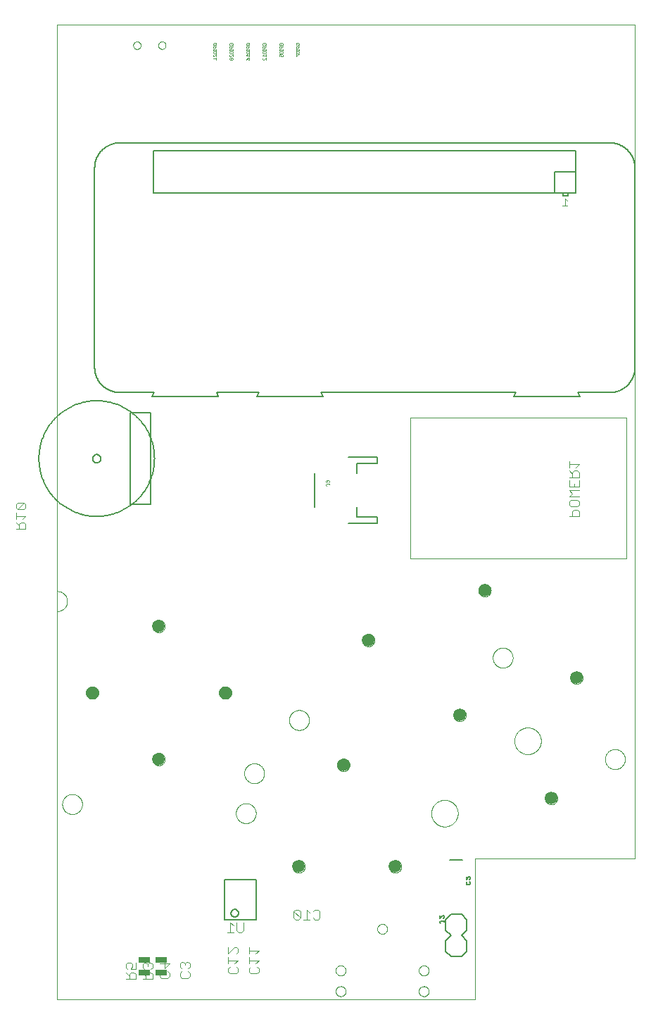
<source format=gbo>
G75*
%MOIN*%
%OFA0B0*%
%FSLAX25Y25*%
%IPPOS*%
%LPD*%
%AMOC8*
5,1,8,0,0,1.08239X$1,22.5*
%
%ADD10C,0.00000*%
%ADD11C,0.00039*%
%ADD12C,0.00100*%
%ADD13C,0.00500*%
%ADD14C,0.00400*%
%ADD15C,0.00394*%
%ADD16C,0.05906*%
%ADD17R,0.05512X0.02559*%
%ADD18C,0.00800*%
D10*
X0022430Y0017142D02*
X0220462Y0017142D01*
X0220462Y0083874D01*
X0296052Y0083874D01*
X0296052Y0478756D01*
X0022430Y0478756D01*
X0022430Y0210449D01*
X0022430Y0201000D01*
X0022430Y0017142D01*
X0067509Y0130921D02*
X0067511Y0131029D01*
X0067517Y0131138D01*
X0067527Y0131246D01*
X0067541Y0131353D01*
X0067559Y0131460D01*
X0067580Y0131567D01*
X0067606Y0131672D01*
X0067636Y0131777D01*
X0067669Y0131880D01*
X0067706Y0131982D01*
X0067747Y0132082D01*
X0067791Y0132181D01*
X0067840Y0132279D01*
X0067891Y0132374D01*
X0067946Y0132467D01*
X0068005Y0132559D01*
X0068067Y0132648D01*
X0068132Y0132735D01*
X0068200Y0132819D01*
X0068271Y0132901D01*
X0068345Y0132980D01*
X0068422Y0133056D01*
X0068502Y0133130D01*
X0068585Y0133200D01*
X0068670Y0133268D01*
X0068757Y0133332D01*
X0068847Y0133393D01*
X0068939Y0133451D01*
X0069033Y0133505D01*
X0069129Y0133556D01*
X0069226Y0133603D01*
X0069326Y0133647D01*
X0069427Y0133687D01*
X0069529Y0133723D01*
X0069632Y0133755D01*
X0069737Y0133784D01*
X0069843Y0133808D01*
X0069949Y0133829D01*
X0070056Y0133846D01*
X0070164Y0133859D01*
X0070272Y0133868D01*
X0070381Y0133873D01*
X0070489Y0133874D01*
X0070598Y0133871D01*
X0070706Y0133864D01*
X0070814Y0133853D01*
X0070921Y0133838D01*
X0071028Y0133819D01*
X0071134Y0133796D01*
X0071239Y0133770D01*
X0071344Y0133739D01*
X0071446Y0133705D01*
X0071548Y0133667D01*
X0071648Y0133625D01*
X0071747Y0133580D01*
X0071844Y0133531D01*
X0071938Y0133478D01*
X0072031Y0133422D01*
X0072122Y0133363D01*
X0072211Y0133300D01*
X0072297Y0133235D01*
X0072381Y0133166D01*
X0072462Y0133094D01*
X0072540Y0133019D01*
X0072616Y0132941D01*
X0072689Y0132860D01*
X0072759Y0132777D01*
X0072825Y0132692D01*
X0072889Y0132604D01*
X0072949Y0132513D01*
X0073006Y0132421D01*
X0073059Y0132326D01*
X0073109Y0132230D01*
X0073155Y0132132D01*
X0073198Y0132032D01*
X0073237Y0131931D01*
X0073272Y0131828D01*
X0073304Y0131725D01*
X0073331Y0131620D01*
X0073355Y0131514D01*
X0073375Y0131407D01*
X0073391Y0131300D01*
X0073403Y0131192D01*
X0073411Y0131084D01*
X0073415Y0130975D01*
X0073415Y0130867D01*
X0073411Y0130758D01*
X0073403Y0130650D01*
X0073391Y0130542D01*
X0073375Y0130435D01*
X0073355Y0130328D01*
X0073331Y0130222D01*
X0073304Y0130117D01*
X0073272Y0130014D01*
X0073237Y0129911D01*
X0073198Y0129810D01*
X0073155Y0129710D01*
X0073109Y0129612D01*
X0073059Y0129516D01*
X0073006Y0129421D01*
X0072949Y0129329D01*
X0072889Y0129238D01*
X0072825Y0129150D01*
X0072759Y0129065D01*
X0072689Y0128982D01*
X0072616Y0128901D01*
X0072540Y0128823D01*
X0072462Y0128748D01*
X0072381Y0128676D01*
X0072297Y0128607D01*
X0072211Y0128542D01*
X0072122Y0128479D01*
X0072031Y0128420D01*
X0071939Y0128364D01*
X0071844Y0128311D01*
X0071747Y0128262D01*
X0071648Y0128217D01*
X0071548Y0128175D01*
X0071446Y0128137D01*
X0071344Y0128103D01*
X0071239Y0128072D01*
X0071134Y0128046D01*
X0071028Y0128023D01*
X0070921Y0128004D01*
X0070814Y0127989D01*
X0070706Y0127978D01*
X0070598Y0127971D01*
X0070489Y0127968D01*
X0070381Y0127969D01*
X0070272Y0127974D01*
X0070164Y0127983D01*
X0070056Y0127996D01*
X0069949Y0128013D01*
X0069843Y0128034D01*
X0069737Y0128058D01*
X0069632Y0128087D01*
X0069529Y0128119D01*
X0069427Y0128155D01*
X0069326Y0128195D01*
X0069226Y0128239D01*
X0069129Y0128286D01*
X0069033Y0128337D01*
X0068939Y0128391D01*
X0068847Y0128449D01*
X0068757Y0128510D01*
X0068670Y0128574D01*
X0068585Y0128642D01*
X0068502Y0128712D01*
X0068422Y0128786D01*
X0068345Y0128862D01*
X0068271Y0128941D01*
X0068200Y0129023D01*
X0068132Y0129107D01*
X0068067Y0129194D01*
X0068005Y0129283D01*
X0067946Y0129375D01*
X0067891Y0129468D01*
X0067840Y0129563D01*
X0067791Y0129661D01*
X0067747Y0129760D01*
X0067706Y0129860D01*
X0067669Y0129962D01*
X0067636Y0130065D01*
X0067606Y0130170D01*
X0067580Y0130275D01*
X0067559Y0130382D01*
X0067541Y0130489D01*
X0067527Y0130596D01*
X0067517Y0130704D01*
X0067511Y0130813D01*
X0067509Y0130921D01*
X0036013Y0162417D02*
X0036015Y0162525D01*
X0036021Y0162634D01*
X0036031Y0162742D01*
X0036045Y0162849D01*
X0036063Y0162956D01*
X0036084Y0163063D01*
X0036110Y0163168D01*
X0036140Y0163273D01*
X0036173Y0163376D01*
X0036210Y0163478D01*
X0036251Y0163578D01*
X0036295Y0163677D01*
X0036344Y0163775D01*
X0036395Y0163870D01*
X0036450Y0163963D01*
X0036509Y0164055D01*
X0036571Y0164144D01*
X0036636Y0164231D01*
X0036704Y0164315D01*
X0036775Y0164397D01*
X0036849Y0164476D01*
X0036926Y0164552D01*
X0037006Y0164626D01*
X0037089Y0164696D01*
X0037174Y0164764D01*
X0037261Y0164828D01*
X0037351Y0164889D01*
X0037443Y0164947D01*
X0037537Y0165001D01*
X0037633Y0165052D01*
X0037730Y0165099D01*
X0037830Y0165143D01*
X0037931Y0165183D01*
X0038033Y0165219D01*
X0038136Y0165251D01*
X0038241Y0165280D01*
X0038347Y0165304D01*
X0038453Y0165325D01*
X0038560Y0165342D01*
X0038668Y0165355D01*
X0038776Y0165364D01*
X0038885Y0165369D01*
X0038993Y0165370D01*
X0039102Y0165367D01*
X0039210Y0165360D01*
X0039318Y0165349D01*
X0039425Y0165334D01*
X0039532Y0165315D01*
X0039638Y0165292D01*
X0039743Y0165266D01*
X0039848Y0165235D01*
X0039950Y0165201D01*
X0040052Y0165163D01*
X0040152Y0165121D01*
X0040251Y0165076D01*
X0040348Y0165027D01*
X0040442Y0164974D01*
X0040535Y0164918D01*
X0040626Y0164859D01*
X0040715Y0164796D01*
X0040801Y0164731D01*
X0040885Y0164662D01*
X0040966Y0164590D01*
X0041044Y0164515D01*
X0041120Y0164437D01*
X0041193Y0164356D01*
X0041263Y0164273D01*
X0041329Y0164188D01*
X0041393Y0164100D01*
X0041453Y0164009D01*
X0041510Y0163917D01*
X0041563Y0163822D01*
X0041613Y0163726D01*
X0041659Y0163628D01*
X0041702Y0163528D01*
X0041741Y0163427D01*
X0041776Y0163324D01*
X0041808Y0163221D01*
X0041835Y0163116D01*
X0041859Y0163010D01*
X0041879Y0162903D01*
X0041895Y0162796D01*
X0041907Y0162688D01*
X0041915Y0162580D01*
X0041919Y0162471D01*
X0041919Y0162363D01*
X0041915Y0162254D01*
X0041907Y0162146D01*
X0041895Y0162038D01*
X0041879Y0161931D01*
X0041859Y0161824D01*
X0041835Y0161718D01*
X0041808Y0161613D01*
X0041776Y0161510D01*
X0041741Y0161407D01*
X0041702Y0161306D01*
X0041659Y0161206D01*
X0041613Y0161108D01*
X0041563Y0161012D01*
X0041510Y0160917D01*
X0041453Y0160825D01*
X0041393Y0160734D01*
X0041329Y0160646D01*
X0041263Y0160561D01*
X0041193Y0160478D01*
X0041120Y0160397D01*
X0041044Y0160319D01*
X0040966Y0160244D01*
X0040885Y0160172D01*
X0040801Y0160103D01*
X0040715Y0160038D01*
X0040626Y0159975D01*
X0040535Y0159916D01*
X0040443Y0159860D01*
X0040348Y0159807D01*
X0040251Y0159758D01*
X0040152Y0159713D01*
X0040052Y0159671D01*
X0039950Y0159633D01*
X0039848Y0159599D01*
X0039743Y0159568D01*
X0039638Y0159542D01*
X0039532Y0159519D01*
X0039425Y0159500D01*
X0039318Y0159485D01*
X0039210Y0159474D01*
X0039102Y0159467D01*
X0038993Y0159464D01*
X0038885Y0159465D01*
X0038776Y0159470D01*
X0038668Y0159479D01*
X0038560Y0159492D01*
X0038453Y0159509D01*
X0038347Y0159530D01*
X0038241Y0159554D01*
X0038136Y0159583D01*
X0038033Y0159615D01*
X0037931Y0159651D01*
X0037830Y0159691D01*
X0037730Y0159735D01*
X0037633Y0159782D01*
X0037537Y0159833D01*
X0037443Y0159887D01*
X0037351Y0159945D01*
X0037261Y0160006D01*
X0037174Y0160070D01*
X0037089Y0160138D01*
X0037006Y0160208D01*
X0036926Y0160282D01*
X0036849Y0160358D01*
X0036775Y0160437D01*
X0036704Y0160519D01*
X0036636Y0160603D01*
X0036571Y0160690D01*
X0036509Y0160779D01*
X0036450Y0160871D01*
X0036395Y0160964D01*
X0036344Y0161059D01*
X0036295Y0161157D01*
X0036251Y0161256D01*
X0036210Y0161356D01*
X0036173Y0161458D01*
X0036140Y0161561D01*
X0036110Y0161666D01*
X0036084Y0161771D01*
X0036063Y0161878D01*
X0036045Y0161985D01*
X0036031Y0162092D01*
X0036021Y0162200D01*
X0036015Y0162309D01*
X0036013Y0162417D01*
X0022430Y0201000D02*
X0022566Y0201002D01*
X0022702Y0201008D01*
X0022838Y0201018D01*
X0022973Y0201031D01*
X0023108Y0201049D01*
X0023243Y0201070D01*
X0023377Y0201096D01*
X0023510Y0201125D01*
X0023642Y0201158D01*
X0023773Y0201195D01*
X0023903Y0201235D01*
X0024031Y0201280D01*
X0024159Y0201328D01*
X0024285Y0201379D01*
X0024409Y0201435D01*
X0024532Y0201493D01*
X0024653Y0201556D01*
X0024772Y0201622D01*
X0024890Y0201691D01*
X0025005Y0201763D01*
X0025118Y0201839D01*
X0025229Y0201918D01*
X0025337Y0202001D01*
X0025443Y0202086D01*
X0025547Y0202174D01*
X0025648Y0202265D01*
X0025746Y0202360D01*
X0025842Y0202457D01*
X0025935Y0202556D01*
X0026024Y0202659D01*
X0026111Y0202763D01*
X0026195Y0202871D01*
X0026276Y0202980D01*
X0026353Y0203092D01*
X0026427Y0203207D01*
X0026498Y0203323D01*
X0026566Y0203441D01*
X0026630Y0203561D01*
X0026690Y0203683D01*
X0026747Y0203807D01*
X0026801Y0203932D01*
X0026851Y0204059D01*
X0026897Y0204187D01*
X0026939Y0204316D01*
X0026978Y0204447D01*
X0027013Y0204578D01*
X0027044Y0204711D01*
X0027071Y0204844D01*
X0027095Y0204978D01*
X0027114Y0205113D01*
X0027130Y0205248D01*
X0027142Y0205384D01*
X0027150Y0205520D01*
X0027154Y0205656D01*
X0027154Y0205792D01*
X0027150Y0205928D01*
X0027142Y0206064D01*
X0027130Y0206200D01*
X0027114Y0206335D01*
X0027095Y0206470D01*
X0027071Y0206604D01*
X0027044Y0206737D01*
X0027013Y0206870D01*
X0026978Y0207001D01*
X0026939Y0207132D01*
X0026897Y0207261D01*
X0026851Y0207389D01*
X0026801Y0207516D01*
X0026747Y0207641D01*
X0026690Y0207765D01*
X0026630Y0207887D01*
X0026566Y0208007D01*
X0026498Y0208125D01*
X0026427Y0208241D01*
X0026353Y0208356D01*
X0026276Y0208468D01*
X0026195Y0208577D01*
X0026111Y0208685D01*
X0026024Y0208789D01*
X0025935Y0208892D01*
X0025842Y0208991D01*
X0025746Y0209088D01*
X0025648Y0209183D01*
X0025547Y0209274D01*
X0025443Y0209362D01*
X0025337Y0209447D01*
X0025229Y0209530D01*
X0025118Y0209609D01*
X0025005Y0209685D01*
X0024890Y0209757D01*
X0024772Y0209826D01*
X0024653Y0209892D01*
X0024532Y0209955D01*
X0024409Y0210013D01*
X0024285Y0210069D01*
X0024159Y0210120D01*
X0024031Y0210168D01*
X0023903Y0210213D01*
X0023773Y0210253D01*
X0023642Y0210290D01*
X0023510Y0210323D01*
X0023377Y0210352D01*
X0023243Y0210378D01*
X0023108Y0210399D01*
X0022973Y0210417D01*
X0022838Y0210430D01*
X0022702Y0210440D01*
X0022566Y0210446D01*
X0022430Y0210448D01*
X0067509Y0193913D02*
X0067511Y0194021D01*
X0067517Y0194130D01*
X0067527Y0194238D01*
X0067541Y0194345D01*
X0067559Y0194452D01*
X0067580Y0194559D01*
X0067606Y0194664D01*
X0067636Y0194769D01*
X0067669Y0194872D01*
X0067706Y0194974D01*
X0067747Y0195074D01*
X0067791Y0195173D01*
X0067840Y0195271D01*
X0067891Y0195366D01*
X0067946Y0195459D01*
X0068005Y0195551D01*
X0068067Y0195640D01*
X0068132Y0195727D01*
X0068200Y0195811D01*
X0068271Y0195893D01*
X0068345Y0195972D01*
X0068422Y0196048D01*
X0068502Y0196122D01*
X0068585Y0196192D01*
X0068670Y0196260D01*
X0068757Y0196324D01*
X0068847Y0196385D01*
X0068939Y0196443D01*
X0069033Y0196497D01*
X0069129Y0196548D01*
X0069226Y0196595D01*
X0069326Y0196639D01*
X0069427Y0196679D01*
X0069529Y0196715D01*
X0069632Y0196747D01*
X0069737Y0196776D01*
X0069843Y0196800D01*
X0069949Y0196821D01*
X0070056Y0196838D01*
X0070164Y0196851D01*
X0070272Y0196860D01*
X0070381Y0196865D01*
X0070489Y0196866D01*
X0070598Y0196863D01*
X0070706Y0196856D01*
X0070814Y0196845D01*
X0070921Y0196830D01*
X0071028Y0196811D01*
X0071134Y0196788D01*
X0071239Y0196762D01*
X0071344Y0196731D01*
X0071446Y0196697D01*
X0071548Y0196659D01*
X0071648Y0196617D01*
X0071747Y0196572D01*
X0071844Y0196523D01*
X0071938Y0196470D01*
X0072031Y0196414D01*
X0072122Y0196355D01*
X0072211Y0196292D01*
X0072297Y0196227D01*
X0072381Y0196158D01*
X0072462Y0196086D01*
X0072540Y0196011D01*
X0072616Y0195933D01*
X0072689Y0195852D01*
X0072759Y0195769D01*
X0072825Y0195684D01*
X0072889Y0195596D01*
X0072949Y0195505D01*
X0073006Y0195413D01*
X0073059Y0195318D01*
X0073109Y0195222D01*
X0073155Y0195124D01*
X0073198Y0195024D01*
X0073237Y0194923D01*
X0073272Y0194820D01*
X0073304Y0194717D01*
X0073331Y0194612D01*
X0073355Y0194506D01*
X0073375Y0194399D01*
X0073391Y0194292D01*
X0073403Y0194184D01*
X0073411Y0194076D01*
X0073415Y0193967D01*
X0073415Y0193859D01*
X0073411Y0193750D01*
X0073403Y0193642D01*
X0073391Y0193534D01*
X0073375Y0193427D01*
X0073355Y0193320D01*
X0073331Y0193214D01*
X0073304Y0193109D01*
X0073272Y0193006D01*
X0073237Y0192903D01*
X0073198Y0192802D01*
X0073155Y0192702D01*
X0073109Y0192604D01*
X0073059Y0192508D01*
X0073006Y0192413D01*
X0072949Y0192321D01*
X0072889Y0192230D01*
X0072825Y0192142D01*
X0072759Y0192057D01*
X0072689Y0191974D01*
X0072616Y0191893D01*
X0072540Y0191815D01*
X0072462Y0191740D01*
X0072381Y0191668D01*
X0072297Y0191599D01*
X0072211Y0191534D01*
X0072122Y0191471D01*
X0072031Y0191412D01*
X0071939Y0191356D01*
X0071844Y0191303D01*
X0071747Y0191254D01*
X0071648Y0191209D01*
X0071548Y0191167D01*
X0071446Y0191129D01*
X0071344Y0191095D01*
X0071239Y0191064D01*
X0071134Y0191038D01*
X0071028Y0191015D01*
X0070921Y0190996D01*
X0070814Y0190981D01*
X0070706Y0190970D01*
X0070598Y0190963D01*
X0070489Y0190960D01*
X0070381Y0190961D01*
X0070272Y0190966D01*
X0070164Y0190975D01*
X0070056Y0190988D01*
X0069949Y0191005D01*
X0069843Y0191026D01*
X0069737Y0191050D01*
X0069632Y0191079D01*
X0069529Y0191111D01*
X0069427Y0191147D01*
X0069326Y0191187D01*
X0069226Y0191231D01*
X0069129Y0191278D01*
X0069033Y0191329D01*
X0068939Y0191383D01*
X0068847Y0191441D01*
X0068757Y0191502D01*
X0068670Y0191566D01*
X0068585Y0191634D01*
X0068502Y0191704D01*
X0068422Y0191778D01*
X0068345Y0191854D01*
X0068271Y0191933D01*
X0068200Y0192015D01*
X0068132Y0192099D01*
X0068067Y0192186D01*
X0068005Y0192275D01*
X0067946Y0192367D01*
X0067891Y0192460D01*
X0067840Y0192555D01*
X0067791Y0192653D01*
X0067747Y0192752D01*
X0067706Y0192852D01*
X0067669Y0192954D01*
X0067636Y0193057D01*
X0067606Y0193162D01*
X0067580Y0193267D01*
X0067559Y0193374D01*
X0067541Y0193481D01*
X0067527Y0193588D01*
X0067517Y0193696D01*
X0067511Y0193805D01*
X0067509Y0193913D01*
X0099005Y0162417D02*
X0099007Y0162525D01*
X0099013Y0162634D01*
X0099023Y0162742D01*
X0099037Y0162849D01*
X0099055Y0162956D01*
X0099076Y0163063D01*
X0099102Y0163168D01*
X0099132Y0163273D01*
X0099165Y0163376D01*
X0099202Y0163478D01*
X0099243Y0163578D01*
X0099287Y0163677D01*
X0099336Y0163775D01*
X0099387Y0163870D01*
X0099442Y0163963D01*
X0099501Y0164055D01*
X0099563Y0164144D01*
X0099628Y0164231D01*
X0099696Y0164315D01*
X0099767Y0164397D01*
X0099841Y0164476D01*
X0099918Y0164552D01*
X0099998Y0164626D01*
X0100081Y0164696D01*
X0100166Y0164764D01*
X0100253Y0164828D01*
X0100343Y0164889D01*
X0100435Y0164947D01*
X0100529Y0165001D01*
X0100625Y0165052D01*
X0100722Y0165099D01*
X0100822Y0165143D01*
X0100923Y0165183D01*
X0101025Y0165219D01*
X0101128Y0165251D01*
X0101233Y0165280D01*
X0101339Y0165304D01*
X0101445Y0165325D01*
X0101552Y0165342D01*
X0101660Y0165355D01*
X0101768Y0165364D01*
X0101877Y0165369D01*
X0101985Y0165370D01*
X0102094Y0165367D01*
X0102202Y0165360D01*
X0102310Y0165349D01*
X0102417Y0165334D01*
X0102524Y0165315D01*
X0102630Y0165292D01*
X0102735Y0165266D01*
X0102840Y0165235D01*
X0102942Y0165201D01*
X0103044Y0165163D01*
X0103144Y0165121D01*
X0103243Y0165076D01*
X0103340Y0165027D01*
X0103434Y0164974D01*
X0103527Y0164918D01*
X0103618Y0164859D01*
X0103707Y0164796D01*
X0103793Y0164731D01*
X0103877Y0164662D01*
X0103958Y0164590D01*
X0104036Y0164515D01*
X0104112Y0164437D01*
X0104185Y0164356D01*
X0104255Y0164273D01*
X0104321Y0164188D01*
X0104385Y0164100D01*
X0104445Y0164009D01*
X0104502Y0163917D01*
X0104555Y0163822D01*
X0104605Y0163726D01*
X0104651Y0163628D01*
X0104694Y0163528D01*
X0104733Y0163427D01*
X0104768Y0163324D01*
X0104800Y0163221D01*
X0104827Y0163116D01*
X0104851Y0163010D01*
X0104871Y0162903D01*
X0104887Y0162796D01*
X0104899Y0162688D01*
X0104907Y0162580D01*
X0104911Y0162471D01*
X0104911Y0162363D01*
X0104907Y0162254D01*
X0104899Y0162146D01*
X0104887Y0162038D01*
X0104871Y0161931D01*
X0104851Y0161824D01*
X0104827Y0161718D01*
X0104800Y0161613D01*
X0104768Y0161510D01*
X0104733Y0161407D01*
X0104694Y0161306D01*
X0104651Y0161206D01*
X0104605Y0161108D01*
X0104555Y0161012D01*
X0104502Y0160917D01*
X0104445Y0160825D01*
X0104385Y0160734D01*
X0104321Y0160646D01*
X0104255Y0160561D01*
X0104185Y0160478D01*
X0104112Y0160397D01*
X0104036Y0160319D01*
X0103958Y0160244D01*
X0103877Y0160172D01*
X0103793Y0160103D01*
X0103707Y0160038D01*
X0103618Y0159975D01*
X0103527Y0159916D01*
X0103435Y0159860D01*
X0103340Y0159807D01*
X0103243Y0159758D01*
X0103144Y0159713D01*
X0103044Y0159671D01*
X0102942Y0159633D01*
X0102840Y0159599D01*
X0102735Y0159568D01*
X0102630Y0159542D01*
X0102524Y0159519D01*
X0102417Y0159500D01*
X0102310Y0159485D01*
X0102202Y0159474D01*
X0102094Y0159467D01*
X0101985Y0159464D01*
X0101877Y0159465D01*
X0101768Y0159470D01*
X0101660Y0159479D01*
X0101552Y0159492D01*
X0101445Y0159509D01*
X0101339Y0159530D01*
X0101233Y0159554D01*
X0101128Y0159583D01*
X0101025Y0159615D01*
X0100923Y0159651D01*
X0100822Y0159691D01*
X0100722Y0159735D01*
X0100625Y0159782D01*
X0100529Y0159833D01*
X0100435Y0159887D01*
X0100343Y0159945D01*
X0100253Y0160006D01*
X0100166Y0160070D01*
X0100081Y0160138D01*
X0099998Y0160208D01*
X0099918Y0160282D01*
X0099841Y0160358D01*
X0099767Y0160437D01*
X0099696Y0160519D01*
X0099628Y0160603D01*
X0099563Y0160690D01*
X0099501Y0160779D01*
X0099442Y0160871D01*
X0099387Y0160964D01*
X0099336Y0161059D01*
X0099287Y0161157D01*
X0099243Y0161256D01*
X0099202Y0161356D01*
X0099165Y0161458D01*
X0099132Y0161561D01*
X0099102Y0161666D01*
X0099076Y0161771D01*
X0099055Y0161878D01*
X0099037Y0161985D01*
X0099023Y0162092D01*
X0099013Y0162200D01*
X0099007Y0162309D01*
X0099005Y0162417D01*
X0133867Y0080173D02*
X0133869Y0080281D01*
X0133875Y0080390D01*
X0133885Y0080498D01*
X0133899Y0080605D01*
X0133917Y0080712D01*
X0133938Y0080819D01*
X0133964Y0080924D01*
X0133994Y0081029D01*
X0134027Y0081132D01*
X0134064Y0081234D01*
X0134105Y0081334D01*
X0134149Y0081433D01*
X0134198Y0081531D01*
X0134249Y0081626D01*
X0134304Y0081719D01*
X0134363Y0081811D01*
X0134425Y0081900D01*
X0134490Y0081987D01*
X0134558Y0082071D01*
X0134629Y0082153D01*
X0134703Y0082232D01*
X0134780Y0082308D01*
X0134860Y0082382D01*
X0134943Y0082452D01*
X0135028Y0082520D01*
X0135115Y0082584D01*
X0135205Y0082645D01*
X0135297Y0082703D01*
X0135391Y0082757D01*
X0135487Y0082808D01*
X0135584Y0082855D01*
X0135684Y0082899D01*
X0135785Y0082939D01*
X0135887Y0082975D01*
X0135990Y0083007D01*
X0136095Y0083036D01*
X0136201Y0083060D01*
X0136307Y0083081D01*
X0136414Y0083098D01*
X0136522Y0083111D01*
X0136630Y0083120D01*
X0136739Y0083125D01*
X0136847Y0083126D01*
X0136956Y0083123D01*
X0137064Y0083116D01*
X0137172Y0083105D01*
X0137279Y0083090D01*
X0137386Y0083071D01*
X0137492Y0083048D01*
X0137597Y0083022D01*
X0137702Y0082991D01*
X0137804Y0082957D01*
X0137906Y0082919D01*
X0138006Y0082877D01*
X0138105Y0082832D01*
X0138202Y0082783D01*
X0138296Y0082730D01*
X0138389Y0082674D01*
X0138480Y0082615D01*
X0138569Y0082552D01*
X0138655Y0082487D01*
X0138739Y0082418D01*
X0138820Y0082346D01*
X0138898Y0082271D01*
X0138974Y0082193D01*
X0139047Y0082112D01*
X0139117Y0082029D01*
X0139183Y0081944D01*
X0139247Y0081856D01*
X0139307Y0081765D01*
X0139364Y0081673D01*
X0139417Y0081578D01*
X0139467Y0081482D01*
X0139513Y0081384D01*
X0139556Y0081284D01*
X0139595Y0081183D01*
X0139630Y0081080D01*
X0139662Y0080977D01*
X0139689Y0080872D01*
X0139713Y0080766D01*
X0139733Y0080659D01*
X0139749Y0080552D01*
X0139761Y0080444D01*
X0139769Y0080336D01*
X0139773Y0080227D01*
X0139773Y0080119D01*
X0139769Y0080010D01*
X0139761Y0079902D01*
X0139749Y0079794D01*
X0139733Y0079687D01*
X0139713Y0079580D01*
X0139689Y0079474D01*
X0139662Y0079369D01*
X0139630Y0079266D01*
X0139595Y0079163D01*
X0139556Y0079062D01*
X0139513Y0078962D01*
X0139467Y0078864D01*
X0139417Y0078768D01*
X0139364Y0078673D01*
X0139307Y0078581D01*
X0139247Y0078490D01*
X0139183Y0078402D01*
X0139117Y0078317D01*
X0139047Y0078234D01*
X0138974Y0078153D01*
X0138898Y0078075D01*
X0138820Y0078000D01*
X0138739Y0077928D01*
X0138655Y0077859D01*
X0138569Y0077794D01*
X0138480Y0077731D01*
X0138389Y0077672D01*
X0138297Y0077616D01*
X0138202Y0077563D01*
X0138105Y0077514D01*
X0138006Y0077469D01*
X0137906Y0077427D01*
X0137804Y0077389D01*
X0137702Y0077355D01*
X0137597Y0077324D01*
X0137492Y0077298D01*
X0137386Y0077275D01*
X0137279Y0077256D01*
X0137172Y0077241D01*
X0137064Y0077230D01*
X0136956Y0077223D01*
X0136847Y0077220D01*
X0136739Y0077221D01*
X0136630Y0077226D01*
X0136522Y0077235D01*
X0136414Y0077248D01*
X0136307Y0077265D01*
X0136201Y0077286D01*
X0136095Y0077310D01*
X0135990Y0077339D01*
X0135887Y0077371D01*
X0135785Y0077407D01*
X0135684Y0077447D01*
X0135584Y0077491D01*
X0135487Y0077538D01*
X0135391Y0077589D01*
X0135297Y0077643D01*
X0135205Y0077701D01*
X0135115Y0077762D01*
X0135028Y0077826D01*
X0134943Y0077894D01*
X0134860Y0077964D01*
X0134780Y0078038D01*
X0134703Y0078114D01*
X0134629Y0078193D01*
X0134558Y0078275D01*
X0134490Y0078359D01*
X0134425Y0078446D01*
X0134363Y0078535D01*
X0134304Y0078627D01*
X0134249Y0078720D01*
X0134198Y0078815D01*
X0134149Y0078913D01*
X0134105Y0079012D01*
X0134064Y0079112D01*
X0134027Y0079214D01*
X0133994Y0079317D01*
X0133964Y0079422D01*
X0133938Y0079527D01*
X0133917Y0079634D01*
X0133899Y0079741D01*
X0133885Y0079848D01*
X0133875Y0079956D01*
X0133869Y0080065D01*
X0133867Y0080173D01*
X0154989Y0128205D02*
X0154991Y0128313D01*
X0154997Y0128422D01*
X0155007Y0128530D01*
X0155021Y0128637D01*
X0155039Y0128744D01*
X0155060Y0128851D01*
X0155086Y0128956D01*
X0155116Y0129061D01*
X0155149Y0129164D01*
X0155186Y0129266D01*
X0155227Y0129366D01*
X0155271Y0129465D01*
X0155320Y0129563D01*
X0155371Y0129658D01*
X0155426Y0129751D01*
X0155485Y0129843D01*
X0155547Y0129932D01*
X0155612Y0130019D01*
X0155680Y0130103D01*
X0155751Y0130185D01*
X0155825Y0130264D01*
X0155902Y0130340D01*
X0155982Y0130414D01*
X0156065Y0130484D01*
X0156150Y0130552D01*
X0156237Y0130616D01*
X0156327Y0130677D01*
X0156419Y0130735D01*
X0156513Y0130789D01*
X0156609Y0130840D01*
X0156706Y0130887D01*
X0156806Y0130931D01*
X0156907Y0130971D01*
X0157009Y0131007D01*
X0157112Y0131039D01*
X0157217Y0131068D01*
X0157323Y0131092D01*
X0157429Y0131113D01*
X0157536Y0131130D01*
X0157644Y0131143D01*
X0157752Y0131152D01*
X0157861Y0131157D01*
X0157969Y0131158D01*
X0158078Y0131155D01*
X0158186Y0131148D01*
X0158294Y0131137D01*
X0158401Y0131122D01*
X0158508Y0131103D01*
X0158614Y0131080D01*
X0158719Y0131054D01*
X0158824Y0131023D01*
X0158926Y0130989D01*
X0159028Y0130951D01*
X0159128Y0130909D01*
X0159227Y0130864D01*
X0159324Y0130815D01*
X0159418Y0130762D01*
X0159511Y0130706D01*
X0159602Y0130647D01*
X0159691Y0130584D01*
X0159777Y0130519D01*
X0159861Y0130450D01*
X0159942Y0130378D01*
X0160020Y0130303D01*
X0160096Y0130225D01*
X0160169Y0130144D01*
X0160239Y0130061D01*
X0160305Y0129976D01*
X0160369Y0129888D01*
X0160429Y0129797D01*
X0160486Y0129705D01*
X0160539Y0129610D01*
X0160589Y0129514D01*
X0160635Y0129416D01*
X0160678Y0129316D01*
X0160717Y0129215D01*
X0160752Y0129112D01*
X0160784Y0129009D01*
X0160811Y0128904D01*
X0160835Y0128798D01*
X0160855Y0128691D01*
X0160871Y0128584D01*
X0160883Y0128476D01*
X0160891Y0128368D01*
X0160895Y0128259D01*
X0160895Y0128151D01*
X0160891Y0128042D01*
X0160883Y0127934D01*
X0160871Y0127826D01*
X0160855Y0127719D01*
X0160835Y0127612D01*
X0160811Y0127506D01*
X0160784Y0127401D01*
X0160752Y0127298D01*
X0160717Y0127195D01*
X0160678Y0127094D01*
X0160635Y0126994D01*
X0160589Y0126896D01*
X0160539Y0126800D01*
X0160486Y0126705D01*
X0160429Y0126613D01*
X0160369Y0126522D01*
X0160305Y0126434D01*
X0160239Y0126349D01*
X0160169Y0126266D01*
X0160096Y0126185D01*
X0160020Y0126107D01*
X0159942Y0126032D01*
X0159861Y0125960D01*
X0159777Y0125891D01*
X0159691Y0125826D01*
X0159602Y0125763D01*
X0159511Y0125704D01*
X0159419Y0125648D01*
X0159324Y0125595D01*
X0159227Y0125546D01*
X0159128Y0125501D01*
X0159028Y0125459D01*
X0158926Y0125421D01*
X0158824Y0125387D01*
X0158719Y0125356D01*
X0158614Y0125330D01*
X0158508Y0125307D01*
X0158401Y0125288D01*
X0158294Y0125273D01*
X0158186Y0125262D01*
X0158078Y0125255D01*
X0157969Y0125252D01*
X0157861Y0125253D01*
X0157752Y0125258D01*
X0157644Y0125267D01*
X0157536Y0125280D01*
X0157429Y0125297D01*
X0157323Y0125318D01*
X0157217Y0125342D01*
X0157112Y0125371D01*
X0157009Y0125403D01*
X0156907Y0125439D01*
X0156806Y0125479D01*
X0156706Y0125523D01*
X0156609Y0125570D01*
X0156513Y0125621D01*
X0156419Y0125675D01*
X0156327Y0125733D01*
X0156237Y0125794D01*
X0156150Y0125858D01*
X0156065Y0125926D01*
X0155982Y0125996D01*
X0155902Y0126070D01*
X0155825Y0126146D01*
X0155751Y0126225D01*
X0155680Y0126307D01*
X0155612Y0126391D01*
X0155547Y0126478D01*
X0155485Y0126567D01*
X0155426Y0126659D01*
X0155371Y0126752D01*
X0155320Y0126847D01*
X0155271Y0126945D01*
X0155227Y0127044D01*
X0155186Y0127144D01*
X0155149Y0127246D01*
X0155116Y0127349D01*
X0155086Y0127454D01*
X0155060Y0127559D01*
X0155039Y0127666D01*
X0155021Y0127773D01*
X0155007Y0127880D01*
X0154997Y0127988D01*
X0154991Y0128097D01*
X0154989Y0128205D01*
X0179536Y0080173D02*
X0179538Y0080281D01*
X0179544Y0080390D01*
X0179554Y0080498D01*
X0179568Y0080605D01*
X0179586Y0080712D01*
X0179607Y0080819D01*
X0179633Y0080924D01*
X0179663Y0081029D01*
X0179696Y0081132D01*
X0179733Y0081234D01*
X0179774Y0081334D01*
X0179818Y0081433D01*
X0179867Y0081531D01*
X0179918Y0081626D01*
X0179973Y0081719D01*
X0180032Y0081811D01*
X0180094Y0081900D01*
X0180159Y0081987D01*
X0180227Y0082071D01*
X0180298Y0082153D01*
X0180372Y0082232D01*
X0180449Y0082308D01*
X0180529Y0082382D01*
X0180612Y0082452D01*
X0180697Y0082520D01*
X0180784Y0082584D01*
X0180874Y0082645D01*
X0180966Y0082703D01*
X0181060Y0082757D01*
X0181156Y0082808D01*
X0181253Y0082855D01*
X0181353Y0082899D01*
X0181454Y0082939D01*
X0181556Y0082975D01*
X0181659Y0083007D01*
X0181764Y0083036D01*
X0181870Y0083060D01*
X0181976Y0083081D01*
X0182083Y0083098D01*
X0182191Y0083111D01*
X0182299Y0083120D01*
X0182408Y0083125D01*
X0182516Y0083126D01*
X0182625Y0083123D01*
X0182733Y0083116D01*
X0182841Y0083105D01*
X0182948Y0083090D01*
X0183055Y0083071D01*
X0183161Y0083048D01*
X0183266Y0083022D01*
X0183371Y0082991D01*
X0183473Y0082957D01*
X0183575Y0082919D01*
X0183675Y0082877D01*
X0183774Y0082832D01*
X0183871Y0082783D01*
X0183965Y0082730D01*
X0184058Y0082674D01*
X0184149Y0082615D01*
X0184238Y0082552D01*
X0184324Y0082487D01*
X0184408Y0082418D01*
X0184489Y0082346D01*
X0184567Y0082271D01*
X0184643Y0082193D01*
X0184716Y0082112D01*
X0184786Y0082029D01*
X0184852Y0081944D01*
X0184916Y0081856D01*
X0184976Y0081765D01*
X0185033Y0081673D01*
X0185086Y0081578D01*
X0185136Y0081482D01*
X0185182Y0081384D01*
X0185225Y0081284D01*
X0185264Y0081183D01*
X0185299Y0081080D01*
X0185331Y0080977D01*
X0185358Y0080872D01*
X0185382Y0080766D01*
X0185402Y0080659D01*
X0185418Y0080552D01*
X0185430Y0080444D01*
X0185438Y0080336D01*
X0185442Y0080227D01*
X0185442Y0080119D01*
X0185438Y0080010D01*
X0185430Y0079902D01*
X0185418Y0079794D01*
X0185402Y0079687D01*
X0185382Y0079580D01*
X0185358Y0079474D01*
X0185331Y0079369D01*
X0185299Y0079266D01*
X0185264Y0079163D01*
X0185225Y0079062D01*
X0185182Y0078962D01*
X0185136Y0078864D01*
X0185086Y0078768D01*
X0185033Y0078673D01*
X0184976Y0078581D01*
X0184916Y0078490D01*
X0184852Y0078402D01*
X0184786Y0078317D01*
X0184716Y0078234D01*
X0184643Y0078153D01*
X0184567Y0078075D01*
X0184489Y0078000D01*
X0184408Y0077928D01*
X0184324Y0077859D01*
X0184238Y0077794D01*
X0184149Y0077731D01*
X0184058Y0077672D01*
X0183966Y0077616D01*
X0183871Y0077563D01*
X0183774Y0077514D01*
X0183675Y0077469D01*
X0183575Y0077427D01*
X0183473Y0077389D01*
X0183371Y0077355D01*
X0183266Y0077324D01*
X0183161Y0077298D01*
X0183055Y0077275D01*
X0182948Y0077256D01*
X0182841Y0077241D01*
X0182733Y0077230D01*
X0182625Y0077223D01*
X0182516Y0077220D01*
X0182408Y0077221D01*
X0182299Y0077226D01*
X0182191Y0077235D01*
X0182083Y0077248D01*
X0181976Y0077265D01*
X0181870Y0077286D01*
X0181764Y0077310D01*
X0181659Y0077339D01*
X0181556Y0077371D01*
X0181454Y0077407D01*
X0181353Y0077447D01*
X0181253Y0077491D01*
X0181156Y0077538D01*
X0181060Y0077589D01*
X0180966Y0077643D01*
X0180874Y0077701D01*
X0180784Y0077762D01*
X0180697Y0077826D01*
X0180612Y0077894D01*
X0180529Y0077964D01*
X0180449Y0078038D01*
X0180372Y0078114D01*
X0180298Y0078193D01*
X0180227Y0078275D01*
X0180159Y0078359D01*
X0180094Y0078446D01*
X0180032Y0078535D01*
X0179973Y0078627D01*
X0179918Y0078720D01*
X0179867Y0078815D01*
X0179818Y0078913D01*
X0179774Y0079012D01*
X0179733Y0079112D01*
X0179696Y0079214D01*
X0179663Y0079317D01*
X0179633Y0079422D01*
X0179607Y0079527D01*
X0179586Y0079634D01*
X0179568Y0079741D01*
X0179554Y0079848D01*
X0179544Y0079956D01*
X0179538Y0080065D01*
X0179536Y0080173D01*
X0174005Y0050606D02*
X0174007Y0050703D01*
X0174013Y0050800D01*
X0174023Y0050896D01*
X0174037Y0050992D01*
X0174055Y0051088D01*
X0174076Y0051182D01*
X0174102Y0051276D01*
X0174131Y0051368D01*
X0174165Y0051459D01*
X0174201Y0051549D01*
X0174242Y0051637D01*
X0174286Y0051723D01*
X0174334Y0051808D01*
X0174385Y0051890D01*
X0174439Y0051971D01*
X0174497Y0052049D01*
X0174558Y0052124D01*
X0174621Y0052197D01*
X0174688Y0052268D01*
X0174758Y0052335D01*
X0174830Y0052400D01*
X0174905Y0052461D01*
X0174983Y0052520D01*
X0175062Y0052575D01*
X0175144Y0052627D01*
X0175228Y0052675D01*
X0175314Y0052720D01*
X0175402Y0052762D01*
X0175491Y0052800D01*
X0175582Y0052834D01*
X0175674Y0052864D01*
X0175767Y0052891D01*
X0175862Y0052913D01*
X0175957Y0052932D01*
X0176053Y0052947D01*
X0176149Y0052958D01*
X0176246Y0052965D01*
X0176343Y0052968D01*
X0176440Y0052967D01*
X0176537Y0052962D01*
X0176633Y0052953D01*
X0176729Y0052940D01*
X0176825Y0052923D01*
X0176920Y0052902D01*
X0177013Y0052878D01*
X0177106Y0052849D01*
X0177198Y0052817D01*
X0177288Y0052781D01*
X0177376Y0052742D01*
X0177463Y0052698D01*
X0177548Y0052652D01*
X0177631Y0052601D01*
X0177712Y0052548D01*
X0177790Y0052491D01*
X0177867Y0052431D01*
X0177940Y0052368D01*
X0178011Y0052302D01*
X0178079Y0052233D01*
X0178145Y0052161D01*
X0178207Y0052087D01*
X0178266Y0052010D01*
X0178322Y0051931D01*
X0178375Y0051849D01*
X0178425Y0051766D01*
X0178470Y0051680D01*
X0178513Y0051593D01*
X0178552Y0051504D01*
X0178587Y0051414D01*
X0178618Y0051322D01*
X0178645Y0051229D01*
X0178669Y0051135D01*
X0178689Y0051040D01*
X0178705Y0050944D01*
X0178717Y0050848D01*
X0178725Y0050751D01*
X0178729Y0050654D01*
X0178729Y0050558D01*
X0178725Y0050461D01*
X0178717Y0050364D01*
X0178705Y0050268D01*
X0178689Y0050172D01*
X0178669Y0050077D01*
X0178645Y0049983D01*
X0178618Y0049890D01*
X0178587Y0049798D01*
X0178552Y0049708D01*
X0178513Y0049619D01*
X0178470Y0049532D01*
X0178425Y0049446D01*
X0178375Y0049363D01*
X0178322Y0049281D01*
X0178266Y0049202D01*
X0178207Y0049125D01*
X0178145Y0049051D01*
X0178079Y0048979D01*
X0178011Y0048910D01*
X0177940Y0048844D01*
X0177867Y0048781D01*
X0177790Y0048721D01*
X0177712Y0048664D01*
X0177631Y0048611D01*
X0177548Y0048560D01*
X0177463Y0048514D01*
X0177376Y0048470D01*
X0177288Y0048431D01*
X0177198Y0048395D01*
X0177106Y0048363D01*
X0177013Y0048334D01*
X0176920Y0048310D01*
X0176825Y0048289D01*
X0176729Y0048272D01*
X0176633Y0048259D01*
X0176537Y0048250D01*
X0176440Y0048245D01*
X0176343Y0048244D01*
X0176246Y0048247D01*
X0176149Y0048254D01*
X0176053Y0048265D01*
X0175957Y0048280D01*
X0175862Y0048299D01*
X0175767Y0048321D01*
X0175674Y0048348D01*
X0175582Y0048378D01*
X0175491Y0048412D01*
X0175402Y0048450D01*
X0175314Y0048492D01*
X0175228Y0048537D01*
X0175144Y0048585D01*
X0175062Y0048637D01*
X0174983Y0048692D01*
X0174905Y0048751D01*
X0174830Y0048812D01*
X0174758Y0048877D01*
X0174688Y0048944D01*
X0174621Y0049015D01*
X0174558Y0049088D01*
X0174497Y0049163D01*
X0174439Y0049241D01*
X0174385Y0049322D01*
X0174334Y0049404D01*
X0174286Y0049489D01*
X0174242Y0049575D01*
X0174201Y0049663D01*
X0174165Y0049753D01*
X0174131Y0049844D01*
X0174102Y0049936D01*
X0174076Y0050030D01*
X0174055Y0050124D01*
X0174037Y0050220D01*
X0174023Y0050316D01*
X0174013Y0050412D01*
X0174007Y0050509D01*
X0174005Y0050606D01*
X0154320Y0030921D02*
X0154322Y0031018D01*
X0154328Y0031115D01*
X0154338Y0031211D01*
X0154352Y0031307D01*
X0154370Y0031403D01*
X0154391Y0031497D01*
X0154417Y0031591D01*
X0154446Y0031683D01*
X0154480Y0031774D01*
X0154516Y0031864D01*
X0154557Y0031952D01*
X0154601Y0032038D01*
X0154649Y0032123D01*
X0154700Y0032205D01*
X0154754Y0032286D01*
X0154812Y0032364D01*
X0154873Y0032439D01*
X0154936Y0032512D01*
X0155003Y0032583D01*
X0155073Y0032650D01*
X0155145Y0032715D01*
X0155220Y0032776D01*
X0155298Y0032835D01*
X0155377Y0032890D01*
X0155459Y0032942D01*
X0155543Y0032990D01*
X0155629Y0033035D01*
X0155717Y0033077D01*
X0155806Y0033115D01*
X0155897Y0033149D01*
X0155989Y0033179D01*
X0156082Y0033206D01*
X0156177Y0033228D01*
X0156272Y0033247D01*
X0156368Y0033262D01*
X0156464Y0033273D01*
X0156561Y0033280D01*
X0156658Y0033283D01*
X0156755Y0033282D01*
X0156852Y0033277D01*
X0156948Y0033268D01*
X0157044Y0033255D01*
X0157140Y0033238D01*
X0157235Y0033217D01*
X0157328Y0033193D01*
X0157421Y0033164D01*
X0157513Y0033132D01*
X0157603Y0033096D01*
X0157691Y0033057D01*
X0157778Y0033013D01*
X0157863Y0032967D01*
X0157946Y0032916D01*
X0158027Y0032863D01*
X0158105Y0032806D01*
X0158182Y0032746D01*
X0158255Y0032683D01*
X0158326Y0032617D01*
X0158394Y0032548D01*
X0158460Y0032476D01*
X0158522Y0032402D01*
X0158581Y0032325D01*
X0158637Y0032246D01*
X0158690Y0032164D01*
X0158740Y0032081D01*
X0158785Y0031995D01*
X0158828Y0031908D01*
X0158867Y0031819D01*
X0158902Y0031729D01*
X0158933Y0031637D01*
X0158960Y0031544D01*
X0158984Y0031450D01*
X0159004Y0031355D01*
X0159020Y0031259D01*
X0159032Y0031163D01*
X0159040Y0031066D01*
X0159044Y0030969D01*
X0159044Y0030873D01*
X0159040Y0030776D01*
X0159032Y0030679D01*
X0159020Y0030583D01*
X0159004Y0030487D01*
X0158984Y0030392D01*
X0158960Y0030298D01*
X0158933Y0030205D01*
X0158902Y0030113D01*
X0158867Y0030023D01*
X0158828Y0029934D01*
X0158785Y0029847D01*
X0158740Y0029761D01*
X0158690Y0029678D01*
X0158637Y0029596D01*
X0158581Y0029517D01*
X0158522Y0029440D01*
X0158460Y0029366D01*
X0158394Y0029294D01*
X0158326Y0029225D01*
X0158255Y0029159D01*
X0158182Y0029096D01*
X0158105Y0029036D01*
X0158027Y0028979D01*
X0157946Y0028926D01*
X0157863Y0028875D01*
X0157778Y0028829D01*
X0157691Y0028785D01*
X0157603Y0028746D01*
X0157513Y0028710D01*
X0157421Y0028678D01*
X0157328Y0028649D01*
X0157235Y0028625D01*
X0157140Y0028604D01*
X0157044Y0028587D01*
X0156948Y0028574D01*
X0156852Y0028565D01*
X0156755Y0028560D01*
X0156658Y0028559D01*
X0156561Y0028562D01*
X0156464Y0028569D01*
X0156368Y0028580D01*
X0156272Y0028595D01*
X0156177Y0028614D01*
X0156082Y0028636D01*
X0155989Y0028663D01*
X0155897Y0028693D01*
X0155806Y0028727D01*
X0155717Y0028765D01*
X0155629Y0028807D01*
X0155543Y0028852D01*
X0155459Y0028900D01*
X0155377Y0028952D01*
X0155298Y0029007D01*
X0155220Y0029066D01*
X0155145Y0029127D01*
X0155073Y0029192D01*
X0155003Y0029259D01*
X0154936Y0029330D01*
X0154873Y0029403D01*
X0154812Y0029478D01*
X0154754Y0029556D01*
X0154700Y0029637D01*
X0154649Y0029719D01*
X0154601Y0029804D01*
X0154557Y0029890D01*
X0154516Y0029978D01*
X0154480Y0030068D01*
X0154446Y0030159D01*
X0154417Y0030251D01*
X0154391Y0030345D01*
X0154370Y0030439D01*
X0154352Y0030535D01*
X0154338Y0030631D01*
X0154328Y0030727D01*
X0154322Y0030824D01*
X0154320Y0030921D01*
X0154320Y0021079D02*
X0154322Y0021176D01*
X0154328Y0021273D01*
X0154338Y0021369D01*
X0154352Y0021465D01*
X0154370Y0021561D01*
X0154391Y0021655D01*
X0154417Y0021749D01*
X0154446Y0021841D01*
X0154480Y0021932D01*
X0154516Y0022022D01*
X0154557Y0022110D01*
X0154601Y0022196D01*
X0154649Y0022281D01*
X0154700Y0022363D01*
X0154754Y0022444D01*
X0154812Y0022522D01*
X0154873Y0022597D01*
X0154936Y0022670D01*
X0155003Y0022741D01*
X0155073Y0022808D01*
X0155145Y0022873D01*
X0155220Y0022934D01*
X0155298Y0022993D01*
X0155377Y0023048D01*
X0155459Y0023100D01*
X0155543Y0023148D01*
X0155629Y0023193D01*
X0155717Y0023235D01*
X0155806Y0023273D01*
X0155897Y0023307D01*
X0155989Y0023337D01*
X0156082Y0023364D01*
X0156177Y0023386D01*
X0156272Y0023405D01*
X0156368Y0023420D01*
X0156464Y0023431D01*
X0156561Y0023438D01*
X0156658Y0023441D01*
X0156755Y0023440D01*
X0156852Y0023435D01*
X0156948Y0023426D01*
X0157044Y0023413D01*
X0157140Y0023396D01*
X0157235Y0023375D01*
X0157328Y0023351D01*
X0157421Y0023322D01*
X0157513Y0023290D01*
X0157603Y0023254D01*
X0157691Y0023215D01*
X0157778Y0023171D01*
X0157863Y0023125D01*
X0157946Y0023074D01*
X0158027Y0023021D01*
X0158105Y0022964D01*
X0158182Y0022904D01*
X0158255Y0022841D01*
X0158326Y0022775D01*
X0158394Y0022706D01*
X0158460Y0022634D01*
X0158522Y0022560D01*
X0158581Y0022483D01*
X0158637Y0022404D01*
X0158690Y0022322D01*
X0158740Y0022239D01*
X0158785Y0022153D01*
X0158828Y0022066D01*
X0158867Y0021977D01*
X0158902Y0021887D01*
X0158933Y0021795D01*
X0158960Y0021702D01*
X0158984Y0021608D01*
X0159004Y0021513D01*
X0159020Y0021417D01*
X0159032Y0021321D01*
X0159040Y0021224D01*
X0159044Y0021127D01*
X0159044Y0021031D01*
X0159040Y0020934D01*
X0159032Y0020837D01*
X0159020Y0020741D01*
X0159004Y0020645D01*
X0158984Y0020550D01*
X0158960Y0020456D01*
X0158933Y0020363D01*
X0158902Y0020271D01*
X0158867Y0020181D01*
X0158828Y0020092D01*
X0158785Y0020005D01*
X0158740Y0019919D01*
X0158690Y0019836D01*
X0158637Y0019754D01*
X0158581Y0019675D01*
X0158522Y0019598D01*
X0158460Y0019524D01*
X0158394Y0019452D01*
X0158326Y0019383D01*
X0158255Y0019317D01*
X0158182Y0019254D01*
X0158105Y0019194D01*
X0158027Y0019137D01*
X0157946Y0019084D01*
X0157863Y0019033D01*
X0157778Y0018987D01*
X0157691Y0018943D01*
X0157603Y0018904D01*
X0157513Y0018868D01*
X0157421Y0018836D01*
X0157328Y0018807D01*
X0157235Y0018783D01*
X0157140Y0018762D01*
X0157044Y0018745D01*
X0156948Y0018732D01*
X0156852Y0018723D01*
X0156755Y0018718D01*
X0156658Y0018717D01*
X0156561Y0018720D01*
X0156464Y0018727D01*
X0156368Y0018738D01*
X0156272Y0018753D01*
X0156177Y0018772D01*
X0156082Y0018794D01*
X0155989Y0018821D01*
X0155897Y0018851D01*
X0155806Y0018885D01*
X0155717Y0018923D01*
X0155629Y0018965D01*
X0155543Y0019010D01*
X0155459Y0019058D01*
X0155377Y0019110D01*
X0155298Y0019165D01*
X0155220Y0019224D01*
X0155145Y0019285D01*
X0155073Y0019350D01*
X0155003Y0019417D01*
X0154936Y0019488D01*
X0154873Y0019561D01*
X0154812Y0019636D01*
X0154754Y0019714D01*
X0154700Y0019795D01*
X0154649Y0019877D01*
X0154601Y0019962D01*
X0154557Y0020048D01*
X0154516Y0020136D01*
X0154480Y0020226D01*
X0154446Y0020317D01*
X0154417Y0020409D01*
X0154391Y0020503D01*
X0154370Y0020597D01*
X0154352Y0020693D01*
X0154338Y0020789D01*
X0154328Y0020885D01*
X0154322Y0020982D01*
X0154320Y0021079D01*
X0193690Y0021079D02*
X0193692Y0021176D01*
X0193698Y0021273D01*
X0193708Y0021369D01*
X0193722Y0021465D01*
X0193740Y0021561D01*
X0193761Y0021655D01*
X0193787Y0021749D01*
X0193816Y0021841D01*
X0193850Y0021932D01*
X0193886Y0022022D01*
X0193927Y0022110D01*
X0193971Y0022196D01*
X0194019Y0022281D01*
X0194070Y0022363D01*
X0194124Y0022444D01*
X0194182Y0022522D01*
X0194243Y0022597D01*
X0194306Y0022670D01*
X0194373Y0022741D01*
X0194443Y0022808D01*
X0194515Y0022873D01*
X0194590Y0022934D01*
X0194668Y0022993D01*
X0194747Y0023048D01*
X0194829Y0023100D01*
X0194913Y0023148D01*
X0194999Y0023193D01*
X0195087Y0023235D01*
X0195176Y0023273D01*
X0195267Y0023307D01*
X0195359Y0023337D01*
X0195452Y0023364D01*
X0195547Y0023386D01*
X0195642Y0023405D01*
X0195738Y0023420D01*
X0195834Y0023431D01*
X0195931Y0023438D01*
X0196028Y0023441D01*
X0196125Y0023440D01*
X0196222Y0023435D01*
X0196318Y0023426D01*
X0196414Y0023413D01*
X0196510Y0023396D01*
X0196605Y0023375D01*
X0196698Y0023351D01*
X0196791Y0023322D01*
X0196883Y0023290D01*
X0196973Y0023254D01*
X0197061Y0023215D01*
X0197148Y0023171D01*
X0197233Y0023125D01*
X0197316Y0023074D01*
X0197397Y0023021D01*
X0197475Y0022964D01*
X0197552Y0022904D01*
X0197625Y0022841D01*
X0197696Y0022775D01*
X0197764Y0022706D01*
X0197830Y0022634D01*
X0197892Y0022560D01*
X0197951Y0022483D01*
X0198007Y0022404D01*
X0198060Y0022322D01*
X0198110Y0022239D01*
X0198155Y0022153D01*
X0198198Y0022066D01*
X0198237Y0021977D01*
X0198272Y0021887D01*
X0198303Y0021795D01*
X0198330Y0021702D01*
X0198354Y0021608D01*
X0198374Y0021513D01*
X0198390Y0021417D01*
X0198402Y0021321D01*
X0198410Y0021224D01*
X0198414Y0021127D01*
X0198414Y0021031D01*
X0198410Y0020934D01*
X0198402Y0020837D01*
X0198390Y0020741D01*
X0198374Y0020645D01*
X0198354Y0020550D01*
X0198330Y0020456D01*
X0198303Y0020363D01*
X0198272Y0020271D01*
X0198237Y0020181D01*
X0198198Y0020092D01*
X0198155Y0020005D01*
X0198110Y0019919D01*
X0198060Y0019836D01*
X0198007Y0019754D01*
X0197951Y0019675D01*
X0197892Y0019598D01*
X0197830Y0019524D01*
X0197764Y0019452D01*
X0197696Y0019383D01*
X0197625Y0019317D01*
X0197552Y0019254D01*
X0197475Y0019194D01*
X0197397Y0019137D01*
X0197316Y0019084D01*
X0197233Y0019033D01*
X0197148Y0018987D01*
X0197061Y0018943D01*
X0196973Y0018904D01*
X0196883Y0018868D01*
X0196791Y0018836D01*
X0196698Y0018807D01*
X0196605Y0018783D01*
X0196510Y0018762D01*
X0196414Y0018745D01*
X0196318Y0018732D01*
X0196222Y0018723D01*
X0196125Y0018718D01*
X0196028Y0018717D01*
X0195931Y0018720D01*
X0195834Y0018727D01*
X0195738Y0018738D01*
X0195642Y0018753D01*
X0195547Y0018772D01*
X0195452Y0018794D01*
X0195359Y0018821D01*
X0195267Y0018851D01*
X0195176Y0018885D01*
X0195087Y0018923D01*
X0194999Y0018965D01*
X0194913Y0019010D01*
X0194829Y0019058D01*
X0194747Y0019110D01*
X0194668Y0019165D01*
X0194590Y0019224D01*
X0194515Y0019285D01*
X0194443Y0019350D01*
X0194373Y0019417D01*
X0194306Y0019488D01*
X0194243Y0019561D01*
X0194182Y0019636D01*
X0194124Y0019714D01*
X0194070Y0019795D01*
X0194019Y0019877D01*
X0193971Y0019962D01*
X0193927Y0020048D01*
X0193886Y0020136D01*
X0193850Y0020226D01*
X0193816Y0020317D01*
X0193787Y0020409D01*
X0193761Y0020503D01*
X0193740Y0020597D01*
X0193722Y0020693D01*
X0193708Y0020789D01*
X0193698Y0020885D01*
X0193692Y0020982D01*
X0193690Y0021079D01*
X0193690Y0030921D02*
X0193692Y0031018D01*
X0193698Y0031115D01*
X0193708Y0031211D01*
X0193722Y0031307D01*
X0193740Y0031403D01*
X0193761Y0031497D01*
X0193787Y0031591D01*
X0193816Y0031683D01*
X0193850Y0031774D01*
X0193886Y0031864D01*
X0193927Y0031952D01*
X0193971Y0032038D01*
X0194019Y0032123D01*
X0194070Y0032205D01*
X0194124Y0032286D01*
X0194182Y0032364D01*
X0194243Y0032439D01*
X0194306Y0032512D01*
X0194373Y0032583D01*
X0194443Y0032650D01*
X0194515Y0032715D01*
X0194590Y0032776D01*
X0194668Y0032835D01*
X0194747Y0032890D01*
X0194829Y0032942D01*
X0194913Y0032990D01*
X0194999Y0033035D01*
X0195087Y0033077D01*
X0195176Y0033115D01*
X0195267Y0033149D01*
X0195359Y0033179D01*
X0195452Y0033206D01*
X0195547Y0033228D01*
X0195642Y0033247D01*
X0195738Y0033262D01*
X0195834Y0033273D01*
X0195931Y0033280D01*
X0196028Y0033283D01*
X0196125Y0033282D01*
X0196222Y0033277D01*
X0196318Y0033268D01*
X0196414Y0033255D01*
X0196510Y0033238D01*
X0196605Y0033217D01*
X0196698Y0033193D01*
X0196791Y0033164D01*
X0196883Y0033132D01*
X0196973Y0033096D01*
X0197061Y0033057D01*
X0197148Y0033013D01*
X0197233Y0032967D01*
X0197316Y0032916D01*
X0197397Y0032863D01*
X0197475Y0032806D01*
X0197552Y0032746D01*
X0197625Y0032683D01*
X0197696Y0032617D01*
X0197764Y0032548D01*
X0197830Y0032476D01*
X0197892Y0032402D01*
X0197951Y0032325D01*
X0198007Y0032246D01*
X0198060Y0032164D01*
X0198110Y0032081D01*
X0198155Y0031995D01*
X0198198Y0031908D01*
X0198237Y0031819D01*
X0198272Y0031729D01*
X0198303Y0031637D01*
X0198330Y0031544D01*
X0198354Y0031450D01*
X0198374Y0031355D01*
X0198390Y0031259D01*
X0198402Y0031163D01*
X0198410Y0031066D01*
X0198414Y0030969D01*
X0198414Y0030873D01*
X0198410Y0030776D01*
X0198402Y0030679D01*
X0198390Y0030583D01*
X0198374Y0030487D01*
X0198354Y0030392D01*
X0198330Y0030298D01*
X0198303Y0030205D01*
X0198272Y0030113D01*
X0198237Y0030023D01*
X0198198Y0029934D01*
X0198155Y0029847D01*
X0198110Y0029761D01*
X0198060Y0029678D01*
X0198007Y0029596D01*
X0197951Y0029517D01*
X0197892Y0029440D01*
X0197830Y0029366D01*
X0197764Y0029294D01*
X0197696Y0029225D01*
X0197625Y0029159D01*
X0197552Y0029096D01*
X0197475Y0029036D01*
X0197397Y0028979D01*
X0197316Y0028926D01*
X0197233Y0028875D01*
X0197148Y0028829D01*
X0197061Y0028785D01*
X0196973Y0028746D01*
X0196883Y0028710D01*
X0196791Y0028678D01*
X0196698Y0028649D01*
X0196605Y0028625D01*
X0196510Y0028604D01*
X0196414Y0028587D01*
X0196318Y0028574D01*
X0196222Y0028565D01*
X0196125Y0028560D01*
X0196028Y0028559D01*
X0195931Y0028562D01*
X0195834Y0028569D01*
X0195738Y0028580D01*
X0195642Y0028595D01*
X0195547Y0028614D01*
X0195452Y0028636D01*
X0195359Y0028663D01*
X0195267Y0028693D01*
X0195176Y0028727D01*
X0195087Y0028765D01*
X0194999Y0028807D01*
X0194913Y0028852D01*
X0194829Y0028900D01*
X0194747Y0028952D01*
X0194668Y0029007D01*
X0194590Y0029066D01*
X0194515Y0029127D01*
X0194443Y0029192D01*
X0194373Y0029259D01*
X0194306Y0029330D01*
X0194243Y0029403D01*
X0194182Y0029478D01*
X0194124Y0029556D01*
X0194070Y0029637D01*
X0194019Y0029719D01*
X0193971Y0029804D01*
X0193927Y0029890D01*
X0193886Y0029978D01*
X0193850Y0030068D01*
X0193816Y0030159D01*
X0193787Y0030251D01*
X0193761Y0030345D01*
X0193740Y0030439D01*
X0193722Y0030535D01*
X0193708Y0030631D01*
X0193698Y0030727D01*
X0193692Y0030824D01*
X0193690Y0030921D01*
X0253414Y0112457D02*
X0253416Y0112565D01*
X0253422Y0112674D01*
X0253432Y0112782D01*
X0253446Y0112889D01*
X0253464Y0112996D01*
X0253485Y0113103D01*
X0253511Y0113208D01*
X0253541Y0113313D01*
X0253574Y0113416D01*
X0253611Y0113518D01*
X0253652Y0113618D01*
X0253696Y0113717D01*
X0253745Y0113815D01*
X0253796Y0113910D01*
X0253851Y0114003D01*
X0253910Y0114095D01*
X0253972Y0114184D01*
X0254037Y0114271D01*
X0254105Y0114355D01*
X0254176Y0114437D01*
X0254250Y0114516D01*
X0254327Y0114592D01*
X0254407Y0114666D01*
X0254490Y0114736D01*
X0254575Y0114804D01*
X0254662Y0114868D01*
X0254752Y0114929D01*
X0254844Y0114987D01*
X0254938Y0115041D01*
X0255034Y0115092D01*
X0255131Y0115139D01*
X0255231Y0115183D01*
X0255332Y0115223D01*
X0255434Y0115259D01*
X0255537Y0115291D01*
X0255642Y0115320D01*
X0255748Y0115344D01*
X0255854Y0115365D01*
X0255961Y0115382D01*
X0256069Y0115395D01*
X0256177Y0115404D01*
X0256286Y0115409D01*
X0256394Y0115410D01*
X0256503Y0115407D01*
X0256611Y0115400D01*
X0256719Y0115389D01*
X0256826Y0115374D01*
X0256933Y0115355D01*
X0257039Y0115332D01*
X0257144Y0115306D01*
X0257249Y0115275D01*
X0257351Y0115241D01*
X0257453Y0115203D01*
X0257553Y0115161D01*
X0257652Y0115116D01*
X0257749Y0115067D01*
X0257843Y0115014D01*
X0257936Y0114958D01*
X0258027Y0114899D01*
X0258116Y0114836D01*
X0258202Y0114771D01*
X0258286Y0114702D01*
X0258367Y0114630D01*
X0258445Y0114555D01*
X0258521Y0114477D01*
X0258594Y0114396D01*
X0258664Y0114313D01*
X0258730Y0114228D01*
X0258794Y0114140D01*
X0258854Y0114049D01*
X0258911Y0113957D01*
X0258964Y0113862D01*
X0259014Y0113766D01*
X0259060Y0113668D01*
X0259103Y0113568D01*
X0259142Y0113467D01*
X0259177Y0113364D01*
X0259209Y0113261D01*
X0259236Y0113156D01*
X0259260Y0113050D01*
X0259280Y0112943D01*
X0259296Y0112836D01*
X0259308Y0112728D01*
X0259316Y0112620D01*
X0259320Y0112511D01*
X0259320Y0112403D01*
X0259316Y0112294D01*
X0259308Y0112186D01*
X0259296Y0112078D01*
X0259280Y0111971D01*
X0259260Y0111864D01*
X0259236Y0111758D01*
X0259209Y0111653D01*
X0259177Y0111550D01*
X0259142Y0111447D01*
X0259103Y0111346D01*
X0259060Y0111246D01*
X0259014Y0111148D01*
X0258964Y0111052D01*
X0258911Y0110957D01*
X0258854Y0110865D01*
X0258794Y0110774D01*
X0258730Y0110686D01*
X0258664Y0110601D01*
X0258594Y0110518D01*
X0258521Y0110437D01*
X0258445Y0110359D01*
X0258367Y0110284D01*
X0258286Y0110212D01*
X0258202Y0110143D01*
X0258116Y0110078D01*
X0258027Y0110015D01*
X0257936Y0109956D01*
X0257844Y0109900D01*
X0257749Y0109847D01*
X0257652Y0109798D01*
X0257553Y0109753D01*
X0257453Y0109711D01*
X0257351Y0109673D01*
X0257249Y0109639D01*
X0257144Y0109608D01*
X0257039Y0109582D01*
X0256933Y0109559D01*
X0256826Y0109540D01*
X0256719Y0109525D01*
X0256611Y0109514D01*
X0256503Y0109507D01*
X0256394Y0109504D01*
X0256286Y0109505D01*
X0256177Y0109510D01*
X0256069Y0109519D01*
X0255961Y0109532D01*
X0255854Y0109549D01*
X0255748Y0109570D01*
X0255642Y0109594D01*
X0255537Y0109623D01*
X0255434Y0109655D01*
X0255332Y0109691D01*
X0255231Y0109731D01*
X0255131Y0109775D01*
X0255034Y0109822D01*
X0254938Y0109873D01*
X0254844Y0109927D01*
X0254752Y0109985D01*
X0254662Y0110046D01*
X0254575Y0110110D01*
X0254490Y0110178D01*
X0254407Y0110248D01*
X0254327Y0110322D01*
X0254250Y0110398D01*
X0254176Y0110477D01*
X0254105Y0110559D01*
X0254037Y0110643D01*
X0253972Y0110730D01*
X0253910Y0110819D01*
X0253851Y0110911D01*
X0253796Y0111004D01*
X0253745Y0111099D01*
X0253696Y0111197D01*
X0253652Y0111296D01*
X0253611Y0111396D01*
X0253574Y0111498D01*
X0253541Y0111601D01*
X0253511Y0111706D01*
X0253485Y0111811D01*
X0253464Y0111918D01*
X0253446Y0112025D01*
X0253432Y0112132D01*
X0253422Y0112240D01*
X0253416Y0112349D01*
X0253414Y0112457D01*
X0265422Y0169504D02*
X0265424Y0169612D01*
X0265430Y0169721D01*
X0265440Y0169829D01*
X0265454Y0169936D01*
X0265472Y0170043D01*
X0265493Y0170150D01*
X0265519Y0170255D01*
X0265549Y0170360D01*
X0265582Y0170463D01*
X0265619Y0170565D01*
X0265660Y0170665D01*
X0265704Y0170764D01*
X0265753Y0170862D01*
X0265804Y0170957D01*
X0265859Y0171050D01*
X0265918Y0171142D01*
X0265980Y0171231D01*
X0266045Y0171318D01*
X0266113Y0171402D01*
X0266184Y0171484D01*
X0266258Y0171563D01*
X0266335Y0171639D01*
X0266415Y0171713D01*
X0266498Y0171783D01*
X0266583Y0171851D01*
X0266670Y0171915D01*
X0266760Y0171976D01*
X0266852Y0172034D01*
X0266946Y0172088D01*
X0267042Y0172139D01*
X0267139Y0172186D01*
X0267239Y0172230D01*
X0267340Y0172270D01*
X0267442Y0172306D01*
X0267545Y0172338D01*
X0267650Y0172367D01*
X0267756Y0172391D01*
X0267862Y0172412D01*
X0267969Y0172429D01*
X0268077Y0172442D01*
X0268185Y0172451D01*
X0268294Y0172456D01*
X0268402Y0172457D01*
X0268511Y0172454D01*
X0268619Y0172447D01*
X0268727Y0172436D01*
X0268834Y0172421D01*
X0268941Y0172402D01*
X0269047Y0172379D01*
X0269152Y0172353D01*
X0269257Y0172322D01*
X0269359Y0172288D01*
X0269461Y0172250D01*
X0269561Y0172208D01*
X0269660Y0172163D01*
X0269757Y0172114D01*
X0269851Y0172061D01*
X0269944Y0172005D01*
X0270035Y0171946D01*
X0270124Y0171883D01*
X0270210Y0171818D01*
X0270294Y0171749D01*
X0270375Y0171677D01*
X0270453Y0171602D01*
X0270529Y0171524D01*
X0270602Y0171443D01*
X0270672Y0171360D01*
X0270738Y0171275D01*
X0270802Y0171187D01*
X0270862Y0171096D01*
X0270919Y0171004D01*
X0270972Y0170909D01*
X0271022Y0170813D01*
X0271068Y0170715D01*
X0271111Y0170615D01*
X0271150Y0170514D01*
X0271185Y0170411D01*
X0271217Y0170308D01*
X0271244Y0170203D01*
X0271268Y0170097D01*
X0271288Y0169990D01*
X0271304Y0169883D01*
X0271316Y0169775D01*
X0271324Y0169667D01*
X0271328Y0169558D01*
X0271328Y0169450D01*
X0271324Y0169341D01*
X0271316Y0169233D01*
X0271304Y0169125D01*
X0271288Y0169018D01*
X0271268Y0168911D01*
X0271244Y0168805D01*
X0271217Y0168700D01*
X0271185Y0168597D01*
X0271150Y0168494D01*
X0271111Y0168393D01*
X0271068Y0168293D01*
X0271022Y0168195D01*
X0270972Y0168099D01*
X0270919Y0168004D01*
X0270862Y0167912D01*
X0270802Y0167821D01*
X0270738Y0167733D01*
X0270672Y0167648D01*
X0270602Y0167565D01*
X0270529Y0167484D01*
X0270453Y0167406D01*
X0270375Y0167331D01*
X0270294Y0167259D01*
X0270210Y0167190D01*
X0270124Y0167125D01*
X0270035Y0167062D01*
X0269944Y0167003D01*
X0269852Y0166947D01*
X0269757Y0166894D01*
X0269660Y0166845D01*
X0269561Y0166800D01*
X0269461Y0166758D01*
X0269359Y0166720D01*
X0269257Y0166686D01*
X0269152Y0166655D01*
X0269047Y0166629D01*
X0268941Y0166606D01*
X0268834Y0166587D01*
X0268727Y0166572D01*
X0268619Y0166561D01*
X0268511Y0166554D01*
X0268402Y0166551D01*
X0268294Y0166552D01*
X0268185Y0166557D01*
X0268077Y0166566D01*
X0267969Y0166579D01*
X0267862Y0166596D01*
X0267756Y0166617D01*
X0267650Y0166641D01*
X0267545Y0166670D01*
X0267442Y0166702D01*
X0267340Y0166738D01*
X0267239Y0166778D01*
X0267139Y0166822D01*
X0267042Y0166869D01*
X0266946Y0166920D01*
X0266852Y0166974D01*
X0266760Y0167032D01*
X0266670Y0167093D01*
X0266583Y0167157D01*
X0266498Y0167225D01*
X0266415Y0167295D01*
X0266335Y0167369D01*
X0266258Y0167445D01*
X0266184Y0167524D01*
X0266113Y0167606D01*
X0266045Y0167690D01*
X0265980Y0167777D01*
X0265918Y0167866D01*
X0265859Y0167958D01*
X0265804Y0168051D01*
X0265753Y0168146D01*
X0265704Y0168244D01*
X0265660Y0168343D01*
X0265619Y0168443D01*
X0265582Y0168545D01*
X0265549Y0168648D01*
X0265519Y0168753D01*
X0265493Y0168858D01*
X0265472Y0168965D01*
X0265454Y0169072D01*
X0265440Y0169179D01*
X0265430Y0169287D01*
X0265424Y0169396D01*
X0265422Y0169504D01*
X0221918Y0210882D02*
X0221920Y0210990D01*
X0221926Y0211099D01*
X0221936Y0211207D01*
X0221950Y0211314D01*
X0221968Y0211421D01*
X0221989Y0211528D01*
X0222015Y0211633D01*
X0222045Y0211738D01*
X0222078Y0211841D01*
X0222115Y0211943D01*
X0222156Y0212043D01*
X0222200Y0212142D01*
X0222249Y0212240D01*
X0222300Y0212335D01*
X0222355Y0212428D01*
X0222414Y0212520D01*
X0222476Y0212609D01*
X0222541Y0212696D01*
X0222609Y0212780D01*
X0222680Y0212862D01*
X0222754Y0212941D01*
X0222831Y0213017D01*
X0222911Y0213091D01*
X0222994Y0213161D01*
X0223079Y0213229D01*
X0223166Y0213293D01*
X0223256Y0213354D01*
X0223348Y0213412D01*
X0223442Y0213466D01*
X0223538Y0213517D01*
X0223635Y0213564D01*
X0223735Y0213608D01*
X0223836Y0213648D01*
X0223938Y0213684D01*
X0224041Y0213716D01*
X0224146Y0213745D01*
X0224252Y0213769D01*
X0224358Y0213790D01*
X0224465Y0213807D01*
X0224573Y0213820D01*
X0224681Y0213829D01*
X0224790Y0213834D01*
X0224898Y0213835D01*
X0225007Y0213832D01*
X0225115Y0213825D01*
X0225223Y0213814D01*
X0225330Y0213799D01*
X0225437Y0213780D01*
X0225543Y0213757D01*
X0225648Y0213731D01*
X0225753Y0213700D01*
X0225855Y0213666D01*
X0225957Y0213628D01*
X0226057Y0213586D01*
X0226156Y0213541D01*
X0226253Y0213492D01*
X0226347Y0213439D01*
X0226440Y0213383D01*
X0226531Y0213324D01*
X0226620Y0213261D01*
X0226706Y0213196D01*
X0226790Y0213127D01*
X0226871Y0213055D01*
X0226949Y0212980D01*
X0227025Y0212902D01*
X0227098Y0212821D01*
X0227168Y0212738D01*
X0227234Y0212653D01*
X0227298Y0212565D01*
X0227358Y0212474D01*
X0227415Y0212382D01*
X0227468Y0212287D01*
X0227518Y0212191D01*
X0227564Y0212093D01*
X0227607Y0211993D01*
X0227646Y0211892D01*
X0227681Y0211789D01*
X0227713Y0211686D01*
X0227740Y0211581D01*
X0227764Y0211475D01*
X0227784Y0211368D01*
X0227800Y0211261D01*
X0227812Y0211153D01*
X0227820Y0211045D01*
X0227824Y0210936D01*
X0227824Y0210828D01*
X0227820Y0210719D01*
X0227812Y0210611D01*
X0227800Y0210503D01*
X0227784Y0210396D01*
X0227764Y0210289D01*
X0227740Y0210183D01*
X0227713Y0210078D01*
X0227681Y0209975D01*
X0227646Y0209872D01*
X0227607Y0209771D01*
X0227564Y0209671D01*
X0227518Y0209573D01*
X0227468Y0209477D01*
X0227415Y0209382D01*
X0227358Y0209290D01*
X0227298Y0209199D01*
X0227234Y0209111D01*
X0227168Y0209026D01*
X0227098Y0208943D01*
X0227025Y0208862D01*
X0226949Y0208784D01*
X0226871Y0208709D01*
X0226790Y0208637D01*
X0226706Y0208568D01*
X0226620Y0208503D01*
X0226531Y0208440D01*
X0226440Y0208381D01*
X0226348Y0208325D01*
X0226253Y0208272D01*
X0226156Y0208223D01*
X0226057Y0208178D01*
X0225957Y0208136D01*
X0225855Y0208098D01*
X0225753Y0208064D01*
X0225648Y0208033D01*
X0225543Y0208007D01*
X0225437Y0207984D01*
X0225330Y0207965D01*
X0225223Y0207950D01*
X0225115Y0207939D01*
X0225007Y0207932D01*
X0224898Y0207929D01*
X0224790Y0207930D01*
X0224681Y0207935D01*
X0224573Y0207944D01*
X0224465Y0207957D01*
X0224358Y0207974D01*
X0224252Y0207995D01*
X0224146Y0208019D01*
X0224041Y0208048D01*
X0223938Y0208080D01*
X0223836Y0208116D01*
X0223735Y0208156D01*
X0223635Y0208200D01*
X0223538Y0208247D01*
X0223442Y0208298D01*
X0223348Y0208352D01*
X0223256Y0208410D01*
X0223166Y0208471D01*
X0223079Y0208535D01*
X0222994Y0208603D01*
X0222911Y0208673D01*
X0222831Y0208747D01*
X0222754Y0208823D01*
X0222680Y0208902D01*
X0222609Y0208984D01*
X0222541Y0209068D01*
X0222476Y0209155D01*
X0222414Y0209244D01*
X0222355Y0209336D01*
X0222300Y0209429D01*
X0222249Y0209524D01*
X0222200Y0209622D01*
X0222156Y0209721D01*
X0222115Y0209821D01*
X0222078Y0209923D01*
X0222045Y0210026D01*
X0222015Y0210131D01*
X0221989Y0210236D01*
X0221968Y0210343D01*
X0221950Y0210450D01*
X0221936Y0210557D01*
X0221926Y0210665D01*
X0221920Y0210774D01*
X0221918Y0210882D01*
X0210107Y0151827D02*
X0210109Y0151935D01*
X0210115Y0152044D01*
X0210125Y0152152D01*
X0210139Y0152259D01*
X0210157Y0152366D01*
X0210178Y0152473D01*
X0210204Y0152578D01*
X0210234Y0152683D01*
X0210267Y0152786D01*
X0210304Y0152888D01*
X0210345Y0152988D01*
X0210389Y0153087D01*
X0210438Y0153185D01*
X0210489Y0153280D01*
X0210544Y0153373D01*
X0210603Y0153465D01*
X0210665Y0153554D01*
X0210730Y0153641D01*
X0210798Y0153725D01*
X0210869Y0153807D01*
X0210943Y0153886D01*
X0211020Y0153962D01*
X0211100Y0154036D01*
X0211183Y0154106D01*
X0211268Y0154174D01*
X0211355Y0154238D01*
X0211445Y0154299D01*
X0211537Y0154357D01*
X0211631Y0154411D01*
X0211727Y0154462D01*
X0211824Y0154509D01*
X0211924Y0154553D01*
X0212025Y0154593D01*
X0212127Y0154629D01*
X0212230Y0154661D01*
X0212335Y0154690D01*
X0212441Y0154714D01*
X0212547Y0154735D01*
X0212654Y0154752D01*
X0212762Y0154765D01*
X0212870Y0154774D01*
X0212979Y0154779D01*
X0213087Y0154780D01*
X0213196Y0154777D01*
X0213304Y0154770D01*
X0213412Y0154759D01*
X0213519Y0154744D01*
X0213626Y0154725D01*
X0213732Y0154702D01*
X0213837Y0154676D01*
X0213942Y0154645D01*
X0214044Y0154611D01*
X0214146Y0154573D01*
X0214246Y0154531D01*
X0214345Y0154486D01*
X0214442Y0154437D01*
X0214536Y0154384D01*
X0214629Y0154328D01*
X0214720Y0154269D01*
X0214809Y0154206D01*
X0214895Y0154141D01*
X0214979Y0154072D01*
X0215060Y0154000D01*
X0215138Y0153925D01*
X0215214Y0153847D01*
X0215287Y0153766D01*
X0215357Y0153683D01*
X0215423Y0153598D01*
X0215487Y0153510D01*
X0215547Y0153419D01*
X0215604Y0153327D01*
X0215657Y0153232D01*
X0215707Y0153136D01*
X0215753Y0153038D01*
X0215796Y0152938D01*
X0215835Y0152837D01*
X0215870Y0152734D01*
X0215902Y0152631D01*
X0215929Y0152526D01*
X0215953Y0152420D01*
X0215973Y0152313D01*
X0215989Y0152206D01*
X0216001Y0152098D01*
X0216009Y0151990D01*
X0216013Y0151881D01*
X0216013Y0151773D01*
X0216009Y0151664D01*
X0216001Y0151556D01*
X0215989Y0151448D01*
X0215973Y0151341D01*
X0215953Y0151234D01*
X0215929Y0151128D01*
X0215902Y0151023D01*
X0215870Y0150920D01*
X0215835Y0150817D01*
X0215796Y0150716D01*
X0215753Y0150616D01*
X0215707Y0150518D01*
X0215657Y0150422D01*
X0215604Y0150327D01*
X0215547Y0150235D01*
X0215487Y0150144D01*
X0215423Y0150056D01*
X0215357Y0149971D01*
X0215287Y0149888D01*
X0215214Y0149807D01*
X0215138Y0149729D01*
X0215060Y0149654D01*
X0214979Y0149582D01*
X0214895Y0149513D01*
X0214809Y0149448D01*
X0214720Y0149385D01*
X0214629Y0149326D01*
X0214537Y0149270D01*
X0214442Y0149217D01*
X0214345Y0149168D01*
X0214246Y0149123D01*
X0214146Y0149081D01*
X0214044Y0149043D01*
X0213942Y0149009D01*
X0213837Y0148978D01*
X0213732Y0148952D01*
X0213626Y0148929D01*
X0213519Y0148910D01*
X0213412Y0148895D01*
X0213304Y0148884D01*
X0213196Y0148877D01*
X0213087Y0148874D01*
X0212979Y0148875D01*
X0212870Y0148880D01*
X0212762Y0148889D01*
X0212654Y0148902D01*
X0212547Y0148919D01*
X0212441Y0148940D01*
X0212335Y0148964D01*
X0212230Y0148993D01*
X0212127Y0149025D01*
X0212025Y0149061D01*
X0211924Y0149101D01*
X0211824Y0149145D01*
X0211727Y0149192D01*
X0211631Y0149243D01*
X0211537Y0149297D01*
X0211445Y0149355D01*
X0211355Y0149416D01*
X0211268Y0149480D01*
X0211183Y0149548D01*
X0211100Y0149618D01*
X0211020Y0149692D01*
X0210943Y0149768D01*
X0210869Y0149847D01*
X0210798Y0149929D01*
X0210730Y0150013D01*
X0210665Y0150100D01*
X0210603Y0150189D01*
X0210544Y0150281D01*
X0210489Y0150374D01*
X0210438Y0150469D01*
X0210389Y0150567D01*
X0210345Y0150666D01*
X0210304Y0150766D01*
X0210267Y0150868D01*
X0210234Y0150971D01*
X0210204Y0151076D01*
X0210178Y0151181D01*
X0210157Y0151288D01*
X0210139Y0151395D01*
X0210125Y0151502D01*
X0210115Y0151610D01*
X0210109Y0151719D01*
X0210107Y0151827D01*
X0166800Y0187260D02*
X0166802Y0187368D01*
X0166808Y0187477D01*
X0166818Y0187585D01*
X0166832Y0187692D01*
X0166850Y0187799D01*
X0166871Y0187906D01*
X0166897Y0188011D01*
X0166927Y0188116D01*
X0166960Y0188219D01*
X0166997Y0188321D01*
X0167038Y0188421D01*
X0167082Y0188520D01*
X0167131Y0188618D01*
X0167182Y0188713D01*
X0167237Y0188806D01*
X0167296Y0188898D01*
X0167358Y0188987D01*
X0167423Y0189074D01*
X0167491Y0189158D01*
X0167562Y0189240D01*
X0167636Y0189319D01*
X0167713Y0189395D01*
X0167793Y0189469D01*
X0167876Y0189539D01*
X0167961Y0189607D01*
X0168048Y0189671D01*
X0168138Y0189732D01*
X0168230Y0189790D01*
X0168324Y0189844D01*
X0168420Y0189895D01*
X0168517Y0189942D01*
X0168617Y0189986D01*
X0168718Y0190026D01*
X0168820Y0190062D01*
X0168923Y0190094D01*
X0169028Y0190123D01*
X0169134Y0190147D01*
X0169240Y0190168D01*
X0169347Y0190185D01*
X0169455Y0190198D01*
X0169563Y0190207D01*
X0169672Y0190212D01*
X0169780Y0190213D01*
X0169889Y0190210D01*
X0169997Y0190203D01*
X0170105Y0190192D01*
X0170212Y0190177D01*
X0170319Y0190158D01*
X0170425Y0190135D01*
X0170530Y0190109D01*
X0170635Y0190078D01*
X0170737Y0190044D01*
X0170839Y0190006D01*
X0170939Y0189964D01*
X0171038Y0189919D01*
X0171135Y0189870D01*
X0171229Y0189817D01*
X0171322Y0189761D01*
X0171413Y0189702D01*
X0171502Y0189639D01*
X0171588Y0189574D01*
X0171672Y0189505D01*
X0171753Y0189433D01*
X0171831Y0189358D01*
X0171907Y0189280D01*
X0171980Y0189199D01*
X0172050Y0189116D01*
X0172116Y0189031D01*
X0172180Y0188943D01*
X0172240Y0188852D01*
X0172297Y0188760D01*
X0172350Y0188665D01*
X0172400Y0188569D01*
X0172446Y0188471D01*
X0172489Y0188371D01*
X0172528Y0188270D01*
X0172563Y0188167D01*
X0172595Y0188064D01*
X0172622Y0187959D01*
X0172646Y0187853D01*
X0172666Y0187746D01*
X0172682Y0187639D01*
X0172694Y0187531D01*
X0172702Y0187423D01*
X0172706Y0187314D01*
X0172706Y0187206D01*
X0172702Y0187097D01*
X0172694Y0186989D01*
X0172682Y0186881D01*
X0172666Y0186774D01*
X0172646Y0186667D01*
X0172622Y0186561D01*
X0172595Y0186456D01*
X0172563Y0186353D01*
X0172528Y0186250D01*
X0172489Y0186149D01*
X0172446Y0186049D01*
X0172400Y0185951D01*
X0172350Y0185855D01*
X0172297Y0185760D01*
X0172240Y0185668D01*
X0172180Y0185577D01*
X0172116Y0185489D01*
X0172050Y0185404D01*
X0171980Y0185321D01*
X0171907Y0185240D01*
X0171831Y0185162D01*
X0171753Y0185087D01*
X0171672Y0185015D01*
X0171588Y0184946D01*
X0171502Y0184881D01*
X0171413Y0184818D01*
X0171322Y0184759D01*
X0171230Y0184703D01*
X0171135Y0184650D01*
X0171038Y0184601D01*
X0170939Y0184556D01*
X0170839Y0184514D01*
X0170737Y0184476D01*
X0170635Y0184442D01*
X0170530Y0184411D01*
X0170425Y0184385D01*
X0170319Y0184362D01*
X0170212Y0184343D01*
X0170105Y0184328D01*
X0169997Y0184317D01*
X0169889Y0184310D01*
X0169780Y0184307D01*
X0169672Y0184308D01*
X0169563Y0184313D01*
X0169455Y0184322D01*
X0169347Y0184335D01*
X0169240Y0184352D01*
X0169134Y0184373D01*
X0169028Y0184397D01*
X0168923Y0184426D01*
X0168820Y0184458D01*
X0168718Y0184494D01*
X0168617Y0184534D01*
X0168517Y0184578D01*
X0168420Y0184625D01*
X0168324Y0184676D01*
X0168230Y0184730D01*
X0168138Y0184788D01*
X0168048Y0184849D01*
X0167961Y0184913D01*
X0167876Y0184981D01*
X0167793Y0185051D01*
X0167713Y0185125D01*
X0167636Y0185201D01*
X0167562Y0185280D01*
X0167491Y0185362D01*
X0167423Y0185446D01*
X0167358Y0185533D01*
X0167296Y0185622D01*
X0167237Y0185714D01*
X0167182Y0185807D01*
X0167131Y0185902D01*
X0167082Y0186000D01*
X0167038Y0186099D01*
X0166997Y0186199D01*
X0166960Y0186301D01*
X0166927Y0186404D01*
X0166897Y0186509D01*
X0166871Y0186614D01*
X0166850Y0186721D01*
X0166832Y0186828D01*
X0166818Y0186935D01*
X0166808Y0187043D01*
X0166802Y0187152D01*
X0166800Y0187260D01*
X0070265Y0468815D02*
X0070267Y0468899D01*
X0070273Y0468982D01*
X0070283Y0469065D01*
X0070297Y0469148D01*
X0070314Y0469230D01*
X0070336Y0469311D01*
X0070361Y0469390D01*
X0070390Y0469469D01*
X0070423Y0469546D01*
X0070459Y0469621D01*
X0070499Y0469695D01*
X0070542Y0469767D01*
X0070589Y0469836D01*
X0070639Y0469903D01*
X0070692Y0469968D01*
X0070748Y0470030D01*
X0070806Y0470090D01*
X0070868Y0470147D01*
X0070932Y0470200D01*
X0070999Y0470251D01*
X0071068Y0470298D01*
X0071139Y0470343D01*
X0071212Y0470383D01*
X0071287Y0470420D01*
X0071364Y0470454D01*
X0071442Y0470484D01*
X0071521Y0470510D01*
X0071602Y0470533D01*
X0071684Y0470551D01*
X0071766Y0470566D01*
X0071849Y0470577D01*
X0071932Y0470584D01*
X0072016Y0470587D01*
X0072100Y0470586D01*
X0072183Y0470581D01*
X0072267Y0470572D01*
X0072349Y0470559D01*
X0072431Y0470543D01*
X0072512Y0470522D01*
X0072593Y0470498D01*
X0072671Y0470470D01*
X0072749Y0470438D01*
X0072825Y0470402D01*
X0072899Y0470363D01*
X0072971Y0470321D01*
X0073041Y0470275D01*
X0073109Y0470226D01*
X0073174Y0470174D01*
X0073237Y0470119D01*
X0073297Y0470061D01*
X0073355Y0470000D01*
X0073409Y0469936D01*
X0073461Y0469870D01*
X0073509Y0469802D01*
X0073554Y0469731D01*
X0073595Y0469658D01*
X0073634Y0469584D01*
X0073668Y0469508D01*
X0073699Y0469430D01*
X0073726Y0469351D01*
X0073750Y0469270D01*
X0073769Y0469189D01*
X0073785Y0469107D01*
X0073797Y0469024D01*
X0073805Y0468940D01*
X0073809Y0468857D01*
X0073809Y0468773D01*
X0073805Y0468690D01*
X0073797Y0468606D01*
X0073785Y0468523D01*
X0073769Y0468441D01*
X0073750Y0468360D01*
X0073726Y0468279D01*
X0073699Y0468200D01*
X0073668Y0468122D01*
X0073634Y0468046D01*
X0073595Y0467972D01*
X0073554Y0467899D01*
X0073509Y0467828D01*
X0073461Y0467760D01*
X0073409Y0467694D01*
X0073355Y0467630D01*
X0073297Y0467569D01*
X0073237Y0467511D01*
X0073174Y0467456D01*
X0073109Y0467404D01*
X0073041Y0467355D01*
X0072971Y0467309D01*
X0072899Y0467267D01*
X0072825Y0467228D01*
X0072749Y0467192D01*
X0072671Y0467160D01*
X0072593Y0467132D01*
X0072512Y0467108D01*
X0072431Y0467087D01*
X0072349Y0467071D01*
X0072267Y0467058D01*
X0072183Y0467049D01*
X0072100Y0467044D01*
X0072016Y0467043D01*
X0071932Y0467046D01*
X0071849Y0467053D01*
X0071766Y0467064D01*
X0071684Y0467079D01*
X0071602Y0467097D01*
X0071521Y0467120D01*
X0071442Y0467146D01*
X0071364Y0467176D01*
X0071287Y0467210D01*
X0071212Y0467247D01*
X0071139Y0467287D01*
X0071068Y0467332D01*
X0070999Y0467379D01*
X0070932Y0467430D01*
X0070868Y0467483D01*
X0070806Y0467540D01*
X0070748Y0467600D01*
X0070692Y0467662D01*
X0070639Y0467727D01*
X0070589Y0467794D01*
X0070542Y0467863D01*
X0070499Y0467935D01*
X0070459Y0468009D01*
X0070423Y0468084D01*
X0070390Y0468161D01*
X0070361Y0468240D01*
X0070336Y0468319D01*
X0070314Y0468400D01*
X0070297Y0468482D01*
X0070283Y0468565D01*
X0070273Y0468648D01*
X0070267Y0468731D01*
X0070265Y0468815D01*
X0058454Y0468815D02*
X0058456Y0468899D01*
X0058462Y0468982D01*
X0058472Y0469065D01*
X0058486Y0469148D01*
X0058503Y0469230D01*
X0058525Y0469311D01*
X0058550Y0469390D01*
X0058579Y0469469D01*
X0058612Y0469546D01*
X0058648Y0469621D01*
X0058688Y0469695D01*
X0058731Y0469767D01*
X0058778Y0469836D01*
X0058828Y0469903D01*
X0058881Y0469968D01*
X0058937Y0470030D01*
X0058995Y0470090D01*
X0059057Y0470147D01*
X0059121Y0470200D01*
X0059188Y0470251D01*
X0059257Y0470298D01*
X0059328Y0470343D01*
X0059401Y0470383D01*
X0059476Y0470420D01*
X0059553Y0470454D01*
X0059631Y0470484D01*
X0059710Y0470510D01*
X0059791Y0470533D01*
X0059873Y0470551D01*
X0059955Y0470566D01*
X0060038Y0470577D01*
X0060121Y0470584D01*
X0060205Y0470587D01*
X0060289Y0470586D01*
X0060372Y0470581D01*
X0060456Y0470572D01*
X0060538Y0470559D01*
X0060620Y0470543D01*
X0060701Y0470522D01*
X0060782Y0470498D01*
X0060860Y0470470D01*
X0060938Y0470438D01*
X0061014Y0470402D01*
X0061088Y0470363D01*
X0061160Y0470321D01*
X0061230Y0470275D01*
X0061298Y0470226D01*
X0061363Y0470174D01*
X0061426Y0470119D01*
X0061486Y0470061D01*
X0061544Y0470000D01*
X0061598Y0469936D01*
X0061650Y0469870D01*
X0061698Y0469802D01*
X0061743Y0469731D01*
X0061784Y0469658D01*
X0061823Y0469584D01*
X0061857Y0469508D01*
X0061888Y0469430D01*
X0061915Y0469351D01*
X0061939Y0469270D01*
X0061958Y0469189D01*
X0061974Y0469107D01*
X0061986Y0469024D01*
X0061994Y0468940D01*
X0061998Y0468857D01*
X0061998Y0468773D01*
X0061994Y0468690D01*
X0061986Y0468606D01*
X0061974Y0468523D01*
X0061958Y0468441D01*
X0061939Y0468360D01*
X0061915Y0468279D01*
X0061888Y0468200D01*
X0061857Y0468122D01*
X0061823Y0468046D01*
X0061784Y0467972D01*
X0061743Y0467899D01*
X0061698Y0467828D01*
X0061650Y0467760D01*
X0061598Y0467694D01*
X0061544Y0467630D01*
X0061486Y0467569D01*
X0061426Y0467511D01*
X0061363Y0467456D01*
X0061298Y0467404D01*
X0061230Y0467355D01*
X0061160Y0467309D01*
X0061088Y0467267D01*
X0061014Y0467228D01*
X0060938Y0467192D01*
X0060860Y0467160D01*
X0060782Y0467132D01*
X0060701Y0467108D01*
X0060620Y0467087D01*
X0060538Y0467071D01*
X0060456Y0467058D01*
X0060372Y0467049D01*
X0060289Y0467044D01*
X0060205Y0467043D01*
X0060121Y0467046D01*
X0060038Y0467053D01*
X0059955Y0467064D01*
X0059873Y0467079D01*
X0059791Y0467097D01*
X0059710Y0467120D01*
X0059631Y0467146D01*
X0059553Y0467176D01*
X0059476Y0467210D01*
X0059401Y0467247D01*
X0059328Y0467287D01*
X0059257Y0467332D01*
X0059188Y0467379D01*
X0059121Y0467430D01*
X0059057Y0467483D01*
X0058995Y0467540D01*
X0058937Y0467600D01*
X0058881Y0467662D01*
X0058828Y0467727D01*
X0058778Y0467794D01*
X0058731Y0467863D01*
X0058688Y0467935D01*
X0058648Y0468009D01*
X0058612Y0468084D01*
X0058579Y0468161D01*
X0058550Y0468240D01*
X0058525Y0468319D01*
X0058503Y0468400D01*
X0058486Y0468482D01*
X0058472Y0468565D01*
X0058462Y0468648D01*
X0058456Y0468731D01*
X0058454Y0468815D01*
D11*
X0221918Y0210882D02*
X0221920Y0210990D01*
X0221926Y0211099D01*
X0221936Y0211207D01*
X0221950Y0211314D01*
X0221968Y0211421D01*
X0221989Y0211528D01*
X0222015Y0211633D01*
X0222045Y0211738D01*
X0222078Y0211841D01*
X0222115Y0211943D01*
X0222156Y0212043D01*
X0222200Y0212142D01*
X0222249Y0212240D01*
X0222300Y0212335D01*
X0222355Y0212428D01*
X0222414Y0212520D01*
X0222476Y0212609D01*
X0222541Y0212696D01*
X0222609Y0212780D01*
X0222680Y0212862D01*
X0222754Y0212941D01*
X0222831Y0213017D01*
X0222911Y0213091D01*
X0222994Y0213161D01*
X0223079Y0213229D01*
X0223166Y0213293D01*
X0223256Y0213354D01*
X0223348Y0213412D01*
X0223442Y0213466D01*
X0223538Y0213517D01*
X0223635Y0213564D01*
X0223735Y0213608D01*
X0223836Y0213648D01*
X0223938Y0213684D01*
X0224041Y0213716D01*
X0224146Y0213745D01*
X0224252Y0213769D01*
X0224358Y0213790D01*
X0224465Y0213807D01*
X0224573Y0213820D01*
X0224681Y0213829D01*
X0224790Y0213834D01*
X0224898Y0213835D01*
X0225007Y0213832D01*
X0225115Y0213825D01*
X0225223Y0213814D01*
X0225330Y0213799D01*
X0225437Y0213780D01*
X0225543Y0213757D01*
X0225648Y0213731D01*
X0225753Y0213700D01*
X0225855Y0213666D01*
X0225957Y0213628D01*
X0226057Y0213586D01*
X0226156Y0213541D01*
X0226253Y0213492D01*
X0226347Y0213439D01*
X0226440Y0213383D01*
X0226531Y0213324D01*
X0226620Y0213261D01*
X0226706Y0213196D01*
X0226790Y0213127D01*
X0226871Y0213055D01*
X0226949Y0212980D01*
X0227025Y0212902D01*
X0227098Y0212821D01*
X0227168Y0212738D01*
X0227234Y0212653D01*
X0227298Y0212565D01*
X0227358Y0212474D01*
X0227415Y0212382D01*
X0227468Y0212287D01*
X0227518Y0212191D01*
X0227564Y0212093D01*
X0227607Y0211993D01*
X0227646Y0211892D01*
X0227681Y0211789D01*
X0227713Y0211686D01*
X0227740Y0211581D01*
X0227764Y0211475D01*
X0227784Y0211368D01*
X0227800Y0211261D01*
X0227812Y0211153D01*
X0227820Y0211045D01*
X0227824Y0210936D01*
X0227824Y0210828D01*
X0227820Y0210719D01*
X0227812Y0210611D01*
X0227800Y0210503D01*
X0227784Y0210396D01*
X0227764Y0210289D01*
X0227740Y0210183D01*
X0227713Y0210078D01*
X0227681Y0209975D01*
X0227646Y0209872D01*
X0227607Y0209771D01*
X0227564Y0209671D01*
X0227518Y0209573D01*
X0227468Y0209477D01*
X0227415Y0209382D01*
X0227358Y0209290D01*
X0227298Y0209199D01*
X0227234Y0209111D01*
X0227168Y0209026D01*
X0227098Y0208943D01*
X0227025Y0208862D01*
X0226949Y0208784D01*
X0226871Y0208709D01*
X0226790Y0208637D01*
X0226706Y0208568D01*
X0226620Y0208503D01*
X0226531Y0208440D01*
X0226440Y0208381D01*
X0226348Y0208325D01*
X0226253Y0208272D01*
X0226156Y0208223D01*
X0226057Y0208178D01*
X0225957Y0208136D01*
X0225855Y0208098D01*
X0225753Y0208064D01*
X0225648Y0208033D01*
X0225543Y0208007D01*
X0225437Y0207984D01*
X0225330Y0207965D01*
X0225223Y0207950D01*
X0225115Y0207939D01*
X0225007Y0207932D01*
X0224898Y0207929D01*
X0224790Y0207930D01*
X0224681Y0207935D01*
X0224573Y0207944D01*
X0224465Y0207957D01*
X0224358Y0207974D01*
X0224252Y0207995D01*
X0224146Y0208019D01*
X0224041Y0208048D01*
X0223938Y0208080D01*
X0223836Y0208116D01*
X0223735Y0208156D01*
X0223635Y0208200D01*
X0223538Y0208247D01*
X0223442Y0208298D01*
X0223348Y0208352D01*
X0223256Y0208410D01*
X0223166Y0208471D01*
X0223079Y0208535D01*
X0222994Y0208603D01*
X0222911Y0208673D01*
X0222831Y0208747D01*
X0222754Y0208823D01*
X0222680Y0208902D01*
X0222609Y0208984D01*
X0222541Y0209068D01*
X0222476Y0209155D01*
X0222414Y0209244D01*
X0222355Y0209336D01*
X0222300Y0209429D01*
X0222249Y0209524D01*
X0222200Y0209622D01*
X0222156Y0209721D01*
X0222115Y0209821D01*
X0222078Y0209923D01*
X0222045Y0210026D01*
X0222015Y0210131D01*
X0221989Y0210236D01*
X0221968Y0210343D01*
X0221950Y0210450D01*
X0221936Y0210557D01*
X0221926Y0210665D01*
X0221920Y0210774D01*
X0221918Y0210882D01*
X0228730Y0178953D02*
X0228732Y0179090D01*
X0228738Y0179228D01*
X0228748Y0179365D01*
X0228762Y0179501D01*
X0228780Y0179638D01*
X0228802Y0179773D01*
X0228828Y0179908D01*
X0228857Y0180042D01*
X0228891Y0180176D01*
X0228928Y0180308D01*
X0228970Y0180439D01*
X0229015Y0180569D01*
X0229064Y0180697D01*
X0229116Y0180824D01*
X0229173Y0180949D01*
X0229232Y0181073D01*
X0229296Y0181195D01*
X0229363Y0181315D01*
X0229433Y0181433D01*
X0229507Y0181549D01*
X0229584Y0181663D01*
X0229665Y0181774D01*
X0229748Y0181883D01*
X0229835Y0181990D01*
X0229925Y0182093D01*
X0230018Y0182195D01*
X0230114Y0182293D01*
X0230212Y0182389D01*
X0230314Y0182482D01*
X0230417Y0182572D01*
X0230524Y0182659D01*
X0230633Y0182742D01*
X0230744Y0182823D01*
X0230858Y0182900D01*
X0230974Y0182974D01*
X0231092Y0183044D01*
X0231212Y0183111D01*
X0231334Y0183175D01*
X0231458Y0183234D01*
X0231583Y0183291D01*
X0231710Y0183343D01*
X0231838Y0183392D01*
X0231968Y0183437D01*
X0232099Y0183479D01*
X0232231Y0183516D01*
X0232365Y0183550D01*
X0232499Y0183579D01*
X0232634Y0183605D01*
X0232769Y0183627D01*
X0232906Y0183645D01*
X0233042Y0183659D01*
X0233179Y0183669D01*
X0233317Y0183675D01*
X0233454Y0183677D01*
X0233591Y0183675D01*
X0233729Y0183669D01*
X0233866Y0183659D01*
X0234002Y0183645D01*
X0234139Y0183627D01*
X0234274Y0183605D01*
X0234409Y0183579D01*
X0234543Y0183550D01*
X0234677Y0183516D01*
X0234809Y0183479D01*
X0234940Y0183437D01*
X0235070Y0183392D01*
X0235198Y0183343D01*
X0235325Y0183291D01*
X0235450Y0183234D01*
X0235574Y0183175D01*
X0235696Y0183111D01*
X0235816Y0183044D01*
X0235934Y0182974D01*
X0236050Y0182900D01*
X0236164Y0182823D01*
X0236275Y0182742D01*
X0236384Y0182659D01*
X0236491Y0182572D01*
X0236594Y0182482D01*
X0236696Y0182389D01*
X0236794Y0182293D01*
X0236890Y0182195D01*
X0236983Y0182093D01*
X0237073Y0181990D01*
X0237160Y0181883D01*
X0237243Y0181774D01*
X0237324Y0181663D01*
X0237401Y0181549D01*
X0237475Y0181433D01*
X0237545Y0181315D01*
X0237612Y0181195D01*
X0237676Y0181073D01*
X0237735Y0180949D01*
X0237792Y0180824D01*
X0237844Y0180697D01*
X0237893Y0180569D01*
X0237938Y0180439D01*
X0237980Y0180308D01*
X0238017Y0180176D01*
X0238051Y0180042D01*
X0238080Y0179908D01*
X0238106Y0179773D01*
X0238128Y0179638D01*
X0238146Y0179501D01*
X0238160Y0179365D01*
X0238170Y0179228D01*
X0238176Y0179090D01*
X0238178Y0178953D01*
X0238176Y0178816D01*
X0238170Y0178678D01*
X0238160Y0178541D01*
X0238146Y0178405D01*
X0238128Y0178268D01*
X0238106Y0178133D01*
X0238080Y0177998D01*
X0238051Y0177864D01*
X0238017Y0177730D01*
X0237980Y0177598D01*
X0237938Y0177467D01*
X0237893Y0177337D01*
X0237844Y0177209D01*
X0237792Y0177082D01*
X0237735Y0176957D01*
X0237676Y0176833D01*
X0237612Y0176711D01*
X0237545Y0176591D01*
X0237475Y0176473D01*
X0237401Y0176357D01*
X0237324Y0176243D01*
X0237243Y0176132D01*
X0237160Y0176023D01*
X0237073Y0175916D01*
X0236983Y0175813D01*
X0236890Y0175711D01*
X0236794Y0175613D01*
X0236696Y0175517D01*
X0236594Y0175424D01*
X0236491Y0175334D01*
X0236384Y0175247D01*
X0236275Y0175164D01*
X0236164Y0175083D01*
X0236050Y0175006D01*
X0235934Y0174932D01*
X0235816Y0174862D01*
X0235696Y0174795D01*
X0235574Y0174731D01*
X0235450Y0174672D01*
X0235325Y0174615D01*
X0235198Y0174563D01*
X0235070Y0174514D01*
X0234940Y0174469D01*
X0234809Y0174427D01*
X0234677Y0174390D01*
X0234543Y0174356D01*
X0234409Y0174327D01*
X0234274Y0174301D01*
X0234139Y0174279D01*
X0234002Y0174261D01*
X0233866Y0174247D01*
X0233729Y0174237D01*
X0233591Y0174231D01*
X0233454Y0174229D01*
X0233317Y0174231D01*
X0233179Y0174237D01*
X0233042Y0174247D01*
X0232906Y0174261D01*
X0232769Y0174279D01*
X0232634Y0174301D01*
X0232499Y0174327D01*
X0232365Y0174356D01*
X0232231Y0174390D01*
X0232099Y0174427D01*
X0231968Y0174469D01*
X0231838Y0174514D01*
X0231710Y0174563D01*
X0231583Y0174615D01*
X0231458Y0174672D01*
X0231334Y0174731D01*
X0231212Y0174795D01*
X0231092Y0174862D01*
X0230974Y0174932D01*
X0230858Y0175006D01*
X0230744Y0175083D01*
X0230633Y0175164D01*
X0230524Y0175247D01*
X0230417Y0175334D01*
X0230314Y0175424D01*
X0230212Y0175517D01*
X0230114Y0175613D01*
X0230018Y0175711D01*
X0229925Y0175813D01*
X0229835Y0175916D01*
X0229748Y0176023D01*
X0229665Y0176132D01*
X0229584Y0176243D01*
X0229507Y0176357D01*
X0229433Y0176473D01*
X0229363Y0176591D01*
X0229296Y0176711D01*
X0229232Y0176833D01*
X0229173Y0176957D01*
X0229116Y0177082D01*
X0229064Y0177209D01*
X0229015Y0177337D01*
X0228970Y0177467D01*
X0228928Y0177598D01*
X0228891Y0177730D01*
X0228857Y0177864D01*
X0228828Y0177998D01*
X0228802Y0178133D01*
X0228780Y0178268D01*
X0228762Y0178405D01*
X0228748Y0178541D01*
X0228738Y0178678D01*
X0228732Y0178816D01*
X0228730Y0178953D01*
X0238966Y0139583D02*
X0238968Y0139741D01*
X0238974Y0139899D01*
X0238984Y0140057D01*
X0238998Y0140215D01*
X0239016Y0140372D01*
X0239037Y0140529D01*
X0239063Y0140685D01*
X0239093Y0140841D01*
X0239126Y0140996D01*
X0239164Y0141149D01*
X0239205Y0141302D01*
X0239250Y0141454D01*
X0239299Y0141605D01*
X0239352Y0141754D01*
X0239408Y0141902D01*
X0239468Y0142048D01*
X0239532Y0142193D01*
X0239600Y0142336D01*
X0239671Y0142478D01*
X0239745Y0142618D01*
X0239823Y0142755D01*
X0239905Y0142891D01*
X0239989Y0143025D01*
X0240078Y0143156D01*
X0240169Y0143285D01*
X0240264Y0143412D01*
X0240361Y0143537D01*
X0240462Y0143659D01*
X0240566Y0143778D01*
X0240673Y0143895D01*
X0240783Y0144009D01*
X0240896Y0144120D01*
X0241011Y0144229D01*
X0241129Y0144334D01*
X0241250Y0144436D01*
X0241373Y0144536D01*
X0241499Y0144632D01*
X0241627Y0144725D01*
X0241757Y0144815D01*
X0241890Y0144901D01*
X0242025Y0144985D01*
X0242161Y0145064D01*
X0242300Y0145141D01*
X0242441Y0145213D01*
X0242583Y0145283D01*
X0242727Y0145348D01*
X0242873Y0145410D01*
X0243020Y0145468D01*
X0243169Y0145523D01*
X0243319Y0145574D01*
X0243470Y0145621D01*
X0243622Y0145664D01*
X0243775Y0145703D01*
X0243930Y0145739D01*
X0244085Y0145770D01*
X0244241Y0145798D01*
X0244397Y0145822D01*
X0244554Y0145842D01*
X0244712Y0145858D01*
X0244869Y0145870D01*
X0245028Y0145878D01*
X0245186Y0145882D01*
X0245344Y0145882D01*
X0245502Y0145878D01*
X0245661Y0145870D01*
X0245818Y0145858D01*
X0245976Y0145842D01*
X0246133Y0145822D01*
X0246289Y0145798D01*
X0246445Y0145770D01*
X0246600Y0145739D01*
X0246755Y0145703D01*
X0246908Y0145664D01*
X0247060Y0145621D01*
X0247211Y0145574D01*
X0247361Y0145523D01*
X0247510Y0145468D01*
X0247657Y0145410D01*
X0247803Y0145348D01*
X0247947Y0145283D01*
X0248089Y0145213D01*
X0248230Y0145141D01*
X0248369Y0145064D01*
X0248505Y0144985D01*
X0248640Y0144901D01*
X0248773Y0144815D01*
X0248903Y0144725D01*
X0249031Y0144632D01*
X0249157Y0144536D01*
X0249280Y0144436D01*
X0249401Y0144334D01*
X0249519Y0144229D01*
X0249634Y0144120D01*
X0249747Y0144009D01*
X0249857Y0143895D01*
X0249964Y0143778D01*
X0250068Y0143659D01*
X0250169Y0143537D01*
X0250266Y0143412D01*
X0250361Y0143285D01*
X0250452Y0143156D01*
X0250541Y0143025D01*
X0250625Y0142891D01*
X0250707Y0142755D01*
X0250785Y0142618D01*
X0250859Y0142478D01*
X0250930Y0142336D01*
X0250998Y0142193D01*
X0251062Y0142048D01*
X0251122Y0141902D01*
X0251178Y0141754D01*
X0251231Y0141605D01*
X0251280Y0141454D01*
X0251325Y0141302D01*
X0251366Y0141149D01*
X0251404Y0140996D01*
X0251437Y0140841D01*
X0251467Y0140685D01*
X0251493Y0140529D01*
X0251514Y0140372D01*
X0251532Y0140215D01*
X0251546Y0140057D01*
X0251556Y0139899D01*
X0251562Y0139741D01*
X0251564Y0139583D01*
X0251562Y0139425D01*
X0251556Y0139267D01*
X0251546Y0139109D01*
X0251532Y0138951D01*
X0251514Y0138794D01*
X0251493Y0138637D01*
X0251467Y0138481D01*
X0251437Y0138325D01*
X0251404Y0138170D01*
X0251366Y0138017D01*
X0251325Y0137864D01*
X0251280Y0137712D01*
X0251231Y0137561D01*
X0251178Y0137412D01*
X0251122Y0137264D01*
X0251062Y0137118D01*
X0250998Y0136973D01*
X0250930Y0136830D01*
X0250859Y0136688D01*
X0250785Y0136548D01*
X0250707Y0136411D01*
X0250625Y0136275D01*
X0250541Y0136141D01*
X0250452Y0136010D01*
X0250361Y0135881D01*
X0250266Y0135754D01*
X0250169Y0135629D01*
X0250068Y0135507D01*
X0249964Y0135388D01*
X0249857Y0135271D01*
X0249747Y0135157D01*
X0249634Y0135046D01*
X0249519Y0134937D01*
X0249401Y0134832D01*
X0249280Y0134730D01*
X0249157Y0134630D01*
X0249031Y0134534D01*
X0248903Y0134441D01*
X0248773Y0134351D01*
X0248640Y0134265D01*
X0248505Y0134181D01*
X0248369Y0134102D01*
X0248230Y0134025D01*
X0248089Y0133953D01*
X0247947Y0133883D01*
X0247803Y0133818D01*
X0247657Y0133756D01*
X0247510Y0133698D01*
X0247361Y0133643D01*
X0247211Y0133592D01*
X0247060Y0133545D01*
X0246908Y0133502D01*
X0246755Y0133463D01*
X0246600Y0133427D01*
X0246445Y0133396D01*
X0246289Y0133368D01*
X0246133Y0133344D01*
X0245976Y0133324D01*
X0245818Y0133308D01*
X0245661Y0133296D01*
X0245502Y0133288D01*
X0245344Y0133284D01*
X0245186Y0133284D01*
X0245028Y0133288D01*
X0244869Y0133296D01*
X0244712Y0133308D01*
X0244554Y0133324D01*
X0244397Y0133344D01*
X0244241Y0133368D01*
X0244085Y0133396D01*
X0243930Y0133427D01*
X0243775Y0133463D01*
X0243622Y0133502D01*
X0243470Y0133545D01*
X0243319Y0133592D01*
X0243169Y0133643D01*
X0243020Y0133698D01*
X0242873Y0133756D01*
X0242727Y0133818D01*
X0242583Y0133883D01*
X0242441Y0133953D01*
X0242300Y0134025D01*
X0242161Y0134102D01*
X0242025Y0134181D01*
X0241890Y0134265D01*
X0241757Y0134351D01*
X0241627Y0134441D01*
X0241499Y0134534D01*
X0241373Y0134630D01*
X0241250Y0134730D01*
X0241129Y0134832D01*
X0241011Y0134937D01*
X0240896Y0135046D01*
X0240783Y0135157D01*
X0240673Y0135271D01*
X0240566Y0135388D01*
X0240462Y0135507D01*
X0240361Y0135629D01*
X0240264Y0135754D01*
X0240169Y0135881D01*
X0240078Y0136010D01*
X0239989Y0136141D01*
X0239905Y0136275D01*
X0239823Y0136411D01*
X0239745Y0136548D01*
X0239671Y0136688D01*
X0239600Y0136830D01*
X0239532Y0136973D01*
X0239468Y0137118D01*
X0239408Y0137264D01*
X0239352Y0137412D01*
X0239299Y0137561D01*
X0239250Y0137712D01*
X0239205Y0137864D01*
X0239164Y0138017D01*
X0239126Y0138170D01*
X0239093Y0138325D01*
X0239063Y0138481D01*
X0239037Y0138637D01*
X0239016Y0138794D01*
X0238998Y0138951D01*
X0238984Y0139109D01*
X0238974Y0139267D01*
X0238968Y0139425D01*
X0238966Y0139583D01*
X0253414Y0112457D02*
X0253416Y0112565D01*
X0253422Y0112674D01*
X0253432Y0112782D01*
X0253446Y0112889D01*
X0253464Y0112996D01*
X0253485Y0113103D01*
X0253511Y0113208D01*
X0253541Y0113313D01*
X0253574Y0113416D01*
X0253611Y0113518D01*
X0253652Y0113618D01*
X0253696Y0113717D01*
X0253745Y0113815D01*
X0253796Y0113910D01*
X0253851Y0114003D01*
X0253910Y0114095D01*
X0253972Y0114184D01*
X0254037Y0114271D01*
X0254105Y0114355D01*
X0254176Y0114437D01*
X0254250Y0114516D01*
X0254327Y0114592D01*
X0254407Y0114666D01*
X0254490Y0114736D01*
X0254575Y0114804D01*
X0254662Y0114868D01*
X0254752Y0114929D01*
X0254844Y0114987D01*
X0254938Y0115041D01*
X0255034Y0115092D01*
X0255131Y0115139D01*
X0255231Y0115183D01*
X0255332Y0115223D01*
X0255434Y0115259D01*
X0255537Y0115291D01*
X0255642Y0115320D01*
X0255748Y0115344D01*
X0255854Y0115365D01*
X0255961Y0115382D01*
X0256069Y0115395D01*
X0256177Y0115404D01*
X0256286Y0115409D01*
X0256394Y0115410D01*
X0256503Y0115407D01*
X0256611Y0115400D01*
X0256719Y0115389D01*
X0256826Y0115374D01*
X0256933Y0115355D01*
X0257039Y0115332D01*
X0257144Y0115306D01*
X0257249Y0115275D01*
X0257351Y0115241D01*
X0257453Y0115203D01*
X0257553Y0115161D01*
X0257652Y0115116D01*
X0257749Y0115067D01*
X0257843Y0115014D01*
X0257936Y0114958D01*
X0258027Y0114899D01*
X0258116Y0114836D01*
X0258202Y0114771D01*
X0258286Y0114702D01*
X0258367Y0114630D01*
X0258445Y0114555D01*
X0258521Y0114477D01*
X0258594Y0114396D01*
X0258664Y0114313D01*
X0258730Y0114228D01*
X0258794Y0114140D01*
X0258854Y0114049D01*
X0258911Y0113957D01*
X0258964Y0113862D01*
X0259014Y0113766D01*
X0259060Y0113668D01*
X0259103Y0113568D01*
X0259142Y0113467D01*
X0259177Y0113364D01*
X0259209Y0113261D01*
X0259236Y0113156D01*
X0259260Y0113050D01*
X0259280Y0112943D01*
X0259296Y0112836D01*
X0259308Y0112728D01*
X0259316Y0112620D01*
X0259320Y0112511D01*
X0259320Y0112403D01*
X0259316Y0112294D01*
X0259308Y0112186D01*
X0259296Y0112078D01*
X0259280Y0111971D01*
X0259260Y0111864D01*
X0259236Y0111758D01*
X0259209Y0111653D01*
X0259177Y0111550D01*
X0259142Y0111447D01*
X0259103Y0111346D01*
X0259060Y0111246D01*
X0259014Y0111148D01*
X0258964Y0111052D01*
X0258911Y0110957D01*
X0258854Y0110865D01*
X0258794Y0110774D01*
X0258730Y0110686D01*
X0258664Y0110601D01*
X0258594Y0110518D01*
X0258521Y0110437D01*
X0258445Y0110359D01*
X0258367Y0110284D01*
X0258286Y0110212D01*
X0258202Y0110143D01*
X0258116Y0110078D01*
X0258027Y0110015D01*
X0257936Y0109956D01*
X0257844Y0109900D01*
X0257749Y0109847D01*
X0257652Y0109798D01*
X0257553Y0109753D01*
X0257453Y0109711D01*
X0257351Y0109673D01*
X0257249Y0109639D01*
X0257144Y0109608D01*
X0257039Y0109582D01*
X0256933Y0109559D01*
X0256826Y0109540D01*
X0256719Y0109525D01*
X0256611Y0109514D01*
X0256503Y0109507D01*
X0256394Y0109504D01*
X0256286Y0109505D01*
X0256177Y0109510D01*
X0256069Y0109519D01*
X0255961Y0109532D01*
X0255854Y0109549D01*
X0255748Y0109570D01*
X0255642Y0109594D01*
X0255537Y0109623D01*
X0255434Y0109655D01*
X0255332Y0109691D01*
X0255231Y0109731D01*
X0255131Y0109775D01*
X0255034Y0109822D01*
X0254938Y0109873D01*
X0254844Y0109927D01*
X0254752Y0109985D01*
X0254662Y0110046D01*
X0254575Y0110110D01*
X0254490Y0110178D01*
X0254407Y0110248D01*
X0254327Y0110322D01*
X0254250Y0110398D01*
X0254176Y0110477D01*
X0254105Y0110559D01*
X0254037Y0110643D01*
X0253972Y0110730D01*
X0253910Y0110819D01*
X0253851Y0110911D01*
X0253796Y0111004D01*
X0253745Y0111099D01*
X0253696Y0111197D01*
X0253652Y0111296D01*
X0253611Y0111396D01*
X0253574Y0111498D01*
X0253541Y0111601D01*
X0253511Y0111706D01*
X0253485Y0111811D01*
X0253464Y0111918D01*
X0253446Y0112025D01*
X0253432Y0112132D01*
X0253422Y0112240D01*
X0253416Y0112349D01*
X0253414Y0112457D01*
X0281880Y0130921D02*
X0281882Y0131058D01*
X0281888Y0131196D01*
X0281898Y0131333D01*
X0281912Y0131469D01*
X0281930Y0131606D01*
X0281952Y0131741D01*
X0281978Y0131876D01*
X0282007Y0132010D01*
X0282041Y0132144D01*
X0282078Y0132276D01*
X0282120Y0132407D01*
X0282165Y0132537D01*
X0282214Y0132665D01*
X0282266Y0132792D01*
X0282323Y0132917D01*
X0282382Y0133041D01*
X0282446Y0133163D01*
X0282513Y0133283D01*
X0282583Y0133401D01*
X0282657Y0133517D01*
X0282734Y0133631D01*
X0282815Y0133742D01*
X0282898Y0133851D01*
X0282985Y0133958D01*
X0283075Y0134061D01*
X0283168Y0134163D01*
X0283264Y0134261D01*
X0283362Y0134357D01*
X0283464Y0134450D01*
X0283567Y0134540D01*
X0283674Y0134627D01*
X0283783Y0134710D01*
X0283894Y0134791D01*
X0284008Y0134868D01*
X0284124Y0134942D01*
X0284242Y0135012D01*
X0284362Y0135079D01*
X0284484Y0135143D01*
X0284608Y0135202D01*
X0284733Y0135259D01*
X0284860Y0135311D01*
X0284988Y0135360D01*
X0285118Y0135405D01*
X0285249Y0135447D01*
X0285381Y0135484D01*
X0285515Y0135518D01*
X0285649Y0135547D01*
X0285784Y0135573D01*
X0285919Y0135595D01*
X0286056Y0135613D01*
X0286192Y0135627D01*
X0286329Y0135637D01*
X0286467Y0135643D01*
X0286604Y0135645D01*
X0286741Y0135643D01*
X0286879Y0135637D01*
X0287016Y0135627D01*
X0287152Y0135613D01*
X0287289Y0135595D01*
X0287424Y0135573D01*
X0287559Y0135547D01*
X0287693Y0135518D01*
X0287827Y0135484D01*
X0287959Y0135447D01*
X0288090Y0135405D01*
X0288220Y0135360D01*
X0288348Y0135311D01*
X0288475Y0135259D01*
X0288600Y0135202D01*
X0288724Y0135143D01*
X0288846Y0135079D01*
X0288966Y0135012D01*
X0289084Y0134942D01*
X0289200Y0134868D01*
X0289314Y0134791D01*
X0289425Y0134710D01*
X0289534Y0134627D01*
X0289641Y0134540D01*
X0289744Y0134450D01*
X0289846Y0134357D01*
X0289944Y0134261D01*
X0290040Y0134163D01*
X0290133Y0134061D01*
X0290223Y0133958D01*
X0290310Y0133851D01*
X0290393Y0133742D01*
X0290474Y0133631D01*
X0290551Y0133517D01*
X0290625Y0133401D01*
X0290695Y0133283D01*
X0290762Y0133163D01*
X0290826Y0133041D01*
X0290885Y0132917D01*
X0290942Y0132792D01*
X0290994Y0132665D01*
X0291043Y0132537D01*
X0291088Y0132407D01*
X0291130Y0132276D01*
X0291167Y0132144D01*
X0291201Y0132010D01*
X0291230Y0131876D01*
X0291256Y0131741D01*
X0291278Y0131606D01*
X0291296Y0131469D01*
X0291310Y0131333D01*
X0291320Y0131196D01*
X0291326Y0131058D01*
X0291328Y0130921D01*
X0291326Y0130784D01*
X0291320Y0130646D01*
X0291310Y0130509D01*
X0291296Y0130373D01*
X0291278Y0130236D01*
X0291256Y0130101D01*
X0291230Y0129966D01*
X0291201Y0129832D01*
X0291167Y0129698D01*
X0291130Y0129566D01*
X0291088Y0129435D01*
X0291043Y0129305D01*
X0290994Y0129177D01*
X0290942Y0129050D01*
X0290885Y0128925D01*
X0290826Y0128801D01*
X0290762Y0128679D01*
X0290695Y0128559D01*
X0290625Y0128441D01*
X0290551Y0128325D01*
X0290474Y0128211D01*
X0290393Y0128100D01*
X0290310Y0127991D01*
X0290223Y0127884D01*
X0290133Y0127781D01*
X0290040Y0127679D01*
X0289944Y0127581D01*
X0289846Y0127485D01*
X0289744Y0127392D01*
X0289641Y0127302D01*
X0289534Y0127215D01*
X0289425Y0127132D01*
X0289314Y0127051D01*
X0289200Y0126974D01*
X0289084Y0126900D01*
X0288966Y0126830D01*
X0288846Y0126763D01*
X0288724Y0126699D01*
X0288600Y0126640D01*
X0288475Y0126583D01*
X0288348Y0126531D01*
X0288220Y0126482D01*
X0288090Y0126437D01*
X0287959Y0126395D01*
X0287827Y0126358D01*
X0287693Y0126324D01*
X0287559Y0126295D01*
X0287424Y0126269D01*
X0287289Y0126247D01*
X0287152Y0126229D01*
X0287016Y0126215D01*
X0286879Y0126205D01*
X0286741Y0126199D01*
X0286604Y0126197D01*
X0286467Y0126199D01*
X0286329Y0126205D01*
X0286192Y0126215D01*
X0286056Y0126229D01*
X0285919Y0126247D01*
X0285784Y0126269D01*
X0285649Y0126295D01*
X0285515Y0126324D01*
X0285381Y0126358D01*
X0285249Y0126395D01*
X0285118Y0126437D01*
X0284988Y0126482D01*
X0284860Y0126531D01*
X0284733Y0126583D01*
X0284608Y0126640D01*
X0284484Y0126699D01*
X0284362Y0126763D01*
X0284242Y0126830D01*
X0284124Y0126900D01*
X0284008Y0126974D01*
X0283894Y0127051D01*
X0283783Y0127132D01*
X0283674Y0127215D01*
X0283567Y0127302D01*
X0283464Y0127392D01*
X0283362Y0127485D01*
X0283264Y0127581D01*
X0283168Y0127679D01*
X0283075Y0127781D01*
X0282985Y0127884D01*
X0282898Y0127991D01*
X0282815Y0128100D01*
X0282734Y0128211D01*
X0282657Y0128325D01*
X0282583Y0128441D01*
X0282513Y0128559D01*
X0282446Y0128679D01*
X0282382Y0128801D01*
X0282323Y0128925D01*
X0282266Y0129050D01*
X0282214Y0129177D01*
X0282165Y0129305D01*
X0282120Y0129435D01*
X0282078Y0129566D01*
X0282041Y0129698D01*
X0282007Y0129832D01*
X0281978Y0129966D01*
X0281952Y0130101D01*
X0281930Y0130236D01*
X0281912Y0130373D01*
X0281898Y0130509D01*
X0281888Y0130646D01*
X0281882Y0130784D01*
X0281880Y0130921D01*
X0199596Y0105331D02*
X0199598Y0105489D01*
X0199604Y0105647D01*
X0199614Y0105805D01*
X0199628Y0105963D01*
X0199646Y0106120D01*
X0199667Y0106277D01*
X0199693Y0106433D01*
X0199723Y0106589D01*
X0199756Y0106744D01*
X0199794Y0106897D01*
X0199835Y0107050D01*
X0199880Y0107202D01*
X0199929Y0107353D01*
X0199982Y0107502D01*
X0200038Y0107650D01*
X0200098Y0107796D01*
X0200162Y0107941D01*
X0200230Y0108084D01*
X0200301Y0108226D01*
X0200375Y0108366D01*
X0200453Y0108503D01*
X0200535Y0108639D01*
X0200619Y0108773D01*
X0200708Y0108904D01*
X0200799Y0109033D01*
X0200894Y0109160D01*
X0200991Y0109285D01*
X0201092Y0109407D01*
X0201196Y0109526D01*
X0201303Y0109643D01*
X0201413Y0109757D01*
X0201526Y0109868D01*
X0201641Y0109977D01*
X0201759Y0110082D01*
X0201880Y0110184D01*
X0202003Y0110284D01*
X0202129Y0110380D01*
X0202257Y0110473D01*
X0202387Y0110563D01*
X0202520Y0110649D01*
X0202655Y0110733D01*
X0202791Y0110812D01*
X0202930Y0110889D01*
X0203071Y0110961D01*
X0203213Y0111031D01*
X0203357Y0111096D01*
X0203503Y0111158D01*
X0203650Y0111216D01*
X0203799Y0111271D01*
X0203949Y0111322D01*
X0204100Y0111369D01*
X0204252Y0111412D01*
X0204405Y0111451D01*
X0204560Y0111487D01*
X0204715Y0111518D01*
X0204871Y0111546D01*
X0205027Y0111570D01*
X0205184Y0111590D01*
X0205342Y0111606D01*
X0205499Y0111618D01*
X0205658Y0111626D01*
X0205816Y0111630D01*
X0205974Y0111630D01*
X0206132Y0111626D01*
X0206291Y0111618D01*
X0206448Y0111606D01*
X0206606Y0111590D01*
X0206763Y0111570D01*
X0206919Y0111546D01*
X0207075Y0111518D01*
X0207230Y0111487D01*
X0207385Y0111451D01*
X0207538Y0111412D01*
X0207690Y0111369D01*
X0207841Y0111322D01*
X0207991Y0111271D01*
X0208140Y0111216D01*
X0208287Y0111158D01*
X0208433Y0111096D01*
X0208577Y0111031D01*
X0208719Y0110961D01*
X0208860Y0110889D01*
X0208999Y0110812D01*
X0209135Y0110733D01*
X0209270Y0110649D01*
X0209403Y0110563D01*
X0209533Y0110473D01*
X0209661Y0110380D01*
X0209787Y0110284D01*
X0209910Y0110184D01*
X0210031Y0110082D01*
X0210149Y0109977D01*
X0210264Y0109868D01*
X0210377Y0109757D01*
X0210487Y0109643D01*
X0210594Y0109526D01*
X0210698Y0109407D01*
X0210799Y0109285D01*
X0210896Y0109160D01*
X0210991Y0109033D01*
X0211082Y0108904D01*
X0211171Y0108773D01*
X0211255Y0108639D01*
X0211337Y0108503D01*
X0211415Y0108366D01*
X0211489Y0108226D01*
X0211560Y0108084D01*
X0211628Y0107941D01*
X0211692Y0107796D01*
X0211752Y0107650D01*
X0211808Y0107502D01*
X0211861Y0107353D01*
X0211910Y0107202D01*
X0211955Y0107050D01*
X0211996Y0106897D01*
X0212034Y0106744D01*
X0212067Y0106589D01*
X0212097Y0106433D01*
X0212123Y0106277D01*
X0212144Y0106120D01*
X0212162Y0105963D01*
X0212176Y0105805D01*
X0212186Y0105647D01*
X0212192Y0105489D01*
X0212194Y0105331D01*
X0212192Y0105173D01*
X0212186Y0105015D01*
X0212176Y0104857D01*
X0212162Y0104699D01*
X0212144Y0104542D01*
X0212123Y0104385D01*
X0212097Y0104229D01*
X0212067Y0104073D01*
X0212034Y0103918D01*
X0211996Y0103765D01*
X0211955Y0103612D01*
X0211910Y0103460D01*
X0211861Y0103309D01*
X0211808Y0103160D01*
X0211752Y0103012D01*
X0211692Y0102866D01*
X0211628Y0102721D01*
X0211560Y0102578D01*
X0211489Y0102436D01*
X0211415Y0102296D01*
X0211337Y0102159D01*
X0211255Y0102023D01*
X0211171Y0101889D01*
X0211082Y0101758D01*
X0210991Y0101629D01*
X0210896Y0101502D01*
X0210799Y0101377D01*
X0210698Y0101255D01*
X0210594Y0101136D01*
X0210487Y0101019D01*
X0210377Y0100905D01*
X0210264Y0100794D01*
X0210149Y0100685D01*
X0210031Y0100580D01*
X0209910Y0100478D01*
X0209787Y0100378D01*
X0209661Y0100282D01*
X0209533Y0100189D01*
X0209403Y0100099D01*
X0209270Y0100013D01*
X0209135Y0099929D01*
X0208999Y0099850D01*
X0208860Y0099773D01*
X0208719Y0099701D01*
X0208577Y0099631D01*
X0208433Y0099566D01*
X0208287Y0099504D01*
X0208140Y0099446D01*
X0207991Y0099391D01*
X0207841Y0099340D01*
X0207690Y0099293D01*
X0207538Y0099250D01*
X0207385Y0099211D01*
X0207230Y0099175D01*
X0207075Y0099144D01*
X0206919Y0099116D01*
X0206763Y0099092D01*
X0206606Y0099072D01*
X0206448Y0099056D01*
X0206291Y0099044D01*
X0206132Y0099036D01*
X0205974Y0099032D01*
X0205816Y0099032D01*
X0205658Y0099036D01*
X0205499Y0099044D01*
X0205342Y0099056D01*
X0205184Y0099072D01*
X0205027Y0099092D01*
X0204871Y0099116D01*
X0204715Y0099144D01*
X0204560Y0099175D01*
X0204405Y0099211D01*
X0204252Y0099250D01*
X0204100Y0099293D01*
X0203949Y0099340D01*
X0203799Y0099391D01*
X0203650Y0099446D01*
X0203503Y0099504D01*
X0203357Y0099566D01*
X0203213Y0099631D01*
X0203071Y0099701D01*
X0202930Y0099773D01*
X0202791Y0099850D01*
X0202655Y0099929D01*
X0202520Y0100013D01*
X0202387Y0100099D01*
X0202257Y0100189D01*
X0202129Y0100282D01*
X0202003Y0100378D01*
X0201880Y0100478D01*
X0201759Y0100580D01*
X0201641Y0100685D01*
X0201526Y0100794D01*
X0201413Y0100905D01*
X0201303Y0101019D01*
X0201196Y0101136D01*
X0201092Y0101255D01*
X0200991Y0101377D01*
X0200894Y0101502D01*
X0200799Y0101629D01*
X0200708Y0101758D01*
X0200619Y0101889D01*
X0200535Y0102023D01*
X0200453Y0102159D01*
X0200375Y0102296D01*
X0200301Y0102436D01*
X0200230Y0102578D01*
X0200162Y0102721D01*
X0200098Y0102866D01*
X0200038Y0103012D01*
X0199982Y0103160D01*
X0199929Y0103309D01*
X0199880Y0103460D01*
X0199835Y0103612D01*
X0199794Y0103765D01*
X0199756Y0103918D01*
X0199723Y0104073D01*
X0199693Y0104229D01*
X0199667Y0104385D01*
X0199646Y0104542D01*
X0199628Y0104699D01*
X0199614Y0104857D01*
X0199604Y0105015D01*
X0199598Y0105173D01*
X0199596Y0105331D01*
X0154989Y0128205D02*
X0154991Y0128313D01*
X0154997Y0128422D01*
X0155007Y0128530D01*
X0155021Y0128637D01*
X0155039Y0128744D01*
X0155060Y0128851D01*
X0155086Y0128956D01*
X0155116Y0129061D01*
X0155149Y0129164D01*
X0155186Y0129266D01*
X0155227Y0129366D01*
X0155271Y0129465D01*
X0155320Y0129563D01*
X0155371Y0129658D01*
X0155426Y0129751D01*
X0155485Y0129843D01*
X0155547Y0129932D01*
X0155612Y0130019D01*
X0155680Y0130103D01*
X0155751Y0130185D01*
X0155825Y0130264D01*
X0155902Y0130340D01*
X0155982Y0130414D01*
X0156065Y0130484D01*
X0156150Y0130552D01*
X0156237Y0130616D01*
X0156327Y0130677D01*
X0156419Y0130735D01*
X0156513Y0130789D01*
X0156609Y0130840D01*
X0156706Y0130887D01*
X0156806Y0130931D01*
X0156907Y0130971D01*
X0157009Y0131007D01*
X0157112Y0131039D01*
X0157217Y0131068D01*
X0157323Y0131092D01*
X0157429Y0131113D01*
X0157536Y0131130D01*
X0157644Y0131143D01*
X0157752Y0131152D01*
X0157861Y0131157D01*
X0157969Y0131158D01*
X0158078Y0131155D01*
X0158186Y0131148D01*
X0158294Y0131137D01*
X0158401Y0131122D01*
X0158508Y0131103D01*
X0158614Y0131080D01*
X0158719Y0131054D01*
X0158824Y0131023D01*
X0158926Y0130989D01*
X0159028Y0130951D01*
X0159128Y0130909D01*
X0159227Y0130864D01*
X0159324Y0130815D01*
X0159418Y0130762D01*
X0159511Y0130706D01*
X0159602Y0130647D01*
X0159691Y0130584D01*
X0159777Y0130519D01*
X0159861Y0130450D01*
X0159942Y0130378D01*
X0160020Y0130303D01*
X0160096Y0130225D01*
X0160169Y0130144D01*
X0160239Y0130061D01*
X0160305Y0129976D01*
X0160369Y0129888D01*
X0160429Y0129797D01*
X0160486Y0129705D01*
X0160539Y0129610D01*
X0160589Y0129514D01*
X0160635Y0129416D01*
X0160678Y0129316D01*
X0160717Y0129215D01*
X0160752Y0129112D01*
X0160784Y0129009D01*
X0160811Y0128904D01*
X0160835Y0128798D01*
X0160855Y0128691D01*
X0160871Y0128584D01*
X0160883Y0128476D01*
X0160891Y0128368D01*
X0160895Y0128259D01*
X0160895Y0128151D01*
X0160891Y0128042D01*
X0160883Y0127934D01*
X0160871Y0127826D01*
X0160855Y0127719D01*
X0160835Y0127612D01*
X0160811Y0127506D01*
X0160784Y0127401D01*
X0160752Y0127298D01*
X0160717Y0127195D01*
X0160678Y0127094D01*
X0160635Y0126994D01*
X0160589Y0126896D01*
X0160539Y0126800D01*
X0160486Y0126705D01*
X0160429Y0126613D01*
X0160369Y0126522D01*
X0160305Y0126434D01*
X0160239Y0126349D01*
X0160169Y0126266D01*
X0160096Y0126185D01*
X0160020Y0126107D01*
X0159942Y0126032D01*
X0159861Y0125960D01*
X0159777Y0125891D01*
X0159691Y0125826D01*
X0159602Y0125763D01*
X0159511Y0125704D01*
X0159419Y0125648D01*
X0159324Y0125595D01*
X0159227Y0125546D01*
X0159128Y0125501D01*
X0159028Y0125459D01*
X0158926Y0125421D01*
X0158824Y0125387D01*
X0158719Y0125356D01*
X0158614Y0125330D01*
X0158508Y0125307D01*
X0158401Y0125288D01*
X0158294Y0125273D01*
X0158186Y0125262D01*
X0158078Y0125255D01*
X0157969Y0125252D01*
X0157861Y0125253D01*
X0157752Y0125258D01*
X0157644Y0125267D01*
X0157536Y0125280D01*
X0157429Y0125297D01*
X0157323Y0125318D01*
X0157217Y0125342D01*
X0157112Y0125371D01*
X0157009Y0125403D01*
X0156907Y0125439D01*
X0156806Y0125479D01*
X0156706Y0125523D01*
X0156609Y0125570D01*
X0156513Y0125621D01*
X0156419Y0125675D01*
X0156327Y0125733D01*
X0156237Y0125794D01*
X0156150Y0125858D01*
X0156065Y0125926D01*
X0155982Y0125996D01*
X0155902Y0126070D01*
X0155825Y0126146D01*
X0155751Y0126225D01*
X0155680Y0126307D01*
X0155612Y0126391D01*
X0155547Y0126478D01*
X0155485Y0126567D01*
X0155426Y0126659D01*
X0155371Y0126752D01*
X0155320Y0126847D01*
X0155271Y0126945D01*
X0155227Y0127044D01*
X0155186Y0127144D01*
X0155149Y0127246D01*
X0155116Y0127349D01*
X0155086Y0127454D01*
X0155060Y0127559D01*
X0155039Y0127666D01*
X0155021Y0127773D01*
X0155007Y0127880D01*
X0154997Y0127988D01*
X0154991Y0128097D01*
X0154989Y0128205D01*
X0132273Y0149425D02*
X0132275Y0149562D01*
X0132281Y0149700D01*
X0132291Y0149837D01*
X0132305Y0149973D01*
X0132323Y0150110D01*
X0132345Y0150245D01*
X0132371Y0150380D01*
X0132400Y0150514D01*
X0132434Y0150648D01*
X0132471Y0150780D01*
X0132513Y0150911D01*
X0132558Y0151041D01*
X0132607Y0151169D01*
X0132659Y0151296D01*
X0132716Y0151421D01*
X0132775Y0151545D01*
X0132839Y0151667D01*
X0132906Y0151787D01*
X0132976Y0151905D01*
X0133050Y0152021D01*
X0133127Y0152135D01*
X0133208Y0152246D01*
X0133291Y0152355D01*
X0133378Y0152462D01*
X0133468Y0152565D01*
X0133561Y0152667D01*
X0133657Y0152765D01*
X0133755Y0152861D01*
X0133857Y0152954D01*
X0133960Y0153044D01*
X0134067Y0153131D01*
X0134176Y0153214D01*
X0134287Y0153295D01*
X0134401Y0153372D01*
X0134517Y0153446D01*
X0134635Y0153516D01*
X0134755Y0153583D01*
X0134877Y0153647D01*
X0135001Y0153706D01*
X0135126Y0153763D01*
X0135253Y0153815D01*
X0135381Y0153864D01*
X0135511Y0153909D01*
X0135642Y0153951D01*
X0135774Y0153988D01*
X0135908Y0154022D01*
X0136042Y0154051D01*
X0136177Y0154077D01*
X0136312Y0154099D01*
X0136449Y0154117D01*
X0136585Y0154131D01*
X0136722Y0154141D01*
X0136860Y0154147D01*
X0136997Y0154149D01*
X0137134Y0154147D01*
X0137272Y0154141D01*
X0137409Y0154131D01*
X0137545Y0154117D01*
X0137682Y0154099D01*
X0137817Y0154077D01*
X0137952Y0154051D01*
X0138086Y0154022D01*
X0138220Y0153988D01*
X0138352Y0153951D01*
X0138483Y0153909D01*
X0138613Y0153864D01*
X0138741Y0153815D01*
X0138868Y0153763D01*
X0138993Y0153706D01*
X0139117Y0153647D01*
X0139239Y0153583D01*
X0139359Y0153516D01*
X0139477Y0153446D01*
X0139593Y0153372D01*
X0139707Y0153295D01*
X0139818Y0153214D01*
X0139927Y0153131D01*
X0140034Y0153044D01*
X0140137Y0152954D01*
X0140239Y0152861D01*
X0140337Y0152765D01*
X0140433Y0152667D01*
X0140526Y0152565D01*
X0140616Y0152462D01*
X0140703Y0152355D01*
X0140786Y0152246D01*
X0140867Y0152135D01*
X0140944Y0152021D01*
X0141018Y0151905D01*
X0141088Y0151787D01*
X0141155Y0151667D01*
X0141219Y0151545D01*
X0141278Y0151421D01*
X0141335Y0151296D01*
X0141387Y0151169D01*
X0141436Y0151041D01*
X0141481Y0150911D01*
X0141523Y0150780D01*
X0141560Y0150648D01*
X0141594Y0150514D01*
X0141623Y0150380D01*
X0141649Y0150245D01*
X0141671Y0150110D01*
X0141689Y0149973D01*
X0141703Y0149837D01*
X0141713Y0149700D01*
X0141719Y0149562D01*
X0141721Y0149425D01*
X0141719Y0149288D01*
X0141713Y0149150D01*
X0141703Y0149013D01*
X0141689Y0148877D01*
X0141671Y0148740D01*
X0141649Y0148605D01*
X0141623Y0148470D01*
X0141594Y0148336D01*
X0141560Y0148202D01*
X0141523Y0148070D01*
X0141481Y0147939D01*
X0141436Y0147809D01*
X0141387Y0147681D01*
X0141335Y0147554D01*
X0141278Y0147429D01*
X0141219Y0147305D01*
X0141155Y0147183D01*
X0141088Y0147063D01*
X0141018Y0146945D01*
X0140944Y0146829D01*
X0140867Y0146715D01*
X0140786Y0146604D01*
X0140703Y0146495D01*
X0140616Y0146388D01*
X0140526Y0146285D01*
X0140433Y0146183D01*
X0140337Y0146085D01*
X0140239Y0145989D01*
X0140137Y0145896D01*
X0140034Y0145806D01*
X0139927Y0145719D01*
X0139818Y0145636D01*
X0139707Y0145555D01*
X0139593Y0145478D01*
X0139477Y0145404D01*
X0139359Y0145334D01*
X0139239Y0145267D01*
X0139117Y0145203D01*
X0138993Y0145144D01*
X0138868Y0145087D01*
X0138741Y0145035D01*
X0138613Y0144986D01*
X0138483Y0144941D01*
X0138352Y0144899D01*
X0138220Y0144862D01*
X0138086Y0144828D01*
X0137952Y0144799D01*
X0137817Y0144773D01*
X0137682Y0144751D01*
X0137545Y0144733D01*
X0137409Y0144719D01*
X0137272Y0144709D01*
X0137134Y0144703D01*
X0136997Y0144701D01*
X0136860Y0144703D01*
X0136722Y0144709D01*
X0136585Y0144719D01*
X0136449Y0144733D01*
X0136312Y0144751D01*
X0136177Y0144773D01*
X0136042Y0144799D01*
X0135908Y0144828D01*
X0135774Y0144862D01*
X0135642Y0144899D01*
X0135511Y0144941D01*
X0135381Y0144986D01*
X0135253Y0145035D01*
X0135126Y0145087D01*
X0135001Y0145144D01*
X0134877Y0145203D01*
X0134755Y0145267D01*
X0134635Y0145334D01*
X0134517Y0145404D01*
X0134401Y0145478D01*
X0134287Y0145555D01*
X0134176Y0145636D01*
X0134067Y0145719D01*
X0133960Y0145806D01*
X0133857Y0145896D01*
X0133755Y0145989D01*
X0133657Y0146085D01*
X0133561Y0146183D01*
X0133468Y0146285D01*
X0133378Y0146388D01*
X0133291Y0146495D01*
X0133208Y0146604D01*
X0133127Y0146715D01*
X0133050Y0146829D01*
X0132976Y0146945D01*
X0132906Y0147063D01*
X0132839Y0147183D01*
X0132775Y0147305D01*
X0132716Y0147429D01*
X0132659Y0147554D01*
X0132607Y0147681D01*
X0132558Y0147809D01*
X0132513Y0147939D01*
X0132471Y0148070D01*
X0132434Y0148202D01*
X0132400Y0148336D01*
X0132371Y0148470D01*
X0132345Y0148605D01*
X0132323Y0148740D01*
X0132305Y0148877D01*
X0132291Y0149013D01*
X0132281Y0149150D01*
X0132275Y0149288D01*
X0132273Y0149425D01*
X0111014Y0124228D02*
X0111016Y0124365D01*
X0111022Y0124503D01*
X0111032Y0124640D01*
X0111046Y0124776D01*
X0111064Y0124913D01*
X0111086Y0125048D01*
X0111112Y0125183D01*
X0111141Y0125317D01*
X0111175Y0125451D01*
X0111212Y0125583D01*
X0111254Y0125714D01*
X0111299Y0125844D01*
X0111348Y0125972D01*
X0111400Y0126099D01*
X0111457Y0126224D01*
X0111516Y0126348D01*
X0111580Y0126470D01*
X0111647Y0126590D01*
X0111717Y0126708D01*
X0111791Y0126824D01*
X0111868Y0126938D01*
X0111949Y0127049D01*
X0112032Y0127158D01*
X0112119Y0127265D01*
X0112209Y0127368D01*
X0112302Y0127470D01*
X0112398Y0127568D01*
X0112496Y0127664D01*
X0112598Y0127757D01*
X0112701Y0127847D01*
X0112808Y0127934D01*
X0112917Y0128017D01*
X0113028Y0128098D01*
X0113142Y0128175D01*
X0113258Y0128249D01*
X0113376Y0128319D01*
X0113496Y0128386D01*
X0113618Y0128450D01*
X0113742Y0128509D01*
X0113867Y0128566D01*
X0113994Y0128618D01*
X0114122Y0128667D01*
X0114252Y0128712D01*
X0114383Y0128754D01*
X0114515Y0128791D01*
X0114649Y0128825D01*
X0114783Y0128854D01*
X0114918Y0128880D01*
X0115053Y0128902D01*
X0115190Y0128920D01*
X0115326Y0128934D01*
X0115463Y0128944D01*
X0115601Y0128950D01*
X0115738Y0128952D01*
X0115875Y0128950D01*
X0116013Y0128944D01*
X0116150Y0128934D01*
X0116286Y0128920D01*
X0116423Y0128902D01*
X0116558Y0128880D01*
X0116693Y0128854D01*
X0116827Y0128825D01*
X0116961Y0128791D01*
X0117093Y0128754D01*
X0117224Y0128712D01*
X0117354Y0128667D01*
X0117482Y0128618D01*
X0117609Y0128566D01*
X0117734Y0128509D01*
X0117858Y0128450D01*
X0117980Y0128386D01*
X0118100Y0128319D01*
X0118218Y0128249D01*
X0118334Y0128175D01*
X0118448Y0128098D01*
X0118559Y0128017D01*
X0118668Y0127934D01*
X0118775Y0127847D01*
X0118878Y0127757D01*
X0118980Y0127664D01*
X0119078Y0127568D01*
X0119174Y0127470D01*
X0119267Y0127368D01*
X0119357Y0127265D01*
X0119444Y0127158D01*
X0119527Y0127049D01*
X0119608Y0126938D01*
X0119685Y0126824D01*
X0119759Y0126708D01*
X0119829Y0126590D01*
X0119896Y0126470D01*
X0119960Y0126348D01*
X0120019Y0126224D01*
X0120076Y0126099D01*
X0120128Y0125972D01*
X0120177Y0125844D01*
X0120222Y0125714D01*
X0120264Y0125583D01*
X0120301Y0125451D01*
X0120335Y0125317D01*
X0120364Y0125183D01*
X0120390Y0125048D01*
X0120412Y0124913D01*
X0120430Y0124776D01*
X0120444Y0124640D01*
X0120454Y0124503D01*
X0120460Y0124365D01*
X0120462Y0124228D01*
X0120460Y0124091D01*
X0120454Y0123953D01*
X0120444Y0123816D01*
X0120430Y0123680D01*
X0120412Y0123543D01*
X0120390Y0123408D01*
X0120364Y0123273D01*
X0120335Y0123139D01*
X0120301Y0123005D01*
X0120264Y0122873D01*
X0120222Y0122742D01*
X0120177Y0122612D01*
X0120128Y0122484D01*
X0120076Y0122357D01*
X0120019Y0122232D01*
X0119960Y0122108D01*
X0119896Y0121986D01*
X0119829Y0121866D01*
X0119759Y0121748D01*
X0119685Y0121632D01*
X0119608Y0121518D01*
X0119527Y0121407D01*
X0119444Y0121298D01*
X0119357Y0121191D01*
X0119267Y0121088D01*
X0119174Y0120986D01*
X0119078Y0120888D01*
X0118980Y0120792D01*
X0118878Y0120699D01*
X0118775Y0120609D01*
X0118668Y0120522D01*
X0118559Y0120439D01*
X0118448Y0120358D01*
X0118334Y0120281D01*
X0118218Y0120207D01*
X0118100Y0120137D01*
X0117980Y0120070D01*
X0117858Y0120006D01*
X0117734Y0119947D01*
X0117609Y0119890D01*
X0117482Y0119838D01*
X0117354Y0119789D01*
X0117224Y0119744D01*
X0117093Y0119702D01*
X0116961Y0119665D01*
X0116827Y0119631D01*
X0116693Y0119602D01*
X0116558Y0119576D01*
X0116423Y0119554D01*
X0116286Y0119536D01*
X0116150Y0119522D01*
X0116013Y0119512D01*
X0115875Y0119506D01*
X0115738Y0119504D01*
X0115601Y0119506D01*
X0115463Y0119512D01*
X0115326Y0119522D01*
X0115190Y0119536D01*
X0115053Y0119554D01*
X0114918Y0119576D01*
X0114783Y0119602D01*
X0114649Y0119631D01*
X0114515Y0119665D01*
X0114383Y0119702D01*
X0114252Y0119744D01*
X0114122Y0119789D01*
X0113994Y0119838D01*
X0113867Y0119890D01*
X0113742Y0119947D01*
X0113618Y0120006D01*
X0113496Y0120070D01*
X0113376Y0120137D01*
X0113258Y0120207D01*
X0113142Y0120281D01*
X0113028Y0120358D01*
X0112917Y0120439D01*
X0112808Y0120522D01*
X0112701Y0120609D01*
X0112598Y0120699D01*
X0112496Y0120792D01*
X0112398Y0120888D01*
X0112302Y0120986D01*
X0112209Y0121088D01*
X0112119Y0121191D01*
X0112032Y0121298D01*
X0111949Y0121407D01*
X0111868Y0121518D01*
X0111791Y0121632D01*
X0111717Y0121748D01*
X0111647Y0121866D01*
X0111580Y0121986D01*
X0111516Y0122108D01*
X0111457Y0122232D01*
X0111400Y0122357D01*
X0111348Y0122484D01*
X0111299Y0122612D01*
X0111254Y0122742D01*
X0111212Y0122873D01*
X0111175Y0123005D01*
X0111141Y0123139D01*
X0111112Y0123273D01*
X0111086Y0123408D01*
X0111064Y0123543D01*
X0111046Y0123680D01*
X0111032Y0123816D01*
X0111022Y0123953D01*
X0111016Y0124091D01*
X0111014Y0124228D01*
X0107077Y0105331D02*
X0107079Y0105468D01*
X0107085Y0105606D01*
X0107095Y0105743D01*
X0107109Y0105879D01*
X0107127Y0106016D01*
X0107149Y0106151D01*
X0107175Y0106286D01*
X0107204Y0106420D01*
X0107238Y0106554D01*
X0107275Y0106686D01*
X0107317Y0106817D01*
X0107362Y0106947D01*
X0107411Y0107075D01*
X0107463Y0107202D01*
X0107520Y0107327D01*
X0107579Y0107451D01*
X0107643Y0107573D01*
X0107710Y0107693D01*
X0107780Y0107811D01*
X0107854Y0107927D01*
X0107931Y0108041D01*
X0108012Y0108152D01*
X0108095Y0108261D01*
X0108182Y0108368D01*
X0108272Y0108471D01*
X0108365Y0108573D01*
X0108461Y0108671D01*
X0108559Y0108767D01*
X0108661Y0108860D01*
X0108764Y0108950D01*
X0108871Y0109037D01*
X0108980Y0109120D01*
X0109091Y0109201D01*
X0109205Y0109278D01*
X0109321Y0109352D01*
X0109439Y0109422D01*
X0109559Y0109489D01*
X0109681Y0109553D01*
X0109805Y0109612D01*
X0109930Y0109669D01*
X0110057Y0109721D01*
X0110185Y0109770D01*
X0110315Y0109815D01*
X0110446Y0109857D01*
X0110578Y0109894D01*
X0110712Y0109928D01*
X0110846Y0109957D01*
X0110981Y0109983D01*
X0111116Y0110005D01*
X0111253Y0110023D01*
X0111389Y0110037D01*
X0111526Y0110047D01*
X0111664Y0110053D01*
X0111801Y0110055D01*
X0111938Y0110053D01*
X0112076Y0110047D01*
X0112213Y0110037D01*
X0112349Y0110023D01*
X0112486Y0110005D01*
X0112621Y0109983D01*
X0112756Y0109957D01*
X0112890Y0109928D01*
X0113024Y0109894D01*
X0113156Y0109857D01*
X0113287Y0109815D01*
X0113417Y0109770D01*
X0113545Y0109721D01*
X0113672Y0109669D01*
X0113797Y0109612D01*
X0113921Y0109553D01*
X0114043Y0109489D01*
X0114163Y0109422D01*
X0114281Y0109352D01*
X0114397Y0109278D01*
X0114511Y0109201D01*
X0114622Y0109120D01*
X0114731Y0109037D01*
X0114838Y0108950D01*
X0114941Y0108860D01*
X0115043Y0108767D01*
X0115141Y0108671D01*
X0115237Y0108573D01*
X0115330Y0108471D01*
X0115420Y0108368D01*
X0115507Y0108261D01*
X0115590Y0108152D01*
X0115671Y0108041D01*
X0115748Y0107927D01*
X0115822Y0107811D01*
X0115892Y0107693D01*
X0115959Y0107573D01*
X0116023Y0107451D01*
X0116082Y0107327D01*
X0116139Y0107202D01*
X0116191Y0107075D01*
X0116240Y0106947D01*
X0116285Y0106817D01*
X0116327Y0106686D01*
X0116364Y0106554D01*
X0116398Y0106420D01*
X0116427Y0106286D01*
X0116453Y0106151D01*
X0116475Y0106016D01*
X0116493Y0105879D01*
X0116507Y0105743D01*
X0116517Y0105606D01*
X0116523Y0105468D01*
X0116525Y0105331D01*
X0116523Y0105194D01*
X0116517Y0105056D01*
X0116507Y0104919D01*
X0116493Y0104783D01*
X0116475Y0104646D01*
X0116453Y0104511D01*
X0116427Y0104376D01*
X0116398Y0104242D01*
X0116364Y0104108D01*
X0116327Y0103976D01*
X0116285Y0103845D01*
X0116240Y0103715D01*
X0116191Y0103587D01*
X0116139Y0103460D01*
X0116082Y0103335D01*
X0116023Y0103211D01*
X0115959Y0103089D01*
X0115892Y0102969D01*
X0115822Y0102851D01*
X0115748Y0102735D01*
X0115671Y0102621D01*
X0115590Y0102510D01*
X0115507Y0102401D01*
X0115420Y0102294D01*
X0115330Y0102191D01*
X0115237Y0102089D01*
X0115141Y0101991D01*
X0115043Y0101895D01*
X0114941Y0101802D01*
X0114838Y0101712D01*
X0114731Y0101625D01*
X0114622Y0101542D01*
X0114511Y0101461D01*
X0114397Y0101384D01*
X0114281Y0101310D01*
X0114163Y0101240D01*
X0114043Y0101173D01*
X0113921Y0101109D01*
X0113797Y0101050D01*
X0113672Y0100993D01*
X0113545Y0100941D01*
X0113417Y0100892D01*
X0113287Y0100847D01*
X0113156Y0100805D01*
X0113024Y0100768D01*
X0112890Y0100734D01*
X0112756Y0100705D01*
X0112621Y0100679D01*
X0112486Y0100657D01*
X0112349Y0100639D01*
X0112213Y0100625D01*
X0112076Y0100615D01*
X0111938Y0100609D01*
X0111801Y0100607D01*
X0111664Y0100609D01*
X0111526Y0100615D01*
X0111389Y0100625D01*
X0111253Y0100639D01*
X0111116Y0100657D01*
X0110981Y0100679D01*
X0110846Y0100705D01*
X0110712Y0100734D01*
X0110578Y0100768D01*
X0110446Y0100805D01*
X0110315Y0100847D01*
X0110185Y0100892D01*
X0110057Y0100941D01*
X0109930Y0100993D01*
X0109805Y0101050D01*
X0109681Y0101109D01*
X0109559Y0101173D01*
X0109439Y0101240D01*
X0109321Y0101310D01*
X0109205Y0101384D01*
X0109091Y0101461D01*
X0108980Y0101542D01*
X0108871Y0101625D01*
X0108764Y0101712D01*
X0108661Y0101802D01*
X0108559Y0101895D01*
X0108461Y0101991D01*
X0108365Y0102089D01*
X0108272Y0102191D01*
X0108182Y0102294D01*
X0108095Y0102401D01*
X0108012Y0102510D01*
X0107931Y0102621D01*
X0107854Y0102735D01*
X0107780Y0102851D01*
X0107710Y0102969D01*
X0107643Y0103089D01*
X0107579Y0103211D01*
X0107520Y0103335D01*
X0107463Y0103460D01*
X0107411Y0103587D01*
X0107362Y0103715D01*
X0107317Y0103845D01*
X0107275Y0103976D01*
X0107238Y0104108D01*
X0107204Y0104242D01*
X0107175Y0104376D01*
X0107149Y0104511D01*
X0107127Y0104646D01*
X0107109Y0104783D01*
X0107095Y0104919D01*
X0107085Y0105056D01*
X0107079Y0105194D01*
X0107077Y0105331D01*
X0166800Y0187260D02*
X0166802Y0187368D01*
X0166808Y0187477D01*
X0166818Y0187585D01*
X0166832Y0187692D01*
X0166850Y0187799D01*
X0166871Y0187906D01*
X0166897Y0188011D01*
X0166927Y0188116D01*
X0166960Y0188219D01*
X0166997Y0188321D01*
X0167038Y0188421D01*
X0167082Y0188520D01*
X0167131Y0188618D01*
X0167182Y0188713D01*
X0167237Y0188806D01*
X0167296Y0188898D01*
X0167358Y0188987D01*
X0167423Y0189074D01*
X0167491Y0189158D01*
X0167562Y0189240D01*
X0167636Y0189319D01*
X0167713Y0189395D01*
X0167793Y0189469D01*
X0167876Y0189539D01*
X0167961Y0189607D01*
X0168048Y0189671D01*
X0168138Y0189732D01*
X0168230Y0189790D01*
X0168324Y0189844D01*
X0168420Y0189895D01*
X0168517Y0189942D01*
X0168617Y0189986D01*
X0168718Y0190026D01*
X0168820Y0190062D01*
X0168923Y0190094D01*
X0169028Y0190123D01*
X0169134Y0190147D01*
X0169240Y0190168D01*
X0169347Y0190185D01*
X0169455Y0190198D01*
X0169563Y0190207D01*
X0169672Y0190212D01*
X0169780Y0190213D01*
X0169889Y0190210D01*
X0169997Y0190203D01*
X0170105Y0190192D01*
X0170212Y0190177D01*
X0170319Y0190158D01*
X0170425Y0190135D01*
X0170530Y0190109D01*
X0170635Y0190078D01*
X0170737Y0190044D01*
X0170839Y0190006D01*
X0170939Y0189964D01*
X0171038Y0189919D01*
X0171135Y0189870D01*
X0171229Y0189817D01*
X0171322Y0189761D01*
X0171413Y0189702D01*
X0171502Y0189639D01*
X0171588Y0189574D01*
X0171672Y0189505D01*
X0171753Y0189433D01*
X0171831Y0189358D01*
X0171907Y0189280D01*
X0171980Y0189199D01*
X0172050Y0189116D01*
X0172116Y0189031D01*
X0172180Y0188943D01*
X0172240Y0188852D01*
X0172297Y0188760D01*
X0172350Y0188665D01*
X0172400Y0188569D01*
X0172446Y0188471D01*
X0172489Y0188371D01*
X0172528Y0188270D01*
X0172563Y0188167D01*
X0172595Y0188064D01*
X0172622Y0187959D01*
X0172646Y0187853D01*
X0172666Y0187746D01*
X0172682Y0187639D01*
X0172694Y0187531D01*
X0172702Y0187423D01*
X0172706Y0187314D01*
X0172706Y0187206D01*
X0172702Y0187097D01*
X0172694Y0186989D01*
X0172682Y0186881D01*
X0172666Y0186774D01*
X0172646Y0186667D01*
X0172622Y0186561D01*
X0172595Y0186456D01*
X0172563Y0186353D01*
X0172528Y0186250D01*
X0172489Y0186149D01*
X0172446Y0186049D01*
X0172400Y0185951D01*
X0172350Y0185855D01*
X0172297Y0185760D01*
X0172240Y0185668D01*
X0172180Y0185577D01*
X0172116Y0185489D01*
X0172050Y0185404D01*
X0171980Y0185321D01*
X0171907Y0185240D01*
X0171831Y0185162D01*
X0171753Y0185087D01*
X0171672Y0185015D01*
X0171588Y0184946D01*
X0171502Y0184881D01*
X0171413Y0184818D01*
X0171322Y0184759D01*
X0171230Y0184703D01*
X0171135Y0184650D01*
X0171038Y0184601D01*
X0170939Y0184556D01*
X0170839Y0184514D01*
X0170737Y0184476D01*
X0170635Y0184442D01*
X0170530Y0184411D01*
X0170425Y0184385D01*
X0170319Y0184362D01*
X0170212Y0184343D01*
X0170105Y0184328D01*
X0169997Y0184317D01*
X0169889Y0184310D01*
X0169780Y0184307D01*
X0169672Y0184308D01*
X0169563Y0184313D01*
X0169455Y0184322D01*
X0169347Y0184335D01*
X0169240Y0184352D01*
X0169134Y0184373D01*
X0169028Y0184397D01*
X0168923Y0184426D01*
X0168820Y0184458D01*
X0168718Y0184494D01*
X0168617Y0184534D01*
X0168517Y0184578D01*
X0168420Y0184625D01*
X0168324Y0184676D01*
X0168230Y0184730D01*
X0168138Y0184788D01*
X0168048Y0184849D01*
X0167961Y0184913D01*
X0167876Y0184981D01*
X0167793Y0185051D01*
X0167713Y0185125D01*
X0167636Y0185201D01*
X0167562Y0185280D01*
X0167491Y0185362D01*
X0167423Y0185446D01*
X0167358Y0185533D01*
X0167296Y0185622D01*
X0167237Y0185714D01*
X0167182Y0185807D01*
X0167131Y0185902D01*
X0167082Y0186000D01*
X0167038Y0186099D01*
X0166997Y0186199D01*
X0166960Y0186301D01*
X0166927Y0186404D01*
X0166897Y0186509D01*
X0166871Y0186614D01*
X0166850Y0186721D01*
X0166832Y0186828D01*
X0166818Y0186935D01*
X0166808Y0187043D01*
X0166802Y0187152D01*
X0166800Y0187260D01*
X0024793Y0109661D02*
X0024795Y0109798D01*
X0024801Y0109936D01*
X0024811Y0110073D01*
X0024825Y0110209D01*
X0024843Y0110346D01*
X0024865Y0110481D01*
X0024891Y0110616D01*
X0024920Y0110750D01*
X0024954Y0110884D01*
X0024991Y0111016D01*
X0025033Y0111147D01*
X0025078Y0111277D01*
X0025127Y0111405D01*
X0025179Y0111532D01*
X0025236Y0111657D01*
X0025295Y0111781D01*
X0025359Y0111903D01*
X0025426Y0112023D01*
X0025496Y0112141D01*
X0025570Y0112257D01*
X0025647Y0112371D01*
X0025728Y0112482D01*
X0025811Y0112591D01*
X0025898Y0112698D01*
X0025988Y0112801D01*
X0026081Y0112903D01*
X0026177Y0113001D01*
X0026275Y0113097D01*
X0026377Y0113190D01*
X0026480Y0113280D01*
X0026587Y0113367D01*
X0026696Y0113450D01*
X0026807Y0113531D01*
X0026921Y0113608D01*
X0027037Y0113682D01*
X0027155Y0113752D01*
X0027275Y0113819D01*
X0027397Y0113883D01*
X0027521Y0113942D01*
X0027646Y0113999D01*
X0027773Y0114051D01*
X0027901Y0114100D01*
X0028031Y0114145D01*
X0028162Y0114187D01*
X0028294Y0114224D01*
X0028428Y0114258D01*
X0028562Y0114287D01*
X0028697Y0114313D01*
X0028832Y0114335D01*
X0028969Y0114353D01*
X0029105Y0114367D01*
X0029242Y0114377D01*
X0029380Y0114383D01*
X0029517Y0114385D01*
X0029654Y0114383D01*
X0029792Y0114377D01*
X0029929Y0114367D01*
X0030065Y0114353D01*
X0030202Y0114335D01*
X0030337Y0114313D01*
X0030472Y0114287D01*
X0030606Y0114258D01*
X0030740Y0114224D01*
X0030872Y0114187D01*
X0031003Y0114145D01*
X0031133Y0114100D01*
X0031261Y0114051D01*
X0031388Y0113999D01*
X0031513Y0113942D01*
X0031637Y0113883D01*
X0031759Y0113819D01*
X0031879Y0113752D01*
X0031997Y0113682D01*
X0032113Y0113608D01*
X0032227Y0113531D01*
X0032338Y0113450D01*
X0032447Y0113367D01*
X0032554Y0113280D01*
X0032657Y0113190D01*
X0032759Y0113097D01*
X0032857Y0113001D01*
X0032953Y0112903D01*
X0033046Y0112801D01*
X0033136Y0112698D01*
X0033223Y0112591D01*
X0033306Y0112482D01*
X0033387Y0112371D01*
X0033464Y0112257D01*
X0033538Y0112141D01*
X0033608Y0112023D01*
X0033675Y0111903D01*
X0033739Y0111781D01*
X0033798Y0111657D01*
X0033855Y0111532D01*
X0033907Y0111405D01*
X0033956Y0111277D01*
X0034001Y0111147D01*
X0034043Y0111016D01*
X0034080Y0110884D01*
X0034114Y0110750D01*
X0034143Y0110616D01*
X0034169Y0110481D01*
X0034191Y0110346D01*
X0034209Y0110209D01*
X0034223Y0110073D01*
X0034233Y0109936D01*
X0034239Y0109798D01*
X0034241Y0109661D01*
X0034239Y0109524D01*
X0034233Y0109386D01*
X0034223Y0109249D01*
X0034209Y0109113D01*
X0034191Y0108976D01*
X0034169Y0108841D01*
X0034143Y0108706D01*
X0034114Y0108572D01*
X0034080Y0108438D01*
X0034043Y0108306D01*
X0034001Y0108175D01*
X0033956Y0108045D01*
X0033907Y0107917D01*
X0033855Y0107790D01*
X0033798Y0107665D01*
X0033739Y0107541D01*
X0033675Y0107419D01*
X0033608Y0107299D01*
X0033538Y0107181D01*
X0033464Y0107065D01*
X0033387Y0106951D01*
X0033306Y0106840D01*
X0033223Y0106731D01*
X0033136Y0106624D01*
X0033046Y0106521D01*
X0032953Y0106419D01*
X0032857Y0106321D01*
X0032759Y0106225D01*
X0032657Y0106132D01*
X0032554Y0106042D01*
X0032447Y0105955D01*
X0032338Y0105872D01*
X0032227Y0105791D01*
X0032113Y0105714D01*
X0031997Y0105640D01*
X0031879Y0105570D01*
X0031759Y0105503D01*
X0031637Y0105439D01*
X0031513Y0105380D01*
X0031388Y0105323D01*
X0031261Y0105271D01*
X0031133Y0105222D01*
X0031003Y0105177D01*
X0030872Y0105135D01*
X0030740Y0105098D01*
X0030606Y0105064D01*
X0030472Y0105035D01*
X0030337Y0105009D01*
X0030202Y0104987D01*
X0030065Y0104969D01*
X0029929Y0104955D01*
X0029792Y0104945D01*
X0029654Y0104939D01*
X0029517Y0104937D01*
X0029380Y0104939D01*
X0029242Y0104945D01*
X0029105Y0104955D01*
X0028969Y0104969D01*
X0028832Y0104987D01*
X0028697Y0105009D01*
X0028562Y0105035D01*
X0028428Y0105064D01*
X0028294Y0105098D01*
X0028162Y0105135D01*
X0028031Y0105177D01*
X0027901Y0105222D01*
X0027773Y0105271D01*
X0027646Y0105323D01*
X0027521Y0105380D01*
X0027397Y0105439D01*
X0027275Y0105503D01*
X0027155Y0105570D01*
X0027037Y0105640D01*
X0026921Y0105714D01*
X0026807Y0105791D01*
X0026696Y0105872D01*
X0026587Y0105955D01*
X0026480Y0106042D01*
X0026377Y0106132D01*
X0026275Y0106225D01*
X0026177Y0106321D01*
X0026081Y0106419D01*
X0025988Y0106521D01*
X0025898Y0106624D01*
X0025811Y0106731D01*
X0025728Y0106840D01*
X0025647Y0106951D01*
X0025570Y0107065D01*
X0025496Y0107181D01*
X0025426Y0107299D01*
X0025359Y0107419D01*
X0025295Y0107541D01*
X0025236Y0107665D01*
X0025179Y0107790D01*
X0025127Y0107917D01*
X0025078Y0108045D01*
X0025033Y0108175D01*
X0024991Y0108306D01*
X0024954Y0108438D01*
X0024920Y0108572D01*
X0024891Y0108706D01*
X0024865Y0108841D01*
X0024843Y0108976D01*
X0024825Y0109113D01*
X0024811Y0109249D01*
X0024801Y0109386D01*
X0024795Y0109524D01*
X0024793Y0109661D01*
D12*
X0149989Y0260387D02*
X0149739Y0260637D01*
X0149739Y0260887D01*
X0149989Y0261138D01*
X0151240Y0261138D01*
X0151240Y0261388D02*
X0151240Y0260887D01*
X0150990Y0261860D02*
X0151240Y0262110D01*
X0151240Y0262611D01*
X0150990Y0262861D01*
X0150740Y0262861D01*
X0150489Y0262611D01*
X0150239Y0262861D01*
X0149989Y0262861D01*
X0149739Y0262611D01*
X0149739Y0262110D01*
X0149989Y0261860D01*
X0150489Y0262361D02*
X0150489Y0262611D01*
X0135748Y0463445D02*
X0136749Y0464446D01*
X0136999Y0464446D01*
X0136749Y0464918D02*
X0135748Y0464918D01*
X0135498Y0465168D01*
X0135498Y0465669D01*
X0135748Y0465919D01*
X0136749Y0465919D01*
X0136999Y0465669D01*
X0136999Y0465168D01*
X0136749Y0464918D01*
X0135498Y0464446D02*
X0135498Y0463445D01*
X0135748Y0463445D01*
X0135498Y0466401D02*
X0135498Y0466901D01*
X0135498Y0466651D02*
X0136999Y0466651D01*
X0136999Y0466901D02*
X0136999Y0466401D01*
X0136249Y0467374D02*
X0136499Y0467624D01*
X0136499Y0468374D01*
X0136999Y0468374D02*
X0135498Y0468374D01*
X0135498Y0467624D01*
X0135748Y0467374D01*
X0136249Y0467374D01*
X0136249Y0468847D02*
X0136249Y0469347D01*
X0136249Y0468847D02*
X0136749Y0468847D01*
X0136999Y0469097D01*
X0136999Y0469597D01*
X0136749Y0469848D01*
X0135748Y0469848D01*
X0135498Y0469597D01*
X0135498Y0469097D01*
X0135748Y0468847D01*
X0129159Y0469097D02*
X0128909Y0468847D01*
X0128409Y0468847D01*
X0128409Y0469347D01*
X0128909Y0469848D02*
X0127908Y0469848D01*
X0127658Y0469597D01*
X0127658Y0469097D01*
X0127908Y0468847D01*
X0127658Y0468374D02*
X0127658Y0467624D01*
X0127908Y0467374D01*
X0128409Y0467374D01*
X0128659Y0467624D01*
X0128659Y0468374D01*
X0129159Y0468374D02*
X0127658Y0468374D01*
X0127658Y0466901D02*
X0127658Y0466401D01*
X0127658Y0466651D02*
X0129159Y0466651D01*
X0129159Y0466901D02*
X0129159Y0466401D01*
X0128909Y0465919D02*
X0129159Y0465669D01*
X0129159Y0465168D01*
X0128909Y0464918D01*
X0127908Y0464918D01*
X0127658Y0465168D01*
X0127658Y0465669D01*
X0127908Y0465919D01*
X0128909Y0465919D01*
X0128909Y0464446D02*
X0129159Y0464195D01*
X0129159Y0463695D01*
X0128909Y0463445D01*
X0128409Y0463445D01*
X0128158Y0463695D01*
X0128158Y0463945D01*
X0128409Y0464446D01*
X0127658Y0464446D01*
X0127658Y0463445D01*
X0129159Y0469097D02*
X0129159Y0469597D01*
X0128909Y0469848D01*
X0121319Y0469597D02*
X0121319Y0469097D01*
X0121069Y0468847D01*
X0120569Y0468847D01*
X0120569Y0469347D01*
X0121069Y0469848D02*
X0121319Y0469597D01*
X0121069Y0469848D02*
X0120068Y0469848D01*
X0119818Y0469597D01*
X0119818Y0469097D01*
X0120068Y0468847D01*
X0119818Y0468374D02*
X0119818Y0467624D01*
X0120068Y0467374D01*
X0120569Y0467374D01*
X0120819Y0467624D01*
X0120819Y0468374D01*
X0121319Y0468374D02*
X0119818Y0468374D01*
X0119818Y0466901D02*
X0119818Y0466401D01*
X0119818Y0466651D02*
X0121319Y0466651D01*
X0121319Y0466901D02*
X0121319Y0466401D01*
X0121069Y0465919D02*
X0121319Y0465669D01*
X0121319Y0465168D01*
X0121069Y0464918D01*
X0120068Y0464918D01*
X0119818Y0465168D01*
X0119818Y0465669D01*
X0120068Y0465919D01*
X0121069Y0465919D01*
X0121319Y0464446D02*
X0121319Y0463445D01*
X0121319Y0462972D02*
X0120318Y0461972D01*
X0120068Y0461972D01*
X0119818Y0462222D01*
X0119818Y0462722D01*
X0120068Y0462972D01*
X0119818Y0463945D02*
X0121319Y0463945D01*
X0121319Y0462972D02*
X0121319Y0461972D01*
X0119818Y0463945D02*
X0120318Y0464446D01*
X0113479Y0464446D02*
X0113479Y0463445D01*
X0113479Y0463945D02*
X0111978Y0463945D01*
X0112478Y0464446D01*
X0112228Y0464918D02*
X0111978Y0465168D01*
X0111978Y0465669D01*
X0112228Y0465919D01*
X0113229Y0465919D01*
X0113479Y0465669D01*
X0113479Y0465168D01*
X0113229Y0464918D01*
X0112228Y0464918D01*
X0111978Y0466401D02*
X0111978Y0466901D01*
X0111978Y0466651D02*
X0113479Y0466651D01*
X0113479Y0466901D02*
X0113479Y0466401D01*
X0112729Y0467374D02*
X0112979Y0467624D01*
X0112979Y0468374D01*
X0113479Y0468374D02*
X0111978Y0468374D01*
X0111978Y0467624D01*
X0112228Y0467374D01*
X0112729Y0467374D01*
X0112729Y0468847D02*
X0112729Y0469347D01*
X0112729Y0468847D02*
X0113229Y0468847D01*
X0113479Y0469097D01*
X0113479Y0469597D01*
X0113229Y0469848D01*
X0112228Y0469848D01*
X0111978Y0469597D01*
X0111978Y0469097D01*
X0112228Y0468847D01*
X0112729Y0462972D02*
X0112729Y0462222D01*
X0112979Y0461972D01*
X0113229Y0461972D01*
X0113479Y0462222D01*
X0113479Y0462722D01*
X0113229Y0462972D01*
X0112729Y0462972D01*
X0112228Y0462472D01*
X0111978Y0461972D01*
X0105639Y0462222D02*
X0105639Y0462722D01*
X0105389Y0462972D01*
X0104388Y0461972D01*
X0105389Y0461972D01*
X0105639Y0462222D01*
X0105389Y0462972D02*
X0104388Y0462972D01*
X0104138Y0462722D01*
X0104138Y0462222D01*
X0104388Y0461972D01*
X0104388Y0463445D02*
X0104138Y0463695D01*
X0104138Y0464195D01*
X0104388Y0464446D01*
X0104388Y0464918D02*
X0104138Y0465168D01*
X0104138Y0465669D01*
X0104388Y0465919D01*
X0105389Y0465919D01*
X0105639Y0465669D01*
X0105639Y0465168D01*
X0105389Y0464918D01*
X0104388Y0464918D01*
X0105639Y0464446D02*
X0104638Y0463445D01*
X0104388Y0463445D01*
X0105639Y0463445D02*
X0105639Y0464446D01*
X0105639Y0466401D02*
X0105639Y0466901D01*
X0105639Y0466651D02*
X0104138Y0466651D01*
X0104138Y0466901D02*
X0104138Y0466401D01*
X0104388Y0467374D02*
X0104889Y0467374D01*
X0105139Y0467624D01*
X0105139Y0468374D01*
X0105639Y0468374D02*
X0104138Y0468374D01*
X0104138Y0467624D01*
X0104388Y0467374D01*
X0104388Y0468847D02*
X0104138Y0469097D01*
X0104138Y0469597D01*
X0104388Y0469848D01*
X0105389Y0469848D01*
X0105639Y0469597D01*
X0105639Y0469097D01*
X0105389Y0468847D01*
X0104889Y0468847D01*
X0104889Y0469347D01*
X0097799Y0469097D02*
X0097549Y0468847D01*
X0097049Y0468847D01*
X0097049Y0469347D01*
X0097549Y0469848D02*
X0096548Y0469848D01*
X0096298Y0469597D01*
X0096298Y0469097D01*
X0096548Y0468847D01*
X0096298Y0468374D02*
X0096298Y0467624D01*
X0096548Y0467374D01*
X0097049Y0467374D01*
X0097299Y0467624D01*
X0097299Y0468374D01*
X0097799Y0468374D02*
X0096298Y0468374D01*
X0096298Y0466901D02*
X0096298Y0466401D01*
X0096298Y0466651D02*
X0097799Y0466651D01*
X0097799Y0466901D02*
X0097799Y0466401D01*
X0097549Y0465919D02*
X0097799Y0465669D01*
X0097799Y0465168D01*
X0097549Y0464918D01*
X0096548Y0464918D01*
X0096298Y0465168D01*
X0096298Y0465669D01*
X0096548Y0465919D01*
X0097549Y0465919D01*
X0097799Y0464446D02*
X0096798Y0463445D01*
X0096548Y0463445D01*
X0096298Y0463695D01*
X0096298Y0464195D01*
X0096548Y0464446D01*
X0097799Y0464446D02*
X0097799Y0463445D01*
X0097799Y0462972D02*
X0097799Y0461972D01*
X0097799Y0462472D02*
X0096298Y0462472D01*
X0096798Y0462972D01*
X0097799Y0469097D02*
X0097799Y0469597D01*
X0097549Y0469848D01*
D13*
X0068100Y0418874D02*
X0268100Y0418874D01*
X0268100Y0408874D01*
X0258100Y0408874D01*
X0258100Y0398874D01*
X0068100Y0398874D01*
X0068100Y0418874D01*
X0051958Y0422654D02*
X0284241Y0422654D01*
X0284526Y0422651D01*
X0284812Y0422640D01*
X0285097Y0422623D01*
X0285381Y0422599D01*
X0285665Y0422568D01*
X0285948Y0422530D01*
X0286229Y0422485D01*
X0286510Y0422434D01*
X0286790Y0422376D01*
X0287068Y0422311D01*
X0287344Y0422239D01*
X0287618Y0422161D01*
X0287891Y0422076D01*
X0288161Y0421984D01*
X0288429Y0421886D01*
X0288695Y0421782D01*
X0288958Y0421671D01*
X0289218Y0421554D01*
X0289476Y0421431D01*
X0289730Y0421301D01*
X0289981Y0421165D01*
X0290229Y0421024D01*
X0290473Y0420876D01*
X0290714Y0420723D01*
X0290950Y0420563D01*
X0291183Y0420398D01*
X0291412Y0420228D01*
X0291637Y0420052D01*
X0291857Y0419870D01*
X0292073Y0419684D01*
X0292284Y0419492D01*
X0292491Y0419295D01*
X0292693Y0419093D01*
X0292890Y0418886D01*
X0293082Y0418675D01*
X0293268Y0418459D01*
X0293450Y0418239D01*
X0293626Y0418014D01*
X0293796Y0417785D01*
X0293961Y0417552D01*
X0294121Y0417316D01*
X0294274Y0417075D01*
X0294422Y0416831D01*
X0294563Y0416583D01*
X0294699Y0416332D01*
X0294829Y0416078D01*
X0294952Y0415820D01*
X0295069Y0415560D01*
X0295180Y0415297D01*
X0295284Y0415031D01*
X0295382Y0414763D01*
X0295474Y0414493D01*
X0295559Y0414220D01*
X0295637Y0413946D01*
X0295709Y0413670D01*
X0295774Y0413392D01*
X0295832Y0413112D01*
X0295883Y0412831D01*
X0295928Y0412550D01*
X0295966Y0412267D01*
X0295997Y0411983D01*
X0296021Y0411699D01*
X0296038Y0411414D01*
X0296049Y0411128D01*
X0296052Y0410843D01*
X0296052Y0316354D01*
X0296049Y0316069D01*
X0296038Y0315783D01*
X0296021Y0315498D01*
X0295997Y0315214D01*
X0295966Y0314930D01*
X0295928Y0314647D01*
X0295883Y0314366D01*
X0295832Y0314085D01*
X0295774Y0313805D01*
X0295709Y0313527D01*
X0295637Y0313251D01*
X0295559Y0312977D01*
X0295474Y0312704D01*
X0295382Y0312434D01*
X0295284Y0312166D01*
X0295180Y0311900D01*
X0295069Y0311637D01*
X0294952Y0311377D01*
X0294829Y0311119D01*
X0294699Y0310865D01*
X0294563Y0310614D01*
X0294422Y0310366D01*
X0294274Y0310122D01*
X0294121Y0309881D01*
X0293961Y0309645D01*
X0293796Y0309412D01*
X0293626Y0309183D01*
X0293450Y0308958D01*
X0293268Y0308738D01*
X0293082Y0308522D01*
X0292890Y0308311D01*
X0292693Y0308104D01*
X0292491Y0307902D01*
X0292284Y0307705D01*
X0292073Y0307513D01*
X0291857Y0307327D01*
X0291637Y0307145D01*
X0291412Y0306969D01*
X0291183Y0306799D01*
X0290950Y0306634D01*
X0290714Y0306474D01*
X0290473Y0306321D01*
X0290229Y0306173D01*
X0289981Y0306032D01*
X0289730Y0305896D01*
X0289476Y0305766D01*
X0289218Y0305643D01*
X0288958Y0305526D01*
X0288695Y0305415D01*
X0288429Y0305311D01*
X0288161Y0305213D01*
X0287891Y0305121D01*
X0287618Y0305036D01*
X0287344Y0304958D01*
X0287068Y0304886D01*
X0286790Y0304821D01*
X0286510Y0304763D01*
X0286229Y0304712D01*
X0285948Y0304667D01*
X0285665Y0304629D01*
X0285381Y0304598D01*
X0285097Y0304574D01*
X0284812Y0304557D01*
X0284526Y0304546D01*
X0284241Y0304543D01*
X0269084Y0304543D01*
X0270068Y0302575D01*
X0238572Y0302575D01*
X0239556Y0304543D01*
X0147430Y0304543D01*
X0148415Y0302575D01*
X0116919Y0302575D01*
X0117903Y0304543D01*
X0097824Y0304543D01*
X0098808Y0302575D01*
X0067312Y0302575D01*
X0068297Y0304543D01*
X0051958Y0304543D01*
X0056879Y0294898D02*
X0056879Y0251591D01*
X0066722Y0251591D01*
X0066722Y0294898D01*
X0056879Y0294898D01*
X0051958Y0304543D02*
X0051673Y0304546D01*
X0051387Y0304557D01*
X0051102Y0304574D01*
X0050818Y0304598D01*
X0050534Y0304629D01*
X0050251Y0304667D01*
X0049970Y0304712D01*
X0049689Y0304763D01*
X0049409Y0304821D01*
X0049131Y0304886D01*
X0048855Y0304958D01*
X0048581Y0305036D01*
X0048308Y0305121D01*
X0048038Y0305213D01*
X0047770Y0305311D01*
X0047504Y0305415D01*
X0047241Y0305526D01*
X0046981Y0305643D01*
X0046723Y0305766D01*
X0046469Y0305896D01*
X0046218Y0306032D01*
X0045970Y0306173D01*
X0045726Y0306321D01*
X0045485Y0306474D01*
X0045249Y0306634D01*
X0045016Y0306799D01*
X0044787Y0306969D01*
X0044562Y0307145D01*
X0044342Y0307327D01*
X0044126Y0307513D01*
X0043915Y0307705D01*
X0043708Y0307902D01*
X0043506Y0308104D01*
X0043309Y0308311D01*
X0043117Y0308522D01*
X0042931Y0308738D01*
X0042749Y0308958D01*
X0042573Y0309183D01*
X0042403Y0309412D01*
X0042238Y0309645D01*
X0042078Y0309881D01*
X0041925Y0310122D01*
X0041777Y0310366D01*
X0041636Y0310614D01*
X0041500Y0310865D01*
X0041370Y0311119D01*
X0041247Y0311377D01*
X0041130Y0311637D01*
X0041019Y0311900D01*
X0040915Y0312166D01*
X0040817Y0312434D01*
X0040725Y0312704D01*
X0040640Y0312977D01*
X0040562Y0313251D01*
X0040490Y0313527D01*
X0040425Y0313805D01*
X0040367Y0314085D01*
X0040316Y0314366D01*
X0040271Y0314647D01*
X0040233Y0314930D01*
X0040202Y0315214D01*
X0040178Y0315498D01*
X0040161Y0315783D01*
X0040150Y0316069D01*
X0040147Y0316354D01*
X0040147Y0410843D01*
X0040150Y0411128D01*
X0040161Y0411414D01*
X0040178Y0411699D01*
X0040202Y0411983D01*
X0040233Y0412267D01*
X0040271Y0412550D01*
X0040316Y0412831D01*
X0040367Y0413112D01*
X0040425Y0413392D01*
X0040490Y0413670D01*
X0040562Y0413946D01*
X0040640Y0414220D01*
X0040725Y0414493D01*
X0040817Y0414763D01*
X0040915Y0415031D01*
X0041019Y0415297D01*
X0041130Y0415560D01*
X0041247Y0415820D01*
X0041370Y0416078D01*
X0041500Y0416332D01*
X0041636Y0416583D01*
X0041777Y0416831D01*
X0041925Y0417075D01*
X0042078Y0417316D01*
X0042238Y0417552D01*
X0042403Y0417785D01*
X0042573Y0418014D01*
X0042749Y0418239D01*
X0042931Y0418459D01*
X0043117Y0418675D01*
X0043309Y0418886D01*
X0043506Y0419093D01*
X0043708Y0419295D01*
X0043915Y0419492D01*
X0044126Y0419684D01*
X0044342Y0419870D01*
X0044562Y0420052D01*
X0044787Y0420228D01*
X0045016Y0420398D01*
X0045249Y0420563D01*
X0045485Y0420723D01*
X0045726Y0420876D01*
X0045970Y0421024D01*
X0046218Y0421165D01*
X0046469Y0421301D01*
X0046723Y0421431D01*
X0046981Y0421554D01*
X0047241Y0421671D01*
X0047504Y0421782D01*
X0047770Y0421886D01*
X0048038Y0421984D01*
X0048308Y0422076D01*
X0048581Y0422161D01*
X0048855Y0422239D01*
X0049131Y0422311D01*
X0049409Y0422376D01*
X0049689Y0422434D01*
X0049970Y0422485D01*
X0050251Y0422530D01*
X0050534Y0422568D01*
X0050818Y0422599D01*
X0051102Y0422623D01*
X0051387Y0422640D01*
X0051673Y0422651D01*
X0051958Y0422654D01*
X0039162Y0273244D02*
X0039164Y0273332D01*
X0039170Y0273420D01*
X0039180Y0273508D01*
X0039194Y0273596D01*
X0039211Y0273682D01*
X0039233Y0273768D01*
X0039258Y0273852D01*
X0039288Y0273936D01*
X0039320Y0274018D01*
X0039357Y0274098D01*
X0039397Y0274177D01*
X0039441Y0274254D01*
X0039488Y0274329D01*
X0039538Y0274401D01*
X0039592Y0274472D01*
X0039648Y0274539D01*
X0039708Y0274605D01*
X0039770Y0274667D01*
X0039836Y0274727D01*
X0039903Y0274783D01*
X0039974Y0274837D01*
X0040046Y0274887D01*
X0040121Y0274934D01*
X0040198Y0274978D01*
X0040277Y0275018D01*
X0040357Y0275055D01*
X0040439Y0275087D01*
X0040523Y0275117D01*
X0040607Y0275142D01*
X0040693Y0275164D01*
X0040779Y0275181D01*
X0040867Y0275195D01*
X0040955Y0275205D01*
X0041043Y0275211D01*
X0041131Y0275213D01*
X0041219Y0275211D01*
X0041307Y0275205D01*
X0041395Y0275195D01*
X0041483Y0275181D01*
X0041569Y0275164D01*
X0041655Y0275142D01*
X0041739Y0275117D01*
X0041823Y0275087D01*
X0041905Y0275055D01*
X0041985Y0275018D01*
X0042064Y0274978D01*
X0042141Y0274934D01*
X0042216Y0274887D01*
X0042288Y0274837D01*
X0042359Y0274783D01*
X0042426Y0274727D01*
X0042492Y0274667D01*
X0042554Y0274605D01*
X0042614Y0274539D01*
X0042670Y0274472D01*
X0042724Y0274401D01*
X0042774Y0274329D01*
X0042821Y0274254D01*
X0042865Y0274177D01*
X0042905Y0274098D01*
X0042942Y0274018D01*
X0042974Y0273936D01*
X0043004Y0273852D01*
X0043029Y0273768D01*
X0043051Y0273682D01*
X0043068Y0273596D01*
X0043082Y0273508D01*
X0043092Y0273420D01*
X0043098Y0273332D01*
X0043100Y0273244D01*
X0043098Y0273156D01*
X0043092Y0273068D01*
X0043082Y0272980D01*
X0043068Y0272892D01*
X0043051Y0272806D01*
X0043029Y0272720D01*
X0043004Y0272636D01*
X0042974Y0272552D01*
X0042942Y0272470D01*
X0042905Y0272390D01*
X0042865Y0272311D01*
X0042821Y0272234D01*
X0042774Y0272159D01*
X0042724Y0272087D01*
X0042670Y0272016D01*
X0042614Y0271949D01*
X0042554Y0271883D01*
X0042492Y0271821D01*
X0042426Y0271761D01*
X0042359Y0271705D01*
X0042288Y0271651D01*
X0042216Y0271601D01*
X0042141Y0271554D01*
X0042064Y0271510D01*
X0041985Y0271470D01*
X0041905Y0271433D01*
X0041823Y0271401D01*
X0041739Y0271371D01*
X0041655Y0271346D01*
X0041569Y0271324D01*
X0041483Y0271307D01*
X0041395Y0271293D01*
X0041307Y0271283D01*
X0041219Y0271277D01*
X0041131Y0271275D01*
X0041043Y0271277D01*
X0040955Y0271283D01*
X0040867Y0271293D01*
X0040779Y0271307D01*
X0040693Y0271324D01*
X0040607Y0271346D01*
X0040523Y0271371D01*
X0040439Y0271401D01*
X0040357Y0271433D01*
X0040277Y0271470D01*
X0040198Y0271510D01*
X0040121Y0271554D01*
X0040046Y0271601D01*
X0039974Y0271651D01*
X0039903Y0271705D01*
X0039836Y0271761D01*
X0039770Y0271821D01*
X0039708Y0271883D01*
X0039648Y0271949D01*
X0039592Y0272016D01*
X0039538Y0272087D01*
X0039488Y0272159D01*
X0039441Y0272234D01*
X0039397Y0272311D01*
X0039357Y0272390D01*
X0039320Y0272470D01*
X0039288Y0272552D01*
X0039258Y0272636D01*
X0039233Y0272720D01*
X0039211Y0272806D01*
X0039194Y0272892D01*
X0039180Y0272980D01*
X0039170Y0273068D01*
X0039164Y0273156D01*
X0039162Y0273244D01*
X0013769Y0273244D02*
X0013777Y0273915D01*
X0013802Y0274587D01*
X0013843Y0275257D01*
X0013901Y0275926D01*
X0013975Y0276593D01*
X0014065Y0277259D01*
X0014172Y0277922D01*
X0014295Y0278582D01*
X0014434Y0279239D01*
X0014589Y0279892D01*
X0014760Y0280542D01*
X0014947Y0281187D01*
X0015150Y0281827D01*
X0015368Y0282462D01*
X0015602Y0283091D01*
X0015852Y0283715D01*
X0016116Y0284332D01*
X0016396Y0284943D01*
X0016691Y0285546D01*
X0017000Y0286142D01*
X0017324Y0286731D01*
X0017662Y0287311D01*
X0018014Y0287883D01*
X0018380Y0288446D01*
X0018760Y0288999D01*
X0019154Y0289544D01*
X0019560Y0290078D01*
X0019980Y0290602D01*
X0020412Y0291116D01*
X0020857Y0291619D01*
X0021314Y0292111D01*
X0021783Y0292592D01*
X0022264Y0293061D01*
X0022756Y0293518D01*
X0023259Y0293963D01*
X0023773Y0294395D01*
X0024297Y0294815D01*
X0024831Y0295221D01*
X0025376Y0295615D01*
X0025929Y0295995D01*
X0026492Y0296361D01*
X0027064Y0296713D01*
X0027644Y0297051D01*
X0028233Y0297375D01*
X0028829Y0297684D01*
X0029432Y0297979D01*
X0030043Y0298259D01*
X0030660Y0298523D01*
X0031284Y0298773D01*
X0031913Y0299007D01*
X0032548Y0299225D01*
X0033188Y0299428D01*
X0033833Y0299615D01*
X0034483Y0299786D01*
X0035136Y0299941D01*
X0035793Y0300080D01*
X0036453Y0300203D01*
X0037116Y0300310D01*
X0037782Y0300400D01*
X0038449Y0300474D01*
X0039118Y0300532D01*
X0039788Y0300573D01*
X0040460Y0300598D01*
X0041131Y0300606D01*
X0041802Y0300598D01*
X0042474Y0300573D01*
X0043144Y0300532D01*
X0043813Y0300474D01*
X0044480Y0300400D01*
X0045146Y0300310D01*
X0045809Y0300203D01*
X0046469Y0300080D01*
X0047126Y0299941D01*
X0047779Y0299786D01*
X0048429Y0299615D01*
X0049074Y0299428D01*
X0049714Y0299225D01*
X0050349Y0299007D01*
X0050978Y0298773D01*
X0051602Y0298523D01*
X0052219Y0298259D01*
X0052830Y0297979D01*
X0053433Y0297684D01*
X0054029Y0297375D01*
X0054618Y0297051D01*
X0055198Y0296713D01*
X0055770Y0296361D01*
X0056333Y0295995D01*
X0056886Y0295615D01*
X0057431Y0295221D01*
X0057965Y0294815D01*
X0058489Y0294395D01*
X0059003Y0293963D01*
X0059506Y0293518D01*
X0059998Y0293061D01*
X0060479Y0292592D01*
X0060948Y0292111D01*
X0061405Y0291619D01*
X0061850Y0291116D01*
X0062282Y0290602D01*
X0062702Y0290078D01*
X0063108Y0289544D01*
X0063502Y0288999D01*
X0063882Y0288446D01*
X0064248Y0287883D01*
X0064600Y0287311D01*
X0064938Y0286731D01*
X0065262Y0286142D01*
X0065571Y0285546D01*
X0065866Y0284943D01*
X0066146Y0284332D01*
X0066410Y0283715D01*
X0066660Y0283091D01*
X0066894Y0282462D01*
X0067112Y0281827D01*
X0067315Y0281187D01*
X0067502Y0280542D01*
X0067673Y0279892D01*
X0067828Y0279239D01*
X0067967Y0278582D01*
X0068090Y0277922D01*
X0068197Y0277259D01*
X0068287Y0276593D01*
X0068361Y0275926D01*
X0068419Y0275257D01*
X0068460Y0274587D01*
X0068485Y0273915D01*
X0068493Y0273244D01*
X0068485Y0272573D01*
X0068460Y0271901D01*
X0068419Y0271231D01*
X0068361Y0270562D01*
X0068287Y0269895D01*
X0068197Y0269229D01*
X0068090Y0268566D01*
X0067967Y0267906D01*
X0067828Y0267249D01*
X0067673Y0266596D01*
X0067502Y0265946D01*
X0067315Y0265301D01*
X0067112Y0264661D01*
X0066894Y0264026D01*
X0066660Y0263397D01*
X0066410Y0262773D01*
X0066146Y0262156D01*
X0065866Y0261545D01*
X0065571Y0260942D01*
X0065262Y0260346D01*
X0064938Y0259757D01*
X0064600Y0259177D01*
X0064248Y0258605D01*
X0063882Y0258042D01*
X0063502Y0257489D01*
X0063108Y0256944D01*
X0062702Y0256410D01*
X0062282Y0255886D01*
X0061850Y0255372D01*
X0061405Y0254869D01*
X0060948Y0254377D01*
X0060479Y0253896D01*
X0059998Y0253427D01*
X0059506Y0252970D01*
X0059003Y0252525D01*
X0058489Y0252093D01*
X0057965Y0251673D01*
X0057431Y0251267D01*
X0056886Y0250873D01*
X0056333Y0250493D01*
X0055770Y0250127D01*
X0055198Y0249775D01*
X0054618Y0249437D01*
X0054029Y0249113D01*
X0053433Y0248804D01*
X0052830Y0248509D01*
X0052219Y0248229D01*
X0051602Y0247965D01*
X0050978Y0247715D01*
X0050349Y0247481D01*
X0049714Y0247263D01*
X0049074Y0247060D01*
X0048429Y0246873D01*
X0047779Y0246702D01*
X0047126Y0246547D01*
X0046469Y0246408D01*
X0045809Y0246285D01*
X0045146Y0246178D01*
X0044480Y0246088D01*
X0043813Y0246014D01*
X0043144Y0245956D01*
X0042474Y0245915D01*
X0041802Y0245890D01*
X0041131Y0245882D01*
X0040460Y0245890D01*
X0039788Y0245915D01*
X0039118Y0245956D01*
X0038449Y0246014D01*
X0037782Y0246088D01*
X0037116Y0246178D01*
X0036453Y0246285D01*
X0035793Y0246408D01*
X0035136Y0246547D01*
X0034483Y0246702D01*
X0033833Y0246873D01*
X0033188Y0247060D01*
X0032548Y0247263D01*
X0031913Y0247481D01*
X0031284Y0247715D01*
X0030660Y0247965D01*
X0030043Y0248229D01*
X0029432Y0248509D01*
X0028829Y0248804D01*
X0028233Y0249113D01*
X0027644Y0249437D01*
X0027064Y0249775D01*
X0026492Y0250127D01*
X0025929Y0250493D01*
X0025376Y0250873D01*
X0024831Y0251267D01*
X0024297Y0251673D01*
X0023773Y0252093D01*
X0023259Y0252525D01*
X0022756Y0252970D01*
X0022264Y0253427D01*
X0021783Y0253896D01*
X0021314Y0254377D01*
X0020857Y0254869D01*
X0020412Y0255372D01*
X0019980Y0255886D01*
X0019560Y0256410D01*
X0019154Y0256944D01*
X0018760Y0257489D01*
X0018380Y0258042D01*
X0018014Y0258605D01*
X0017662Y0259177D01*
X0017324Y0259757D01*
X0017000Y0260346D01*
X0016691Y0260942D01*
X0016396Y0261545D01*
X0016116Y0262156D01*
X0015852Y0262773D01*
X0015602Y0263397D01*
X0015368Y0264026D01*
X0015150Y0264661D01*
X0014947Y0265301D01*
X0014760Y0265946D01*
X0014589Y0266596D01*
X0014434Y0267249D01*
X0014295Y0267906D01*
X0014172Y0268566D01*
X0014065Y0269229D01*
X0013975Y0269895D01*
X0013901Y0270562D01*
X0013843Y0271231D01*
X0013802Y0271901D01*
X0013777Y0272573D01*
X0013769Y0273244D01*
X0104773Y0058136D02*
X0104775Y0058220D01*
X0104781Y0058303D01*
X0104791Y0058386D01*
X0104805Y0058469D01*
X0104822Y0058551D01*
X0104844Y0058632D01*
X0104869Y0058711D01*
X0104898Y0058790D01*
X0104931Y0058867D01*
X0104967Y0058942D01*
X0105007Y0059016D01*
X0105050Y0059088D01*
X0105097Y0059157D01*
X0105147Y0059224D01*
X0105200Y0059289D01*
X0105256Y0059351D01*
X0105314Y0059411D01*
X0105376Y0059468D01*
X0105440Y0059521D01*
X0105507Y0059572D01*
X0105576Y0059619D01*
X0105647Y0059664D01*
X0105720Y0059704D01*
X0105795Y0059741D01*
X0105872Y0059775D01*
X0105950Y0059805D01*
X0106029Y0059831D01*
X0106110Y0059854D01*
X0106192Y0059872D01*
X0106274Y0059887D01*
X0106357Y0059898D01*
X0106440Y0059905D01*
X0106524Y0059908D01*
X0106608Y0059907D01*
X0106691Y0059902D01*
X0106775Y0059893D01*
X0106857Y0059880D01*
X0106939Y0059864D01*
X0107020Y0059843D01*
X0107101Y0059819D01*
X0107179Y0059791D01*
X0107257Y0059759D01*
X0107333Y0059723D01*
X0107407Y0059684D01*
X0107479Y0059642D01*
X0107549Y0059596D01*
X0107617Y0059547D01*
X0107682Y0059495D01*
X0107745Y0059440D01*
X0107805Y0059382D01*
X0107863Y0059321D01*
X0107917Y0059257D01*
X0107969Y0059191D01*
X0108017Y0059123D01*
X0108062Y0059052D01*
X0108103Y0058979D01*
X0108142Y0058905D01*
X0108176Y0058829D01*
X0108207Y0058751D01*
X0108234Y0058672D01*
X0108258Y0058591D01*
X0108277Y0058510D01*
X0108293Y0058428D01*
X0108305Y0058345D01*
X0108313Y0058261D01*
X0108317Y0058178D01*
X0108317Y0058094D01*
X0108313Y0058011D01*
X0108305Y0057927D01*
X0108293Y0057844D01*
X0108277Y0057762D01*
X0108258Y0057681D01*
X0108234Y0057600D01*
X0108207Y0057521D01*
X0108176Y0057443D01*
X0108142Y0057367D01*
X0108103Y0057293D01*
X0108062Y0057220D01*
X0108017Y0057149D01*
X0107969Y0057081D01*
X0107917Y0057015D01*
X0107863Y0056951D01*
X0107805Y0056890D01*
X0107745Y0056832D01*
X0107682Y0056777D01*
X0107617Y0056725D01*
X0107549Y0056676D01*
X0107479Y0056630D01*
X0107407Y0056588D01*
X0107333Y0056549D01*
X0107257Y0056513D01*
X0107179Y0056481D01*
X0107101Y0056453D01*
X0107020Y0056429D01*
X0106939Y0056408D01*
X0106857Y0056392D01*
X0106775Y0056379D01*
X0106691Y0056370D01*
X0106608Y0056365D01*
X0106524Y0056364D01*
X0106440Y0056367D01*
X0106357Y0056374D01*
X0106274Y0056385D01*
X0106192Y0056400D01*
X0106110Y0056418D01*
X0106029Y0056441D01*
X0105950Y0056467D01*
X0105872Y0056497D01*
X0105795Y0056531D01*
X0105720Y0056568D01*
X0105647Y0056608D01*
X0105576Y0056653D01*
X0105507Y0056700D01*
X0105440Y0056751D01*
X0105376Y0056804D01*
X0105314Y0056861D01*
X0105256Y0056921D01*
X0105200Y0056983D01*
X0105147Y0057048D01*
X0105097Y0057115D01*
X0105050Y0057184D01*
X0105007Y0057256D01*
X0104967Y0057330D01*
X0104931Y0057405D01*
X0104898Y0057482D01*
X0104869Y0057561D01*
X0104844Y0057640D01*
X0104822Y0057721D01*
X0104805Y0057803D01*
X0104791Y0057886D01*
X0104781Y0057969D01*
X0104775Y0058052D01*
X0104773Y0058136D01*
X0203757Y0056883D02*
X0203757Y0055615D01*
X0205025Y0056883D01*
X0205341Y0056883D01*
X0205658Y0056566D01*
X0205658Y0055932D01*
X0205341Y0055615D01*
X0205658Y0054673D02*
X0205658Y0054039D01*
X0205658Y0054356D02*
X0204074Y0054356D01*
X0203757Y0054039D01*
X0203757Y0053722D01*
X0204074Y0053405D01*
X0216474Y0071678D02*
X0216157Y0071995D01*
X0216157Y0072629D01*
X0216474Y0072946D01*
X0216157Y0073888D02*
X0217425Y0075156D01*
X0217741Y0075156D01*
X0218058Y0074839D01*
X0218058Y0074205D01*
X0217741Y0073888D01*
X0217741Y0072946D02*
X0218058Y0072629D01*
X0218058Y0071995D01*
X0217741Y0071678D01*
X0216474Y0071678D01*
X0216157Y0073888D02*
X0216157Y0075156D01*
X0261850Y0397624D02*
X0261850Y0398874D01*
X0258100Y0398874D01*
X0261850Y0398874D02*
X0264350Y0398874D01*
X0264350Y0397624D01*
X0261850Y0397624D01*
X0264350Y0398874D02*
X0268100Y0398874D01*
X0268100Y0408874D01*
D14*
X0262949Y0396427D02*
X0262949Y0392824D01*
X0264150Y0392824D02*
X0261748Y0392824D01*
X0264150Y0395226D02*
X0262949Y0396427D01*
X0264953Y0272092D02*
X0264953Y0269023D01*
X0264953Y0270557D02*
X0269557Y0270557D01*
X0268023Y0269023D01*
X0268790Y0267488D02*
X0267255Y0267488D01*
X0266488Y0266721D01*
X0266488Y0264419D01*
X0266488Y0265953D02*
X0264953Y0267488D01*
X0264953Y0264419D02*
X0269557Y0264419D01*
X0269557Y0266721D01*
X0268790Y0267488D01*
X0269557Y0262884D02*
X0269557Y0259815D01*
X0264953Y0259815D01*
X0264953Y0262884D01*
X0267255Y0261350D02*
X0267255Y0259815D01*
X0264953Y0258280D02*
X0266488Y0256746D01*
X0264953Y0255211D01*
X0269557Y0255211D01*
X0268790Y0253676D02*
X0269557Y0252909D01*
X0269557Y0251374D01*
X0268790Y0250607D01*
X0265721Y0250607D01*
X0264953Y0251374D01*
X0264953Y0252909D01*
X0265721Y0253676D01*
X0268790Y0253676D01*
X0268790Y0249072D02*
X0267255Y0249072D01*
X0266488Y0248305D01*
X0266488Y0246003D01*
X0264953Y0246003D02*
X0269557Y0246003D01*
X0269557Y0248305D01*
X0268790Y0249072D01*
X0269557Y0258280D02*
X0264953Y0258280D01*
X0145948Y0059658D02*
X0146715Y0058891D01*
X0146715Y0055822D01*
X0145948Y0055054D01*
X0144414Y0055054D01*
X0143646Y0055822D01*
X0142112Y0055054D02*
X0139042Y0055054D01*
X0140577Y0055054D02*
X0140577Y0059658D01*
X0142112Y0058124D01*
X0143646Y0058891D02*
X0144414Y0059658D01*
X0145948Y0059658D01*
X0137508Y0058891D02*
X0136740Y0059658D01*
X0135206Y0059658D01*
X0134438Y0058891D01*
X0137508Y0055822D01*
X0136740Y0055054D01*
X0135206Y0055054D01*
X0134438Y0055822D01*
X0134438Y0058891D01*
X0137508Y0058891D02*
X0137508Y0055822D01*
X0117849Y0040332D02*
X0116314Y0038798D01*
X0117849Y0040332D02*
X0113245Y0040332D01*
X0113245Y0038798D02*
X0113245Y0041867D01*
X0113245Y0037263D02*
X0113245Y0034194D01*
X0113245Y0035728D02*
X0117849Y0035728D01*
X0116314Y0034194D01*
X0117081Y0032659D02*
X0117849Y0031892D01*
X0117849Y0030357D01*
X0117081Y0029590D01*
X0114012Y0029590D01*
X0113245Y0030357D01*
X0113245Y0031892D01*
X0114012Y0032659D01*
X0108006Y0031892D02*
X0108006Y0030357D01*
X0107239Y0029590D01*
X0104169Y0029590D01*
X0103402Y0030357D01*
X0103402Y0031892D01*
X0104169Y0032659D01*
X0103402Y0034194D02*
X0103402Y0037263D01*
X0103402Y0038798D02*
X0106471Y0041867D01*
X0107239Y0041867D01*
X0108006Y0041100D01*
X0108006Y0039565D01*
X0107239Y0038798D01*
X0108006Y0035728D02*
X0103402Y0035728D01*
X0103402Y0038798D02*
X0103402Y0041867D01*
X0102879Y0049086D02*
X0105949Y0049086D01*
X0104414Y0049086D02*
X0104414Y0053690D01*
X0105949Y0052155D01*
X0107483Y0053690D02*
X0107483Y0049853D01*
X0108251Y0049086D01*
X0109785Y0049086D01*
X0110552Y0049853D01*
X0110552Y0053690D01*
X0108006Y0035728D02*
X0106471Y0034194D01*
X0107239Y0032659D02*
X0108006Y0031892D01*
X0085163Y0032753D02*
X0085163Y0034288D01*
X0084396Y0035055D01*
X0083629Y0035055D01*
X0082862Y0034288D01*
X0082094Y0035055D01*
X0081327Y0035055D01*
X0080560Y0034288D01*
X0080560Y0032753D01*
X0081327Y0031986D01*
X0081327Y0030451D02*
X0080560Y0029684D01*
X0080560Y0028149D01*
X0081327Y0027382D01*
X0084396Y0027382D01*
X0085163Y0028149D01*
X0085163Y0029684D01*
X0084396Y0030451D01*
X0084396Y0031986D02*
X0085163Y0032753D01*
X0082862Y0033520D02*
X0082862Y0034288D01*
X0075518Y0034288D02*
X0073216Y0031986D01*
X0073216Y0035055D01*
X0070914Y0034288D02*
X0075518Y0034288D01*
X0074751Y0030451D02*
X0075518Y0029684D01*
X0075518Y0028149D01*
X0074751Y0027382D01*
X0071681Y0027382D01*
X0070914Y0028149D01*
X0070914Y0029684D01*
X0071681Y0030451D01*
X0067545Y0029184D02*
X0066778Y0029951D01*
X0065243Y0029951D01*
X0064476Y0029184D01*
X0064476Y0026882D01*
X0064476Y0028417D02*
X0062941Y0029951D01*
X0063709Y0031486D02*
X0062941Y0032253D01*
X0062941Y0033788D01*
X0063709Y0034555D01*
X0064476Y0034555D01*
X0065243Y0033788D01*
X0065243Y0033020D01*
X0065243Y0033788D02*
X0066011Y0034555D01*
X0066778Y0034555D01*
X0067545Y0033788D01*
X0067545Y0032253D01*
X0066778Y0031486D01*
X0067545Y0029184D02*
X0067545Y0026882D01*
X0062941Y0026882D01*
X0059573Y0026882D02*
X0059573Y0029184D01*
X0058806Y0029951D01*
X0057271Y0029951D01*
X0056504Y0029184D01*
X0056504Y0026882D01*
X0056504Y0028417D02*
X0054969Y0029951D01*
X0055736Y0031486D02*
X0054969Y0032253D01*
X0054969Y0033788D01*
X0055736Y0034555D01*
X0057271Y0034555D01*
X0058038Y0033788D01*
X0058038Y0033020D01*
X0057271Y0031486D01*
X0059573Y0031486D01*
X0059573Y0034555D01*
X0059573Y0026882D02*
X0054969Y0026882D01*
X0007471Y0239947D02*
X0002867Y0239947D01*
X0004401Y0239947D02*
X0004401Y0242249D01*
X0005169Y0243017D01*
X0006703Y0243017D01*
X0007471Y0242249D01*
X0007471Y0239947D01*
X0004401Y0241482D02*
X0002867Y0243017D01*
X0002867Y0244551D02*
X0002867Y0247620D01*
X0002867Y0246086D02*
X0007471Y0246086D01*
X0005936Y0244551D01*
X0006703Y0249155D02*
X0003634Y0249155D01*
X0006703Y0252224D01*
X0003634Y0252224D01*
X0002867Y0251457D01*
X0002867Y0249922D01*
X0003634Y0249155D01*
X0006703Y0249155D02*
X0007471Y0249922D01*
X0007471Y0251457D01*
X0006703Y0252224D01*
D15*
X0189753Y0225803D02*
X0292115Y0225803D01*
X0292115Y0292732D01*
X0189753Y0292732D01*
X0189753Y0225803D01*
D16*
X0169753Y0187260D03*
X0157942Y0128205D03*
X0136820Y0080173D03*
X0182489Y0080173D03*
X0213060Y0151827D03*
X0224871Y0210882D03*
X0268375Y0169504D03*
X0256367Y0112457D03*
X0101958Y0162417D03*
X0070462Y0130921D03*
X0038966Y0162417D03*
X0070462Y0193913D03*
D17*
X0071736Y0035810D03*
X0071736Y0030010D03*
X0063763Y0030010D03*
X0063763Y0035810D03*
D18*
X0101564Y0054937D02*
X0103533Y0054937D01*
X0116525Y0054937D01*
X0116525Y0073835D01*
X0103533Y0073835D01*
X0101564Y0073835D01*
X0101564Y0054937D01*
X0206407Y0055075D02*
X0206407Y0050075D01*
X0208907Y0047575D01*
X0206407Y0045075D01*
X0206407Y0040075D01*
X0208907Y0037575D01*
X0213907Y0037575D01*
X0216407Y0040075D01*
X0216407Y0045075D01*
X0213907Y0047575D01*
X0216407Y0050075D01*
X0216407Y0055075D01*
X0213907Y0057575D01*
X0208907Y0057575D01*
X0206407Y0055075D01*
X0208407Y0083138D02*
X0214407Y0083138D01*
X0174005Y0242535D02*
X0160226Y0242535D01*
X0164163Y0245685D02*
X0174005Y0245685D01*
X0174005Y0242535D01*
X0164163Y0245685D02*
X0164163Y0250409D01*
X0164163Y0266157D02*
X0164163Y0270882D01*
X0174005Y0270882D01*
X0174005Y0274031D01*
X0160226Y0274031D01*
X0144478Y0266157D02*
X0144478Y0250409D01*
M02*

</source>
